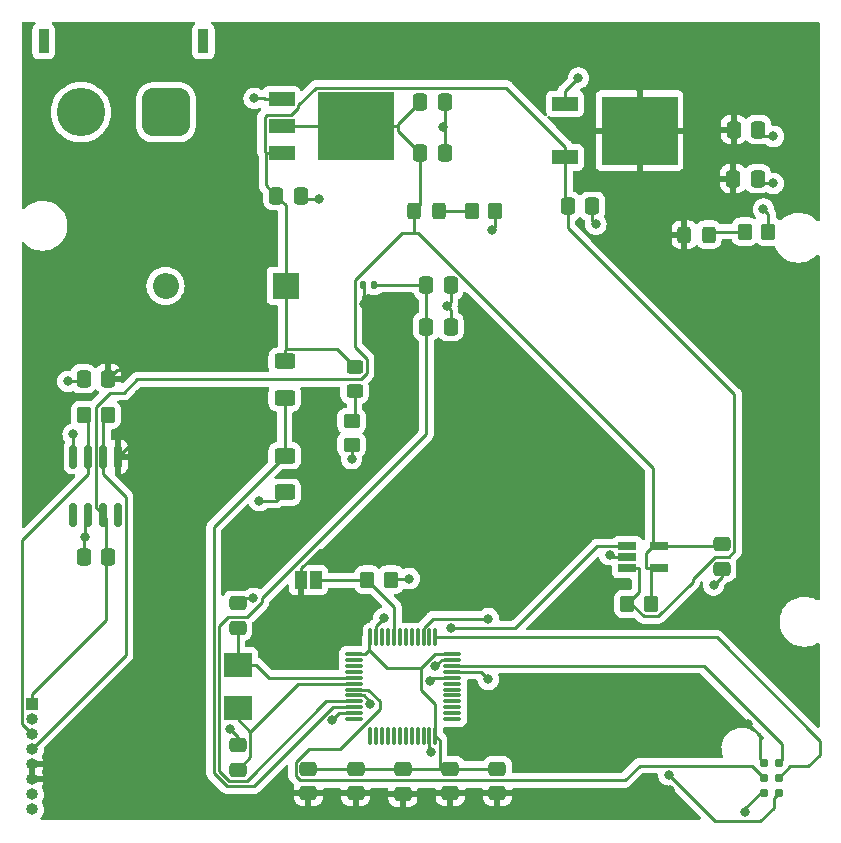
<source format=gbr>
%TF.GenerationSoftware,KiCad,Pcbnew,(6.0.7)*%
%TF.CreationDate,2023-02-12T17:10:20-05:00*%
%TF.ProjectId,PDB,5044422e-6b69-4636-9164-5f7063625858,rev?*%
%TF.SameCoordinates,Original*%
%TF.FileFunction,Copper,L1,Top*%
%TF.FilePolarity,Positive*%
%FSLAX46Y46*%
G04 Gerber Fmt 4.6, Leading zero omitted, Abs format (unit mm)*
G04 Created by KiCad (PCBNEW (6.0.7)) date 2023-02-12 17:10:20*
%MOMM*%
%LPD*%
G01*
G04 APERTURE LIST*
G04 Aperture macros list*
%AMRoundRect*
0 Rectangle with rounded corners*
0 $1 Rounding radius*
0 $2 $3 $4 $5 $6 $7 $8 $9 X,Y pos of 4 corners*
0 Add a 4 corners polygon primitive as box body*
4,1,4,$2,$3,$4,$5,$6,$7,$8,$9,$2,$3,0*
0 Add four circle primitives for the rounded corners*
1,1,$1+$1,$2,$3*
1,1,$1+$1,$4,$5*
1,1,$1+$1,$6,$7*
1,1,$1+$1,$8,$9*
0 Add four rect primitives between the rounded corners*
20,1,$1+$1,$2,$3,$4,$5,0*
20,1,$1+$1,$4,$5,$6,$7,0*
20,1,$1+$1,$6,$7,$8,$9,0*
20,1,$1+$1,$8,$9,$2,$3,0*%
G04 Aperture macros list end*
%TA.AperFunction,SMDPad,CuDef*%
%ADD10RoundRect,0.250000X-0.337500X-0.475000X0.337500X-0.475000X0.337500X0.475000X-0.337500X0.475000X0*%
%TD*%
%TA.AperFunction,SMDPad,CuDef*%
%ADD11R,2.200000X1.200000*%
%TD*%
%TA.AperFunction,SMDPad,CuDef*%
%ADD12R,6.400000X5.800000*%
%TD*%
%TA.AperFunction,SMDPad,CuDef*%
%ADD13R,1.560000X0.650000*%
%TD*%
%TA.AperFunction,SMDPad,CuDef*%
%ADD14RoundRect,0.250000X0.475000X-0.337500X0.475000X0.337500X-0.475000X0.337500X-0.475000X-0.337500X0*%
%TD*%
%TA.AperFunction,ComponentPad*%
%ADD15R,1.000000X1.000000*%
%TD*%
%TA.AperFunction,ComponentPad*%
%ADD16O,1.000000X1.000000*%
%TD*%
%TA.AperFunction,SMDPad,CuDef*%
%ADD17RoundRect,0.147500X-0.147500X-0.172500X0.147500X-0.172500X0.147500X0.172500X-0.147500X0.172500X0*%
%TD*%
%TA.AperFunction,SMDPad,CuDef*%
%ADD18RoundRect,0.250000X-0.625000X0.400000X-0.625000X-0.400000X0.625000X-0.400000X0.625000X0.400000X0*%
%TD*%
%TA.AperFunction,ComponentPad*%
%ADD19R,2.200000X2.200000*%
%TD*%
%TA.AperFunction,ComponentPad*%
%ADD20O,2.200000X2.200000*%
%TD*%
%TA.AperFunction,SMDPad,CuDef*%
%ADD21RoundRect,0.250000X0.450000X-0.325000X0.450000X0.325000X-0.450000X0.325000X-0.450000X-0.325000X0*%
%TD*%
%TA.AperFunction,SMDPad,CuDef*%
%ADD22RoundRect,0.250000X-0.350000X-0.450000X0.350000X-0.450000X0.350000X0.450000X-0.350000X0.450000X0*%
%TD*%
%TA.AperFunction,SMDPad,CuDef*%
%ADD23RoundRect,0.250000X-0.475000X0.337500X-0.475000X-0.337500X0.475000X-0.337500X0.475000X0.337500X0*%
%TD*%
%TA.AperFunction,SMDPad,CuDef*%
%ADD24RoundRect,0.150000X0.150000X-0.825000X0.150000X0.825000X-0.150000X0.825000X-0.150000X-0.825000X0*%
%TD*%
%TA.AperFunction,SMDPad,CuDef*%
%ADD25RoundRect,0.250000X0.337500X0.475000X-0.337500X0.475000X-0.337500X-0.475000X0.337500X-0.475000X0*%
%TD*%
%TA.AperFunction,SMDPad,CuDef*%
%ADD26RoundRect,0.250000X-0.450000X0.350000X-0.450000X-0.350000X0.450000X-0.350000X0.450000X0.350000X0*%
%TD*%
%TA.AperFunction,SMDPad,CuDef*%
%ADD27RoundRect,0.250000X0.325000X0.450000X-0.325000X0.450000X-0.325000X-0.450000X0.325000X-0.450000X0*%
%TD*%
%TA.AperFunction,SMDPad,CuDef*%
%ADD28RoundRect,0.250000X0.350000X0.450000X-0.350000X0.450000X-0.350000X-0.450000X0.350000X-0.450000X0*%
%TD*%
%TA.AperFunction,SMDPad,CuDef*%
%ADD29R,2.400000X2.000000*%
%TD*%
%TA.AperFunction,ConnectorPad*%
%ADD30C,0.787400*%
%TD*%
%TA.AperFunction,SMDPad,CuDef*%
%ADD31R,1.000000X1.500000*%
%TD*%
%TA.AperFunction,SMDPad,CuDef*%
%ADD32RoundRect,0.075000X-0.662500X-0.075000X0.662500X-0.075000X0.662500X0.075000X-0.662500X0.075000X0*%
%TD*%
%TA.AperFunction,SMDPad,CuDef*%
%ADD33RoundRect,0.075000X-0.075000X-0.662500X0.075000X-0.662500X0.075000X0.662500X-0.075000X0.662500X0*%
%TD*%
%TA.AperFunction,ComponentPad*%
%ADD34R,0.900000X2.000000*%
%TD*%
%TA.AperFunction,ComponentPad*%
%ADD35RoundRect,1.025000X-1.025000X-1.025000X1.025000X-1.025000X1.025000X1.025000X-1.025000X1.025000X0*%
%TD*%
%TA.AperFunction,ComponentPad*%
%ADD36C,4.100000*%
%TD*%
%TA.AperFunction,ViaPad*%
%ADD37C,0.800000*%
%TD*%
%TA.AperFunction,Conductor*%
%ADD38C,0.250000*%
%TD*%
G04 APERTURE END LIST*
D10*
%TO.P,C105,1*%
%TO.N,+3.3V*%
X136962500Y-90000000D03*
%TO.P,C105,2*%
%TO.N,GND*%
X139037500Y-90000000D03*
%TD*%
D11*
%TO.P,U101,1,GND*%
%TO.N,GND*%
X122733800Y-83645000D03*
D12*
%TO.P,U101,2,VO*%
%TO.N,+3.3V*%
X129033800Y-85925000D03*
D11*
%TO.P,U101,3,VI*%
%TO.N,/V_in*%
X122733800Y-88205000D03*
%TD*%
D13*
%TO.P,U104,1,VO*%
%TO.N,/Batt_curr_sense*%
X128000000Y-121100000D03*
%TO.P,U104,2,GND*%
%TO.N,GND*%
X128000000Y-122050000D03*
%TO.P,U104,3,IN+*%
%TO.N,/V_in*%
X128000000Y-123000000D03*
%TO.P,U104,4,IN-*%
%TO.N,+5V*%
X130700000Y-123000000D03*
%TO.P,U104,5,VS*%
X130700000Y-121100000D03*
%TD*%
D14*
%TO.P,C116,1*%
%TO.N,+3.3V*%
X113000000Y-142037500D03*
%TO.P,C116,2*%
%TO.N,Net-(C110-Pad2)*%
X113000000Y-139962500D03*
%TD*%
D15*
%TO.P,J102,1,Pin_1*%
%TO.N,+5V*%
X77585000Y-134488000D03*
D16*
%TO.P,J102,2,Pin_2*%
X77585000Y-135758000D03*
%TO.P,J102,3,Pin_3*%
%TO.N,/CANH*%
X77585000Y-137028000D03*
%TO.P,J102,4,Pin_4*%
%TO.N,/CANL*%
X77585000Y-138298000D03*
%TO.P,J102,5,Pin_5*%
%TO.N,+3.3V*%
X77585000Y-139568000D03*
%TO.P,J102,6,Pin_6*%
X77585000Y-140838000D03*
%TO.P,J102,7,Pin_7*%
%TO.N,GND*%
X77585000Y-142108000D03*
%TO.P,J102,8,Pin_8*%
X77585000Y-143378000D03*
%TD*%
D17*
%TO.P,L101,1*%
%TO.N,+3.3V*%
X105585000Y-99000000D03*
%TO.P,L101,2*%
%TO.N,+3.3VA*%
X106555000Y-99000000D03*
%TD*%
D18*
%TO.P,R107,1*%
%TO.N,/Batt_volt_sense*%
X99000000Y-113450000D03*
%TO.P,R107,2*%
%TO.N,GND*%
X99000000Y-116550000D03*
%TD*%
D19*
%TO.P,D101,1,K*%
%TO.N,/V_in*%
X99060000Y-99060000D03*
D20*
%TO.P,D101,2,A*%
%TO.N,Net-(D101-Pad2)*%
X88900000Y-99060000D03*
%TD*%
D21*
%TO.P,D102,1,K*%
%TO.N,Net-(D102-Pad1)*%
X104902000Y-107959000D03*
%TO.P,D102,2,A*%
%TO.N,/V_in*%
X104902000Y-105909000D03*
%TD*%
D14*
%TO.P,C112,1*%
%TO.N,+3.3V*%
X105000000Y-142037500D03*
%TO.P,C112,2*%
%TO.N,Net-(C110-Pad2)*%
X105000000Y-139962500D03*
%TD*%
D22*
%TO.P,R108,1*%
%TO.N,/BOOT0*%
X106000000Y-123950000D03*
%TO.P,R108,2*%
%TO.N,GND*%
X108000000Y-123950000D03*
%TD*%
D10*
%TO.P,C117,1*%
%TO.N,+3.3VA*%
X110962500Y-102530000D03*
%TO.P,C117,2*%
%TO.N,GND*%
X113037500Y-102530000D03*
%TD*%
D14*
%TO.P,C114,1*%
%TO.N,+3.3V*%
X109000000Y-142075000D03*
%TO.P,C114,2*%
%TO.N,Net-(C110-Pad2)*%
X109000000Y-140000000D03*
%TD*%
%TO.P,C111,1*%
%TO.N,/HSE_OUT*%
X95000000Y-128037500D03*
%TO.P,C111,2*%
%TO.N,GND*%
X95000000Y-125962500D03*
%TD*%
D23*
%TO.P,C109,1*%
%TO.N,+5V*%
X136000000Y-120962500D03*
%TO.P,C109,2*%
%TO.N,GND*%
X136000000Y-123037500D03*
%TD*%
D10*
%TO.P,C108,1*%
%TO.N,+5V*%
X110461200Y-87830000D03*
%TO.P,C108,2*%
%TO.N,GND*%
X112536200Y-87830000D03*
%TD*%
D24*
%TO.P,U102,1,TXD*%
%TO.N,/CAN_TX*%
X81095000Y-118475000D03*
%TO.P,U102,2,VSS*%
%TO.N,GND*%
X82365000Y-118475000D03*
%TO.P,U102,3,VDD*%
%TO.N,+5V*%
X83635000Y-118475000D03*
%TO.P,U102,4,RXD*%
%TO.N,/CAN_RX*%
X84905000Y-118475000D03*
%TO.P,U102,5,Vio*%
%TO.N,+3.3V*%
X84905000Y-113525000D03*
%TO.P,U102,6,CANL*%
%TO.N,/CANL*%
X83635000Y-113525000D03*
%TO.P,U102,7,CANH*%
%TO.N,/CANH*%
X82365000Y-113525000D03*
%TO.P,U102,8,STBY*%
%TO.N,GND*%
X81095000Y-113525000D03*
%TD*%
D25*
%TO.P,C102,1*%
%TO.N,+5V*%
X84037500Y-122000000D03*
%TO.P,C102,2*%
%TO.N,GND*%
X81962500Y-122000000D03*
%TD*%
D14*
%TO.P,C110,1*%
%TO.N,+3.3V*%
X101000000Y-142037500D03*
%TO.P,C110,2*%
%TO.N,Net-(C110-Pad2)*%
X101000000Y-139962500D03*
%TD*%
D10*
%TO.P,C104,1*%
%TO.N,/V_in*%
X98283800Y-91440000D03*
%TO.P,C104,2*%
%TO.N,GND*%
X100358800Y-91440000D03*
%TD*%
D18*
%TO.P,R106,1*%
%TO.N,/V_in*%
X99000000Y-105450000D03*
%TO.P,R106,2*%
%TO.N,/Batt_volt_sense*%
X99000000Y-108550000D03*
%TD*%
D10*
%TO.P,C107,1*%
%TO.N,+3.3V*%
X137000000Y-85835000D03*
%TO.P,C107,2*%
%TO.N,GND*%
X139075000Y-85835000D03*
%TD*%
D26*
%TO.P,R103,1*%
%TO.N,Net-(D102-Pad1)*%
X104648000Y-110506000D03*
%TO.P,R103,2*%
%TO.N,GND*%
X104648000Y-112506000D03*
%TD*%
D27*
%TO.P,D103,1,K*%
%TO.N,Net-(D103-Pad1)*%
X134883000Y-94742000D03*
%TO.P,D103,2,A*%
%TO.N,+3.3V*%
X132833000Y-94742000D03*
%TD*%
D28*
%TO.P,R102,1*%
%TO.N,+5V*%
X130000000Y-126000000D03*
%TO.P,R102,2*%
%TO.N,/V_in*%
X128000000Y-126000000D03*
%TD*%
D10*
%TO.P,C106,1*%
%TO.N,+5V*%
X110461200Y-83485000D03*
%TO.P,C106,2*%
%TO.N,GND*%
X112536200Y-83485000D03*
%TD*%
D14*
%TO.P,C113,1*%
%TO.N,/HSE_IN*%
X95000000Y-140037500D03*
%TO.P,C113,2*%
%TO.N,GND*%
X95000000Y-137962500D03*
%TD*%
D22*
%TO.P,R105,1*%
%TO.N,Net-(D104-Pad1)*%
X114824000Y-92710000D03*
%TO.P,R105,2*%
%TO.N,GND*%
X116824000Y-92710000D03*
%TD*%
D29*
%TO.P,Y101,1,1*%
%TO.N,/HSE_OUT*%
X95000000Y-131150000D03*
%TO.P,Y101,2,2*%
%TO.N,/HSE_IN*%
X95000000Y-134850000D03*
%TD*%
D30*
%TO.P,J104,1,Pin_1*%
%TO.N,+3.3V*%
X139573000Y-139446000D03*
%TO.P,J104,2,Pin_2*%
%TO.N,/SWDIO*%
X140843000Y-139446000D03*
%TO.P,J104,3,Pin_3*%
%TO.N,/nRESET*%
X139573000Y-140716000D03*
%TO.P,J104,4,Pin_4*%
%TO.N,/SWCLK*%
X140843000Y-140716000D03*
%TO.P,J104,5,Pin_5*%
%TO.N,GND*%
X139573000Y-141986000D03*
%TO.P,J104,6,Pin_6*%
%TO.N,/SWO*%
X140843000Y-141986000D03*
%TD*%
D25*
%TO.P,C101,1*%
%TO.N,+3.3V*%
X84037500Y-106940000D03*
%TO.P,C101,2*%
%TO.N,GND*%
X81962500Y-106940000D03*
%TD*%
D31*
%TO.P,JP101,1,A*%
%TO.N,+3.3V*%
X100350000Y-124000000D03*
%TO.P,JP101,2,B*%
%TO.N,/BOOT0*%
X101650000Y-124000000D03*
%TD*%
D27*
%TO.P,D104,1,K*%
%TO.N,Net-(D104-Pad1)*%
X112023000Y-92710000D03*
%TO.P,D104,2,A*%
%TO.N,+5V*%
X109973000Y-92710000D03*
%TD*%
D10*
%TO.P,C103,1*%
%TO.N,/V_in*%
X122962500Y-92320000D03*
%TO.P,C103,2*%
%TO.N,GND*%
X125037500Y-92320000D03*
%TD*%
D32*
%TO.P,U105,1,VBAT*%
%TO.N,Net-(C110-Pad2)*%
X104837500Y-130250000D03*
%TO.P,U105,2,PC13*%
%TO.N,unconnected-(U105-Pad2)*%
X104837500Y-130750000D03*
%TO.P,U105,3,PC14*%
%TO.N,unconnected-(U105-Pad3)*%
X104837500Y-131250000D03*
%TO.P,U105,4,PC15*%
%TO.N,unconnected-(U105-Pad4)*%
X104837500Y-131750000D03*
%TO.P,U105,5,PD0*%
%TO.N,/HSE_OUT*%
X104837500Y-132250000D03*
%TO.P,U105,6,PD1*%
%TO.N,/HSE_IN*%
X104837500Y-132750000D03*
%TO.P,U105,7,NRST*%
%TO.N,/nRESET*%
X104837500Y-133250000D03*
%TO.P,U105,8,VSSA*%
%TO.N,GND*%
X104837500Y-133750000D03*
%TO.P,U105,9,VDDA*%
%TO.N,+3.3VA*%
X104837500Y-134250000D03*
%TO.P,U105,10,PA0*%
%TO.N,/Batt_volt_sense*%
X104837500Y-134750000D03*
%TO.P,U105,11,PA1*%
%TO.N,/Batt_curr_sense*%
X104837500Y-135250000D03*
%TO.P,U105,12,PA2*%
%TO.N,unconnected-(U105-Pad12)*%
X104837500Y-135750000D03*
D33*
%TO.P,U105,13,PA3*%
%TO.N,unconnected-(U105-Pad13)*%
X106250000Y-137162500D03*
%TO.P,U105,14,PA4*%
%TO.N,unconnected-(U105-Pad14)*%
X106750000Y-137162500D03*
%TO.P,U105,15,PA5*%
%TO.N,unconnected-(U105-Pad15)*%
X107250000Y-137162500D03*
%TO.P,U105,16,PA6*%
%TO.N,unconnected-(U105-Pad16)*%
X107750000Y-137162500D03*
%TO.P,U105,17,PA7*%
%TO.N,unconnected-(U105-Pad17)*%
X108250000Y-137162500D03*
%TO.P,U105,18,PB0*%
%TO.N,unconnected-(U105-Pad18)*%
X108750000Y-137162500D03*
%TO.P,U105,19,PB1*%
%TO.N,unconnected-(U105-Pad19)*%
X109250000Y-137162500D03*
%TO.P,U105,20,PB2*%
%TO.N,unconnected-(U105-Pad20)*%
X109750000Y-137162500D03*
%TO.P,U105,21,PB10*%
%TO.N,unconnected-(U105-Pad21)*%
X110250000Y-137162500D03*
%TO.P,U105,22,PB11*%
%TO.N,unconnected-(U105-Pad22)*%
X110750000Y-137162500D03*
%TO.P,U105,23,VSS*%
%TO.N,GND*%
X111250000Y-137162500D03*
%TO.P,U105,24,VDD*%
%TO.N,Net-(C110-Pad2)*%
X111750000Y-137162500D03*
D32*
%TO.P,U105,25,PB12*%
%TO.N,unconnected-(U105-Pad25)*%
X113162500Y-135750000D03*
%TO.P,U105,26,PB13*%
%TO.N,unconnected-(U105-Pad26)*%
X113162500Y-135250000D03*
%TO.P,U105,27,PB14*%
%TO.N,unconnected-(U105-Pad27)*%
X113162500Y-134750000D03*
%TO.P,U105,28,PB15*%
%TO.N,unconnected-(U105-Pad28)*%
X113162500Y-134250000D03*
%TO.P,U105,29,PA8*%
%TO.N,unconnected-(U105-Pad29)*%
X113162500Y-133750000D03*
%TO.P,U105,30,PA9*%
%TO.N,unconnected-(U105-Pad30)*%
X113162500Y-133250000D03*
%TO.P,U105,31,PA10*%
%TO.N,unconnected-(U105-Pad31)*%
X113162500Y-132750000D03*
%TO.P,U105,32,PA11*%
%TO.N,/CANH*%
X113162500Y-132250000D03*
%TO.P,U105,33,PA12*%
%TO.N,/CANL*%
X113162500Y-131750000D03*
%TO.P,U105,34,PA13*%
%TO.N,/SWDIO*%
X113162500Y-131250000D03*
%TO.P,U105,35,VSS*%
%TO.N,GND*%
X113162500Y-130750000D03*
%TO.P,U105,36,VDD*%
%TO.N,Net-(C110-Pad2)*%
X113162500Y-130250000D03*
D33*
%TO.P,U105,37,PA14*%
%TO.N,/SWCLK*%
X111750000Y-128837500D03*
%TO.P,U105,38,PA15*%
%TO.N,unconnected-(U105-Pad38)*%
X111250000Y-128837500D03*
%TO.P,U105,39,PB3*%
%TO.N,/SWO*%
X110750000Y-128837500D03*
%TO.P,U105,40,PB4*%
%TO.N,unconnected-(U105-Pad40)*%
X110250000Y-128837500D03*
%TO.P,U105,41,PB5*%
%TO.N,unconnected-(U105-Pad41)*%
X109750000Y-128837500D03*
%TO.P,U105,42,PB6*%
%TO.N,unconnected-(U105-Pad42)*%
X109250000Y-128837500D03*
%TO.P,U105,43,PB7*%
%TO.N,unconnected-(U105-Pad43)*%
X108750000Y-128837500D03*
%TO.P,U105,44,BOOT0*%
%TO.N,/BOOT0*%
X108250000Y-128837500D03*
%TO.P,U105,45,PB8*%
%TO.N,unconnected-(U105-Pad45)*%
X107750000Y-128837500D03*
%TO.P,U105,46,PB9*%
%TO.N,unconnected-(U105-Pad46)*%
X107250000Y-128837500D03*
%TO.P,U105,47,VSS*%
%TO.N,GND*%
X106750000Y-128837500D03*
%TO.P,U105,48,VDD*%
%TO.N,Net-(C110-Pad2)*%
X106250000Y-128837500D03*
%TD*%
D22*
%TO.P,R104,1*%
%TO.N,Net-(D103-Pad1)*%
X137938000Y-94488000D03*
%TO.P,R104,2*%
%TO.N,GND*%
X139938000Y-94488000D03*
%TD*%
D14*
%TO.P,C118,1*%
%TO.N,+3.3V*%
X117000000Y-142037500D03*
%TO.P,C118,2*%
%TO.N,Net-(C110-Pad2)*%
X117000000Y-139962500D03*
%TD*%
D10*
%TO.P,C115,1*%
%TO.N,+3.3VA*%
X110962500Y-99000000D03*
%TO.P,C115,2*%
%TO.N,GND*%
X113037500Y-99000000D03*
%TD*%
D11*
%TO.P,U103,1,GND*%
%TO.N,GND*%
X98726200Y-83255000D03*
D12*
%TO.P,U103,2,VO*%
%TO.N,+5V*%
X105026200Y-85535000D03*
D11*
X98726200Y-85535000D03*
%TO.P,U103,3,VI*%
%TO.N,/V_in*%
X98726200Y-87815000D03*
%TD*%
D22*
%TO.P,R101,1*%
%TO.N,/CANH*%
X82000000Y-110000000D03*
%TO.P,R101,2*%
%TO.N,/CANL*%
X84000000Y-110000000D03*
%TD*%
D34*
%TO.P,J101,*%
%TO.N,*%
X78594000Y-78374000D03*
X92094000Y-78374000D03*
D35*
%TO.P,J101,1,Pin_1*%
%TO.N,Net-(D101-Pad2)*%
X88944000Y-84374000D03*
D36*
%TO.P,J101,2,Pin_2*%
%TO.N,GND*%
X81744000Y-84374000D03*
%TD*%
D37*
%TO.N,+3.3V*%
X96266000Y-108458000D03*
X85852000Y-106172000D03*
X102616000Y-121412000D03*
X86614000Y-108204000D03*
X138228282Y-136140723D03*
X105664000Y-100584000D03*
X131572000Y-141732000D03*
%TO.N,GND*%
X106244100Y-134485200D03*
X125333300Y-93853700D03*
X94322900Y-136590500D03*
X140362000Y-86409100D03*
X81080600Y-111625200D03*
X140343200Y-90402200D03*
X109545900Y-123863400D03*
X112699800Y-100765000D03*
X96343300Y-125524000D03*
X135310800Y-124396900D03*
X112401400Y-85657500D03*
X80647600Y-107167000D03*
X126497800Y-121838900D03*
X104648000Y-113708700D03*
X123865000Y-81482300D03*
X96836800Y-117260700D03*
X111353100Y-138575700D03*
X96416100Y-83197900D03*
X137968000Y-143654200D03*
X111730000Y-131299200D03*
X101897900Y-91701000D03*
X139525100Y-92585100D03*
X107397300Y-127200700D03*
X82097500Y-120329200D03*
X116541100Y-94307700D03*
%TO.N,/CANH*%
X111311800Y-132557800D03*
%TO.N,/CANL*%
X116222600Y-132395700D03*
%TO.N,/SWO*%
X116222600Y-127243200D03*
X131507400Y-140462200D03*
%TO.N,/Batt_curr_sense*%
X113106200Y-128040300D03*
X103037100Y-135842000D03*
%TD*%
D38*
%TO.N,+3.3V*%
X105664000Y-100584000D02*
X105664000Y-99079000D01*
X139573000Y-139446000D02*
X139230451Y-139103451D01*
X84805500Y-106172000D02*
X84037500Y-106940000D01*
X101938000Y-121412000D02*
X102616000Y-121412000D01*
X139230451Y-137142892D02*
X138228282Y-136140723D01*
X100350000Y-123000000D02*
X101938000Y-121412000D01*
X105664000Y-99079000D02*
X105585000Y-99000000D01*
X117000000Y-142037500D02*
X131266500Y-142037500D01*
X100350000Y-124000000D02*
X100350000Y-123000000D01*
X131266500Y-142037500D02*
X131572000Y-141732000D01*
X139230451Y-139103451D02*
X139230451Y-137142892D01*
X84905000Y-113525000D02*
X86614000Y-111816000D01*
X86614000Y-111816000D02*
X86614000Y-108204000D01*
X85852000Y-106172000D02*
X84805500Y-106172000D01*
%TO.N,GND*%
X106244100Y-134485200D02*
X106244100Y-134266300D01*
X139649100Y-86409100D02*
X139075000Y-85835000D01*
X81095000Y-111639600D02*
X81095000Y-113525000D01*
X112699800Y-100765000D02*
X113037500Y-100427300D01*
X104648000Y-113708700D02*
X104648000Y-112506000D01*
X139525100Y-92585100D02*
X139938000Y-92998000D01*
X126497800Y-121838900D02*
X126683600Y-121838900D01*
X81962500Y-120464200D02*
X81962500Y-122000000D01*
X100619800Y-91701000D02*
X100358800Y-91440000D01*
X112536200Y-85792300D02*
X112536200Y-87830000D01*
X122733800Y-82613500D02*
X122733800Y-83645000D01*
X96343300Y-125524000D02*
X95438500Y-125524000D01*
X101897900Y-91701000D02*
X100619800Y-91701000D01*
X81735500Y-107167000D02*
X81962500Y-106940000D01*
X112401400Y-85657500D02*
X112536200Y-85522700D01*
X128000000Y-122050000D02*
X126894700Y-122050000D01*
X82097500Y-118742500D02*
X82365000Y-118475000D01*
X96416100Y-83197900D02*
X97243800Y-83197900D01*
X106750000Y-127848000D02*
X106750000Y-128837500D01*
X135310800Y-124396900D02*
X136000000Y-123707700D01*
X125037500Y-93557900D02*
X125037500Y-92320000D01*
X112279200Y-130750000D02*
X113162500Y-130750000D01*
X105727800Y-133750000D02*
X104837500Y-133750000D01*
X125333300Y-93853700D02*
X125037500Y-93557900D01*
X113037500Y-100427300D02*
X113037500Y-99000000D01*
X126683600Y-121838900D02*
X126894700Y-122050000D01*
X113037500Y-101102700D02*
X113037500Y-102530000D01*
X112401400Y-85657500D02*
X112536200Y-85792300D01*
X94322900Y-136590500D02*
X95000000Y-137267600D01*
X111250000Y-138472600D02*
X111250000Y-137162500D01*
X139938000Y-92998000D02*
X139938000Y-94488000D01*
X137968000Y-143654200D02*
X137968000Y-143306700D01*
X98289300Y-117260700D02*
X99000000Y-116550000D01*
X82097500Y-120329200D02*
X81962500Y-120464200D01*
X112536200Y-85522700D02*
X112536200Y-83485000D01*
X111353100Y-138575700D02*
X111250000Y-138472600D01*
X107397300Y-127200700D02*
X106750000Y-127848000D01*
X123865000Y-81482300D02*
X122733800Y-82613500D01*
X106244100Y-134266300D02*
X105727800Y-133750000D01*
X98726200Y-83255000D02*
X97300900Y-83255000D01*
X140362000Y-86409100D02*
X139649100Y-86409100D01*
X80647600Y-107167000D02*
X81735500Y-107167000D01*
X139288700Y-141986000D02*
X139573000Y-141986000D01*
X96836800Y-117260700D02*
X98289300Y-117260700D01*
X136000000Y-123707700D02*
X136000000Y-123037500D01*
X116824000Y-94024800D02*
X116824000Y-92710000D01*
X97243800Y-83197900D02*
X97300900Y-83255000D01*
X139439700Y-90402200D02*
X139037500Y-90000000D01*
X140343200Y-90402200D02*
X139439700Y-90402200D01*
X111730000Y-131299200D02*
X112279200Y-130750000D01*
X81080600Y-111625200D02*
X81095000Y-111639600D01*
X137968000Y-143306700D02*
X139288700Y-141986000D01*
X112699800Y-100765000D02*
X113037500Y-101102700D01*
X95438500Y-125524000D02*
X95000000Y-125962500D01*
X116541100Y-94307700D02*
X116824000Y-94024800D01*
X82097500Y-120329200D02*
X82097500Y-118742500D01*
X95000000Y-137267600D02*
X95000000Y-137962500D01*
X109545900Y-123863400D02*
X108086600Y-123863400D01*
X108086600Y-123863400D02*
X108000000Y-123950000D01*
%TO.N,+5V*%
X86523600Y-107000000D02*
X85384900Y-108138700D01*
X130147400Y-121100000D02*
X130147400Y-114470700D01*
X82991000Y-117831000D02*
X83635000Y-118475000D01*
X82991000Y-109340100D02*
X82991000Y-117831000D01*
X77585000Y-134488000D02*
X77585000Y-133662700D01*
X130000000Y-126000000D02*
X130000000Y-123000000D01*
X130000000Y-123000000D02*
X129594700Y-123000000D01*
X131252700Y-121100000D02*
X131805300Y-121100000D01*
X85384900Y-108138700D02*
X84192400Y-108138700D01*
X110461200Y-87830000D02*
X108551500Y-85920300D01*
X84192400Y-108138700D02*
X82991000Y-109340100D01*
X105951800Y-106470900D02*
X105422700Y-107000000D01*
X110279900Y-94603200D02*
X109973000Y-94603200D01*
X108551500Y-85535000D02*
X108551500Y-85394700D01*
X131805300Y-121100000D02*
X135862500Y-121100000D01*
X109973000Y-94603200D02*
X109973000Y-92710000D01*
X110461200Y-92221800D02*
X109973000Y-92710000D01*
X83846000Y-127401700D02*
X77585000Y-133662700D01*
X129594700Y-121652700D02*
X129594700Y-123000000D01*
X130147400Y-121100000D02*
X129594700Y-121652700D01*
X104932900Y-98565500D02*
X104932900Y-104237400D01*
X98726200Y-85535000D02*
X105026200Y-85535000D01*
X130700000Y-123000000D02*
X130000000Y-123000000D01*
X130147400Y-114470700D02*
X110279900Y-94603200D01*
X83846000Y-122000000D02*
X83846000Y-127401700D01*
X110461200Y-87830000D02*
X110461200Y-92221800D01*
X130700000Y-121100000D02*
X130147400Y-121100000D01*
X105026200Y-85535000D02*
X108551500Y-85535000D01*
X105422700Y-107000000D02*
X86523600Y-107000000D01*
X131252700Y-121100000D02*
X130700000Y-121100000D01*
X104932900Y-104237400D02*
X105951800Y-105256300D01*
X83846000Y-122000000D02*
X84037500Y-122000000D01*
X109973000Y-94603200D02*
X108895200Y-94603200D01*
X83846000Y-122000000D02*
X83846000Y-118686000D01*
X105951800Y-105256300D02*
X105951800Y-106470900D01*
X135862500Y-121100000D02*
X136000000Y-120962500D01*
X83846000Y-118686000D02*
X83635000Y-118475000D01*
X108551500Y-85920300D02*
X108551500Y-85535000D01*
X108551500Y-85394700D02*
X110461200Y-83485000D01*
X108895200Y-94603200D02*
X104932900Y-98565500D01*
%TO.N,/V_in*%
X99060000Y-99060000D02*
X99060000Y-97634700D01*
X99541700Y-84609600D02*
X100151600Y-83999700D01*
X99060000Y-100485300D02*
X99060000Y-104444000D01*
X128000000Y-123000000D02*
X128992700Y-123000000D01*
X99000000Y-105450000D02*
X99000000Y-104504000D01*
X122733800Y-92091300D02*
X122733800Y-88205000D01*
X136591700Y-122000000D02*
X137066600Y-121525100D01*
X133530600Y-124122700D02*
X133530600Y-123879500D01*
X97465000Y-84609600D02*
X99541700Y-84609600D01*
X97300900Y-87702400D02*
X97300900Y-84773700D01*
X99000000Y-104504000D02*
X99060000Y-104444000D01*
X133530600Y-123879500D02*
X135410100Y-122000000D01*
X117761800Y-82307700D02*
X122733800Y-87279700D01*
X99060000Y-92216200D02*
X99060000Y-97634700D01*
X98283800Y-91440000D02*
X99060000Y-92216200D01*
X137066600Y-108246200D02*
X122962500Y-94142100D01*
X100151600Y-83788300D02*
X101632200Y-82307700D01*
X101632200Y-82307700D02*
X117761800Y-82307700D01*
X128000000Y-126000000D02*
X128175900Y-125824100D01*
X122962500Y-94142100D02*
X122962500Y-92320000D01*
X129383400Y-127031600D02*
X130621700Y-127031600D01*
X122962500Y-92320000D02*
X122733800Y-92091300D01*
X128992700Y-125007300D02*
X128992700Y-123000000D01*
X103437000Y-104444000D02*
X99060000Y-104444000D01*
X104902000Y-105909000D02*
X103437000Y-104444000D01*
X100151600Y-83999700D02*
X100151600Y-83788300D01*
X97413500Y-87815000D02*
X97300900Y-87702400D01*
X130621700Y-127031600D02*
X133530600Y-124122700D01*
X97413500Y-90569700D02*
X98283800Y-91440000D01*
X97300900Y-84773700D02*
X97465000Y-84609600D01*
X97413500Y-87815000D02*
X97413500Y-90569700D01*
X122733800Y-88205000D02*
X122733800Y-87279700D01*
X135410100Y-122000000D02*
X136591700Y-122000000D01*
X99060000Y-99060000D02*
X99060000Y-100485300D01*
X137066600Y-121525100D02*
X137066600Y-108246200D01*
X98726200Y-87815000D02*
X97413500Y-87815000D01*
X128175900Y-125824100D02*
X129383400Y-127031600D01*
X128175900Y-125824100D02*
X128992700Y-125007300D01*
%TO.N,Net-(C110-Pad2)*%
X109000000Y-140000000D02*
X112072700Y-140000000D01*
X105000000Y-139962500D02*
X108962500Y-139962500D01*
X112110200Y-139962500D02*
X113000000Y-139962500D01*
X107692900Y-131426900D02*
X110554300Y-131426900D01*
X106166500Y-129900500D02*
X105817000Y-130250000D01*
X111750000Y-137162500D02*
X111750000Y-134504400D01*
X111731200Y-130250000D02*
X113162500Y-130250000D01*
X110554300Y-131426900D02*
X111731200Y-130250000D01*
X110554300Y-133308700D02*
X110554300Y-131426900D01*
X112110200Y-137522700D02*
X111750000Y-137162500D01*
X117000000Y-139962500D02*
X113000000Y-139962500D01*
X106166500Y-128921000D02*
X106166500Y-129900500D01*
X106250000Y-128837500D02*
X106166500Y-128921000D01*
X112110200Y-139962500D02*
X112110200Y-137522700D01*
X106166500Y-129900500D02*
X107692900Y-131426900D01*
X105817000Y-130250000D02*
X104837500Y-130250000D01*
X108962500Y-139962500D02*
X109000000Y-140000000D01*
X101000000Y-139962500D02*
X105000000Y-139962500D01*
X111750000Y-134504400D02*
X110554300Y-133308700D01*
X112072700Y-140000000D02*
X112110200Y-139962500D01*
%TO.N,/HSE_OUT*%
X95000000Y-131150000D02*
X95000000Y-128037500D01*
X95000000Y-131150000D02*
X96525300Y-131150000D01*
X104837500Y-132250000D02*
X97625300Y-132250000D01*
X97625300Y-132250000D02*
X96525300Y-131150000D01*
%TO.N,/HSE_IN*%
X95000000Y-135716200D02*
X96091000Y-136807200D01*
X95000000Y-134850000D02*
X95000000Y-135716200D01*
X96091000Y-136807200D02*
X96091000Y-138946500D01*
X100148200Y-132750000D02*
X96091000Y-136807200D01*
X104837500Y-132750000D02*
X100148200Y-132750000D01*
X96091000Y-138946500D02*
X95000000Y-140037500D01*
%TO.N,+3.3VA*%
X94232900Y-127107400D02*
X93470400Y-127869900D01*
X110962500Y-99000000D02*
X110962500Y-102530000D01*
X110962500Y-102530000D02*
X110962500Y-111648800D01*
X110962500Y-111648800D02*
X97068600Y-125542700D01*
X93470400Y-127869900D02*
X93470400Y-140136900D01*
X95785700Y-127107400D02*
X94232900Y-127107400D01*
X94288000Y-140954500D02*
X95777100Y-140954500D01*
X97068600Y-125542700D02*
X97068600Y-125824500D01*
X110962500Y-99000000D02*
X106555000Y-99000000D01*
X95777100Y-140954500D02*
X102481600Y-134250000D01*
X93470400Y-140136900D02*
X94288000Y-140954500D01*
X102481600Y-134250000D02*
X104837500Y-134250000D01*
X97068600Y-125824500D02*
X95785700Y-127107400D01*
%TO.N,Net-(D102-Pad1)*%
X104648000Y-110506000D02*
X104902000Y-110252000D01*
X104902000Y-110252000D02*
X104902000Y-107959000D01*
%TO.N,Net-(D103-Pad1)*%
X135137000Y-94488000D02*
X134883000Y-94742000D01*
X137938000Y-94488000D02*
X135137000Y-94488000D01*
%TO.N,Net-(D104-Pad1)*%
X112023000Y-92710000D02*
X114824000Y-92710000D01*
%TO.N,/CANH*%
X82365000Y-113525000D02*
X82365000Y-114988400D01*
X82365000Y-114988400D02*
X76743300Y-120610100D01*
X111619600Y-132250000D02*
X113162500Y-132250000D01*
X76743300Y-120610100D02*
X76743300Y-136186300D01*
X82000000Y-110000000D02*
X82365000Y-110365000D01*
X82365000Y-110365000D02*
X82365000Y-113525000D01*
X111311800Y-132557800D02*
X111619600Y-132250000D01*
X76743300Y-136186300D02*
X77585000Y-137028000D01*
%TO.N,/CANL*%
X84000000Y-110000000D02*
X83635000Y-110365000D01*
X116222600Y-132395700D02*
X115576900Y-131750000D01*
X83635000Y-113525000D02*
X83635000Y-115043000D01*
X85532400Y-130350600D02*
X77585000Y-138298000D01*
X115576900Y-131750000D02*
X113162500Y-131750000D01*
X83635000Y-110365000D02*
X83635000Y-113525000D01*
X85532400Y-116940400D02*
X85532400Y-130350600D01*
X83635000Y-115043000D02*
X85532400Y-116940400D01*
%TO.N,/SWDIO*%
X134466800Y-131250000D02*
X113162500Y-131250000D01*
X141059700Y-139229300D02*
X141059700Y-137842900D01*
X140843000Y-139446000D02*
X141059700Y-139229300D01*
X141059700Y-137842900D02*
X134466800Y-131250000D01*
%TO.N,/nRESET*%
X99930500Y-140560400D02*
X100309500Y-140939400D01*
X127786000Y-140939400D02*
X129036500Y-139688900D01*
X100309500Y-140939400D02*
X127786000Y-140939400D01*
X99930500Y-139396800D02*
X99930500Y-140560400D01*
X129036500Y-139688900D02*
X138545900Y-139688900D01*
X106079100Y-133250000D02*
X107023400Y-134194300D01*
X107023400Y-134916600D02*
X103684000Y-138256000D01*
X104837500Y-133250000D02*
X106079100Y-133250000D01*
X138545900Y-139688900D02*
X139573000Y-140716000D01*
X103684000Y-138256000D02*
X101071300Y-138256000D01*
X101071300Y-138256000D02*
X99930500Y-139396800D01*
X107023400Y-134194300D02*
X107023400Y-134916600D01*
%TO.N,/SWCLK*%
X141795500Y-139763500D02*
X140843000Y-140716000D01*
X144293000Y-138776500D02*
X143306000Y-139763500D01*
X144293000Y-137575700D02*
X144293000Y-138776500D01*
X111750000Y-128837500D02*
X135554800Y-128837500D01*
X135554800Y-128837500D02*
X144293000Y-137575700D01*
X143306000Y-139763500D02*
X141795500Y-139763500D01*
%TO.N,/SWO*%
X131507400Y-140462200D02*
X135465100Y-144419900D01*
X110750000Y-128837500D02*
X110750000Y-128023900D01*
X140393700Y-143241000D02*
X140393700Y-142435300D01*
X111530700Y-127243200D02*
X116222600Y-127243200D01*
X110750000Y-128023900D02*
X111530700Y-127243200D01*
X140393700Y-142435300D02*
X140843000Y-141986000D01*
X135465100Y-144419900D02*
X139214800Y-144419900D01*
X139214800Y-144419900D02*
X140393700Y-143241000D01*
%TO.N,/BOOT0*%
X108250000Y-128837500D02*
X108250000Y-126250000D01*
X108250000Y-126250000D02*
X106000000Y-124000000D01*
X106000000Y-124000000D02*
X106000000Y-123950000D01*
X106000000Y-124000000D02*
X102475300Y-124000000D01*
X101650000Y-124000000D02*
X102475300Y-124000000D01*
%TO.N,/Batt_volt_sense*%
X99000000Y-108550000D02*
X99000000Y-113450000D01*
X92997100Y-119452900D02*
X92997100Y-140326300D01*
X99000000Y-113450000D02*
X92997100Y-119452900D01*
X92997100Y-140326300D02*
X94111600Y-141440800D01*
X96409900Y-141440800D02*
X103100700Y-134750000D01*
X94111600Y-141440800D02*
X96409900Y-141440800D01*
X103100700Y-134750000D02*
X104837500Y-134750000D01*
%TO.N,/Batt_curr_sense*%
X118530300Y-128040300D02*
X125470600Y-121100000D01*
X104837500Y-135250000D02*
X103629100Y-135250000D01*
X113106200Y-128040300D02*
X118530300Y-128040300D01*
X103629100Y-135250000D02*
X103037100Y-135842000D01*
X125470600Y-121100000D02*
X128000000Y-121100000D01*
%TD*%
%TA.AperFunction,Conductor*%
%TO.N,+3.3V*%
G36*
X97644761Y-107653502D02*
G01*
X97691254Y-107707158D01*
X97701358Y-107777432D01*
X97688230Y-107813654D01*
X97689820Y-107814395D01*
X97686725Y-107821032D01*
X97682885Y-107827262D01*
X97673739Y-107854838D01*
X97630219Y-107986047D01*
X97627203Y-107995139D01*
X97626503Y-108001975D01*
X97626502Y-108001978D01*
X97622897Y-108037166D01*
X97616500Y-108099600D01*
X97616500Y-109000400D01*
X97616837Y-109003646D01*
X97616837Y-109003650D01*
X97625063Y-109082928D01*
X97627474Y-109106166D01*
X97629655Y-109112702D01*
X97629655Y-109112704D01*
X97629839Y-109113256D01*
X97683450Y-109273946D01*
X97776522Y-109424348D01*
X97901697Y-109549305D01*
X97907927Y-109553145D01*
X97907928Y-109553146D01*
X98045090Y-109637694D01*
X98052262Y-109642115D01*
X98132005Y-109668564D01*
X98213611Y-109695632D01*
X98213613Y-109695632D01*
X98220139Y-109697797D01*
X98226977Y-109698498D01*
X98226979Y-109698498D01*
X98253342Y-109701199D01*
X98319070Y-109728040D01*
X98359852Y-109786155D01*
X98366500Y-109826543D01*
X98366500Y-112173550D01*
X98346498Y-112241671D01*
X98292842Y-112288164D01*
X98253504Y-112298877D01*
X98245865Y-112299669D01*
X98225692Y-112301762D01*
X98225688Y-112301763D01*
X98218834Y-112302474D01*
X98212298Y-112304655D01*
X98212296Y-112304655D01*
X98128170Y-112332722D01*
X98051054Y-112358450D01*
X97900652Y-112451522D01*
X97775695Y-112576697D01*
X97771855Y-112582927D01*
X97771854Y-112582928D01*
X97759689Y-112602664D01*
X97682885Y-112727262D01*
X97627203Y-112895139D01*
X97626503Y-112901975D01*
X97626502Y-112901978D01*
X97625716Y-112909650D01*
X97616500Y-112999600D01*
X97616500Y-113885406D01*
X97596498Y-113953527D01*
X97579595Y-113974501D01*
X95087198Y-116466897D01*
X92604847Y-118949248D01*
X92596561Y-118956788D01*
X92590082Y-118960900D01*
X92584657Y-118966677D01*
X92543457Y-119010551D01*
X92540702Y-119013393D01*
X92520965Y-119033130D01*
X92518485Y-119036327D01*
X92510782Y-119045347D01*
X92480514Y-119077579D01*
X92476695Y-119084525D01*
X92476693Y-119084528D01*
X92470752Y-119095334D01*
X92459901Y-119111853D01*
X92447486Y-119127859D01*
X92444341Y-119135128D01*
X92444338Y-119135132D01*
X92429926Y-119168437D01*
X92424709Y-119179087D01*
X92403405Y-119217840D01*
X92401434Y-119225515D01*
X92401434Y-119225516D01*
X92398367Y-119237462D01*
X92391963Y-119256166D01*
X92383919Y-119274755D01*
X92382680Y-119282578D01*
X92382677Y-119282588D01*
X92377001Y-119318424D01*
X92374595Y-119330044D01*
X92363600Y-119372870D01*
X92363600Y-119393124D01*
X92362049Y-119412834D01*
X92358880Y-119432843D01*
X92359626Y-119440735D01*
X92363041Y-119476861D01*
X92363600Y-119488719D01*
X92363600Y-140247533D01*
X92363073Y-140258716D01*
X92361398Y-140266209D01*
X92361647Y-140274135D01*
X92361647Y-140274136D01*
X92363538Y-140334286D01*
X92363600Y-140338245D01*
X92363600Y-140366156D01*
X92364097Y-140370090D01*
X92364097Y-140370091D01*
X92364105Y-140370156D01*
X92365038Y-140381993D01*
X92366427Y-140426189D01*
X92372078Y-140445639D01*
X92376087Y-140465000D01*
X92377374Y-140475183D01*
X92378626Y-140485097D01*
X92381545Y-140492468D01*
X92381545Y-140492470D01*
X92394904Y-140526212D01*
X92398749Y-140537442D01*
X92407012Y-140565885D01*
X92411082Y-140579893D01*
X92415115Y-140586712D01*
X92415117Y-140586717D01*
X92421393Y-140597328D01*
X92430088Y-140615076D01*
X92437548Y-140633917D01*
X92442210Y-140640333D01*
X92442210Y-140640334D01*
X92463536Y-140669687D01*
X92470052Y-140679607D01*
X92492558Y-140717662D01*
X92506879Y-140731983D01*
X92519719Y-140747016D01*
X92531628Y-140763407D01*
X92537734Y-140768458D01*
X92565705Y-140791598D01*
X92574484Y-140799588D01*
X93607948Y-141833053D01*
X93615488Y-141841339D01*
X93619600Y-141847818D01*
X93625377Y-141853243D01*
X93669251Y-141894443D01*
X93672093Y-141897198D01*
X93691830Y-141916935D01*
X93695027Y-141919415D01*
X93704047Y-141927118D01*
X93736279Y-141957386D01*
X93743225Y-141961205D01*
X93743228Y-141961207D01*
X93754034Y-141967148D01*
X93770553Y-141977999D01*
X93786559Y-141990414D01*
X93793828Y-141993559D01*
X93793832Y-141993562D01*
X93827137Y-142007974D01*
X93837787Y-142013191D01*
X93876540Y-142034495D01*
X93884215Y-142036466D01*
X93884216Y-142036466D01*
X93896162Y-142039533D01*
X93914867Y-142045937D01*
X93933455Y-142053981D01*
X93941278Y-142055220D01*
X93941288Y-142055223D01*
X93977124Y-142060899D01*
X93988744Y-142063305D01*
X94020559Y-142071473D01*
X94031570Y-142074300D01*
X94051824Y-142074300D01*
X94071534Y-142075851D01*
X94091543Y-142079020D01*
X94099435Y-142078274D01*
X94118180Y-142076502D01*
X94135562Y-142074859D01*
X94147419Y-142074300D01*
X96331133Y-142074300D01*
X96342316Y-142074827D01*
X96349809Y-142076502D01*
X96357735Y-142076253D01*
X96357736Y-142076253D01*
X96417886Y-142074362D01*
X96421845Y-142074300D01*
X96449756Y-142074300D01*
X96453691Y-142073803D01*
X96453756Y-142073795D01*
X96465593Y-142072862D01*
X96497851Y-142071848D01*
X96501870Y-142071722D01*
X96509789Y-142071473D01*
X96529243Y-142065821D01*
X96548600Y-142061813D01*
X96560830Y-142060268D01*
X96560831Y-142060268D01*
X96568697Y-142059274D01*
X96576068Y-142056355D01*
X96576070Y-142056355D01*
X96609812Y-142042996D01*
X96621042Y-142039151D01*
X96655883Y-142029029D01*
X96655884Y-142029029D01*
X96663493Y-142026818D01*
X96670312Y-142022785D01*
X96670317Y-142022783D01*
X96680928Y-142016507D01*
X96698676Y-142007812D01*
X96717517Y-142000352D01*
X96753287Y-141974364D01*
X96763207Y-141967848D01*
X96794435Y-141949380D01*
X96794438Y-141949378D01*
X96801262Y-141945342D01*
X96815583Y-141931021D01*
X96830617Y-141918180D01*
X96836190Y-141914131D01*
X96847007Y-141906272D01*
X96875198Y-141872195D01*
X96883188Y-141863416D01*
X99081905Y-139664699D01*
X99144217Y-139630673D01*
X99215032Y-139635738D01*
X99271868Y-139678285D01*
X99296679Y-139744805D01*
X99297000Y-139753794D01*
X99297000Y-140481633D01*
X99296473Y-140492816D01*
X99294798Y-140500309D01*
X99295047Y-140508235D01*
X99295047Y-140508236D01*
X99296938Y-140568386D01*
X99297000Y-140572345D01*
X99297000Y-140600256D01*
X99297497Y-140604190D01*
X99297497Y-140604191D01*
X99297505Y-140604256D01*
X99298438Y-140616093D01*
X99299827Y-140660289D01*
X99305478Y-140679739D01*
X99309487Y-140699100D01*
X99310970Y-140710835D01*
X99312026Y-140719197D01*
X99314945Y-140726568D01*
X99314945Y-140726570D01*
X99328304Y-140760312D01*
X99332149Y-140771542D01*
X99344482Y-140813993D01*
X99348515Y-140820812D01*
X99348517Y-140820817D01*
X99354793Y-140831428D01*
X99363488Y-140849176D01*
X99370948Y-140868017D01*
X99375610Y-140874433D01*
X99375610Y-140874434D01*
X99396936Y-140903787D01*
X99403452Y-140913707D01*
X99425958Y-140951762D01*
X99431564Y-140957369D01*
X99440280Y-140966085D01*
X99453120Y-140981118D01*
X99465028Y-140997507D01*
X99471135Y-141002559D01*
X99499093Y-141025688D01*
X99507873Y-141033678D01*
X99782934Y-141308739D01*
X99816960Y-141371051D01*
X99813432Y-141437502D01*
X99779862Y-141538710D01*
X99776995Y-141552086D01*
X99767328Y-141646438D01*
X99767000Y-141652855D01*
X99767000Y-141765385D01*
X99771475Y-141780624D01*
X99772865Y-141781829D01*
X99780548Y-141783500D01*
X102214884Y-141783500D01*
X102230123Y-141779025D01*
X102231328Y-141777635D01*
X102232999Y-141769952D01*
X102232999Y-141698900D01*
X102253001Y-141630779D01*
X102306657Y-141584286D01*
X102358999Y-141572900D01*
X103641000Y-141572900D01*
X103709121Y-141592902D01*
X103755614Y-141646558D01*
X103767000Y-141698900D01*
X103767000Y-141765385D01*
X103771475Y-141780624D01*
X103772865Y-141781829D01*
X103780548Y-141783500D01*
X106214884Y-141783500D01*
X106230123Y-141779025D01*
X106231328Y-141777635D01*
X106232999Y-141769952D01*
X106232999Y-141698900D01*
X106253001Y-141630779D01*
X106306657Y-141584286D01*
X106358999Y-141572900D01*
X107641000Y-141572900D01*
X107709121Y-141592902D01*
X107755614Y-141646558D01*
X107767000Y-141698900D01*
X107767000Y-141802885D01*
X107771475Y-141818124D01*
X107772865Y-141819329D01*
X107780548Y-141821000D01*
X110214884Y-141821000D01*
X110230123Y-141816525D01*
X110231328Y-141815135D01*
X110232999Y-141807452D01*
X110232999Y-141698900D01*
X110253001Y-141630779D01*
X110306657Y-141584286D01*
X110358999Y-141572900D01*
X111641000Y-141572900D01*
X111709121Y-141592902D01*
X111755614Y-141646558D01*
X111767000Y-141698900D01*
X111767000Y-141765385D01*
X111771475Y-141780624D01*
X111772865Y-141781829D01*
X111780548Y-141783500D01*
X114214884Y-141783500D01*
X114230123Y-141779025D01*
X114231328Y-141777635D01*
X114232999Y-141769952D01*
X114232999Y-141698900D01*
X114253001Y-141630779D01*
X114306657Y-141584286D01*
X114358999Y-141572900D01*
X115641000Y-141572900D01*
X115709121Y-141592902D01*
X115755614Y-141646558D01*
X115767000Y-141698900D01*
X115767000Y-141765385D01*
X115771475Y-141780624D01*
X115772865Y-141781829D01*
X115780548Y-141783500D01*
X118214884Y-141783500D01*
X118230123Y-141779025D01*
X118231328Y-141777635D01*
X118232999Y-141769952D01*
X118232999Y-141698900D01*
X118253001Y-141630779D01*
X118306657Y-141584286D01*
X118358999Y-141572900D01*
X127707233Y-141572900D01*
X127718416Y-141573427D01*
X127725909Y-141575102D01*
X127733835Y-141574853D01*
X127733836Y-141574853D01*
X127793986Y-141572962D01*
X127797945Y-141572900D01*
X127825856Y-141572900D01*
X127829791Y-141572403D01*
X127829856Y-141572395D01*
X127841693Y-141571462D01*
X127873951Y-141570448D01*
X127877970Y-141570322D01*
X127885889Y-141570073D01*
X127905343Y-141564421D01*
X127924700Y-141560413D01*
X127936930Y-141558868D01*
X127936931Y-141558868D01*
X127944797Y-141557874D01*
X127952168Y-141554955D01*
X127952170Y-141554955D01*
X127985912Y-141541596D01*
X127997142Y-141537751D01*
X128031983Y-141527629D01*
X128031984Y-141527629D01*
X128039593Y-141525418D01*
X128046412Y-141521385D01*
X128046417Y-141521383D01*
X128057028Y-141515107D01*
X128074776Y-141506412D01*
X128093617Y-141498952D01*
X128129387Y-141472964D01*
X128139307Y-141466448D01*
X128170535Y-141447980D01*
X128170538Y-141447978D01*
X128177362Y-141443942D01*
X128191683Y-141429621D01*
X128206717Y-141416780D01*
X128216694Y-141409531D01*
X128223107Y-141404872D01*
X128251298Y-141370795D01*
X128259288Y-141362016D01*
X129262000Y-140359305D01*
X129324312Y-140325279D01*
X129351095Y-140322400D01*
X130468652Y-140322400D01*
X130536773Y-140342402D01*
X130583266Y-140396058D01*
X130591923Y-140449030D01*
X130594586Y-140449030D01*
X130594586Y-140455635D01*
X130593896Y-140462200D01*
X130594586Y-140468765D01*
X130608827Y-140604256D01*
X130613858Y-140652128D01*
X130672873Y-140833756D01*
X130676176Y-140839478D01*
X130676177Y-140839479D01*
X130710086Y-140898210D01*
X130768360Y-140999144D01*
X130772778Y-141004051D01*
X130772779Y-141004052D01*
X130833958Y-141071998D01*
X130896147Y-141141066D01*
X131050648Y-141253318D01*
X131056676Y-141256002D01*
X131056678Y-141256003D01*
X131083332Y-141267870D01*
X131225112Y-141330994D01*
X131297676Y-141346418D01*
X131405456Y-141369328D01*
X131405461Y-141369328D01*
X131411913Y-141370700D01*
X131467806Y-141370700D01*
X131535927Y-141390702D01*
X131556901Y-141407605D01*
X134205700Y-144056405D01*
X134239726Y-144118717D01*
X134234661Y-144189533D01*
X134192114Y-144246368D01*
X134125594Y-144271179D01*
X134116605Y-144271500D01*
X78421258Y-144271500D01*
X78353137Y-144251498D01*
X78306644Y-144197842D01*
X78296540Y-144127568D01*
X78325875Y-144063171D01*
X78413078Y-143962145D01*
X78510769Y-143790179D01*
X78573197Y-143602513D01*
X78597985Y-143406295D01*
X78598380Y-143378000D01*
X78579080Y-143181167D01*
X78575860Y-143170500D01*
X78545949Y-143071431D01*
X78521916Y-142991831D01*
X78429066Y-142817204D01*
X78425167Y-142812424D01*
X78424715Y-142811743D01*
X78403676Y-142743935D01*
X78420105Y-142679775D01*
X78507723Y-142525542D01*
X78507725Y-142525537D01*
X78510769Y-142520179D01*
X78543397Y-142422095D01*
X99767001Y-142422095D01*
X99767338Y-142428614D01*
X99777257Y-142524206D01*
X99780149Y-142537600D01*
X99831588Y-142691784D01*
X99837761Y-142704962D01*
X99923063Y-142842807D01*
X99932099Y-142854208D01*
X100046829Y-142968739D01*
X100058240Y-142977751D01*
X100196243Y-143062816D01*
X100209424Y-143068963D01*
X100363710Y-143120138D01*
X100377086Y-143123005D01*
X100471438Y-143132672D01*
X100477854Y-143133000D01*
X100727885Y-143133000D01*
X100743124Y-143128525D01*
X100744329Y-143127135D01*
X100746000Y-143119452D01*
X100746000Y-143114884D01*
X101254000Y-143114884D01*
X101258475Y-143130123D01*
X101259865Y-143131328D01*
X101267548Y-143132999D01*
X101522095Y-143132999D01*
X101528614Y-143132662D01*
X101624206Y-143122743D01*
X101637600Y-143119851D01*
X101791784Y-143068412D01*
X101804962Y-143062239D01*
X101942807Y-142976937D01*
X101954208Y-142967901D01*
X102068739Y-142853171D01*
X102077751Y-142841760D01*
X102162816Y-142703757D01*
X102168963Y-142690576D01*
X102220138Y-142536290D01*
X102223005Y-142522914D01*
X102232672Y-142428562D01*
X102233000Y-142422146D01*
X102233000Y-142422095D01*
X103767001Y-142422095D01*
X103767338Y-142428614D01*
X103777257Y-142524206D01*
X103780149Y-142537600D01*
X103831588Y-142691784D01*
X103837761Y-142704962D01*
X103923063Y-142842807D01*
X103932099Y-142854208D01*
X104046829Y-142968739D01*
X104058240Y-142977751D01*
X104196243Y-143062816D01*
X104209424Y-143068963D01*
X104363710Y-143120138D01*
X104377086Y-143123005D01*
X104471438Y-143132672D01*
X104477854Y-143133000D01*
X104727885Y-143133000D01*
X104743124Y-143128525D01*
X104744329Y-143127135D01*
X104746000Y-143119452D01*
X104746000Y-143114884D01*
X105254000Y-143114884D01*
X105258475Y-143130123D01*
X105259865Y-143131328D01*
X105267548Y-143132999D01*
X105522095Y-143132999D01*
X105528614Y-143132662D01*
X105624206Y-143122743D01*
X105637600Y-143119851D01*
X105791784Y-143068412D01*
X105804962Y-143062239D01*
X105942807Y-142976937D01*
X105954208Y-142967901D01*
X106068739Y-142853171D01*
X106077751Y-142841760D01*
X106162816Y-142703757D01*
X106168963Y-142690576D01*
X106220138Y-142536290D01*
X106223005Y-142522914D01*
X106229492Y-142459595D01*
X107767001Y-142459595D01*
X107767338Y-142466114D01*
X107777257Y-142561706D01*
X107780149Y-142575100D01*
X107831588Y-142729284D01*
X107837761Y-142742462D01*
X107923063Y-142880307D01*
X107932099Y-142891708D01*
X108046829Y-143006239D01*
X108058240Y-143015251D01*
X108196243Y-143100316D01*
X108209424Y-143106463D01*
X108363710Y-143157638D01*
X108377086Y-143160505D01*
X108471438Y-143170172D01*
X108477854Y-143170500D01*
X108727885Y-143170500D01*
X108743124Y-143166025D01*
X108744329Y-143164635D01*
X108746000Y-143156952D01*
X108746000Y-143152384D01*
X109254000Y-143152384D01*
X109258475Y-143167623D01*
X109259865Y-143168828D01*
X109267548Y-143170499D01*
X109522095Y-143170499D01*
X109528614Y-143170162D01*
X109624206Y-143160243D01*
X109637600Y-143157351D01*
X109791784Y-143105912D01*
X109804962Y-143099739D01*
X109942807Y-143014437D01*
X109954208Y-143005401D01*
X110068739Y-142890671D01*
X110077751Y-142879260D01*
X110162816Y-142741257D01*
X110168963Y-142728076D01*
X110220138Y-142573790D01*
X110223005Y-142560414D01*
X110232672Y-142466062D01*
X110233000Y-142459646D01*
X110233000Y-142422095D01*
X111767001Y-142422095D01*
X111767338Y-142428614D01*
X111777257Y-142524206D01*
X111780149Y-142537600D01*
X111831588Y-142691784D01*
X111837761Y-142704962D01*
X111923063Y-142842807D01*
X111932099Y-142854208D01*
X112046829Y-142968739D01*
X112058240Y-142977751D01*
X112196243Y-143062816D01*
X112209424Y-143068963D01*
X112363710Y-143120138D01*
X112377086Y-143123005D01*
X112471438Y-143132672D01*
X112477854Y-143133000D01*
X112727885Y-143133000D01*
X112743124Y-143128525D01*
X112744329Y-143127135D01*
X112746000Y-143119452D01*
X112746000Y-143114884D01*
X113254000Y-143114884D01*
X113258475Y-143130123D01*
X113259865Y-143131328D01*
X113267548Y-143132999D01*
X113522095Y-143132999D01*
X113528614Y-143132662D01*
X113624206Y-143122743D01*
X113637600Y-143119851D01*
X113791784Y-143068412D01*
X113804962Y-143062239D01*
X113942807Y-142976937D01*
X113954208Y-142967901D01*
X114068739Y-142853171D01*
X114077751Y-142841760D01*
X114162816Y-142703757D01*
X114168963Y-142690576D01*
X114220138Y-142536290D01*
X114223005Y-142522914D01*
X114232672Y-142428562D01*
X114233000Y-142422146D01*
X114233000Y-142422095D01*
X115767001Y-142422095D01*
X115767338Y-142428614D01*
X115777257Y-142524206D01*
X115780149Y-142537600D01*
X115831588Y-142691784D01*
X115837761Y-142704962D01*
X115923063Y-142842807D01*
X115932099Y-142854208D01*
X116046829Y-142968739D01*
X116058240Y-142977751D01*
X116196243Y-143062816D01*
X116209424Y-143068963D01*
X116363710Y-143120138D01*
X116377086Y-143123005D01*
X116471438Y-143132672D01*
X116477854Y-143133000D01*
X116727885Y-143133000D01*
X116743124Y-143128525D01*
X116744329Y-143127135D01*
X116746000Y-143119452D01*
X116746000Y-143114884D01*
X117254000Y-143114884D01*
X117258475Y-143130123D01*
X117259865Y-143131328D01*
X117267548Y-143132999D01*
X117522095Y-143132999D01*
X117528614Y-143132662D01*
X117624206Y-143122743D01*
X117637600Y-143119851D01*
X117791784Y-143068412D01*
X117804962Y-143062239D01*
X117942807Y-142976937D01*
X117954208Y-142967901D01*
X118068739Y-142853171D01*
X118077751Y-142841760D01*
X118162816Y-142703757D01*
X118168963Y-142690576D01*
X118220138Y-142536290D01*
X118223005Y-142522914D01*
X118232672Y-142428562D01*
X118233000Y-142422146D01*
X118233000Y-142309615D01*
X118228525Y-142294376D01*
X118227135Y-142293171D01*
X118219452Y-142291500D01*
X117272115Y-142291500D01*
X117256876Y-142295975D01*
X117255671Y-142297365D01*
X117254000Y-142305048D01*
X117254000Y-143114884D01*
X116746000Y-143114884D01*
X116746000Y-142309615D01*
X116741525Y-142294376D01*
X116740135Y-142293171D01*
X116732452Y-142291500D01*
X115785116Y-142291500D01*
X115769877Y-142295975D01*
X115768672Y-142297365D01*
X115767001Y-142305048D01*
X115767001Y-142422095D01*
X114233000Y-142422095D01*
X114233000Y-142309615D01*
X114228525Y-142294376D01*
X114227135Y-142293171D01*
X114219452Y-142291500D01*
X113272115Y-142291500D01*
X113256876Y-142295975D01*
X113255671Y-142297365D01*
X113254000Y-142305048D01*
X113254000Y-143114884D01*
X112746000Y-143114884D01*
X112746000Y-142309615D01*
X112741525Y-142294376D01*
X112740135Y-142293171D01*
X112732452Y-142291500D01*
X111785116Y-142291500D01*
X111769877Y-142295975D01*
X111768672Y-142297365D01*
X111767001Y-142305048D01*
X111767001Y-142422095D01*
X110233000Y-142422095D01*
X110233000Y-142347115D01*
X110228525Y-142331876D01*
X110227135Y-142330671D01*
X110219452Y-142329000D01*
X109272115Y-142329000D01*
X109256876Y-142333475D01*
X109255671Y-142334865D01*
X109254000Y-142342548D01*
X109254000Y-143152384D01*
X108746000Y-143152384D01*
X108746000Y-142347115D01*
X108741525Y-142331876D01*
X108740135Y-142330671D01*
X108732452Y-142329000D01*
X107785116Y-142329000D01*
X107769877Y-142333475D01*
X107768672Y-142334865D01*
X107767001Y-142342548D01*
X107767001Y-142459595D01*
X106229492Y-142459595D01*
X106232672Y-142428562D01*
X106233000Y-142422145D01*
X106233000Y-142309615D01*
X106228525Y-142294376D01*
X106227135Y-142293171D01*
X106219452Y-142291500D01*
X105272115Y-142291500D01*
X105256876Y-142295975D01*
X105255671Y-142297365D01*
X105254000Y-142305048D01*
X105254000Y-143114884D01*
X104746000Y-143114884D01*
X104746000Y-142309615D01*
X104741525Y-142294376D01*
X104740135Y-142293171D01*
X104732452Y-142291500D01*
X103785116Y-142291500D01*
X103769877Y-142295975D01*
X103768672Y-142297365D01*
X103767001Y-142305048D01*
X103767001Y-142422095D01*
X102233000Y-142422095D01*
X102233000Y-142309615D01*
X102228525Y-142294376D01*
X102227135Y-142293171D01*
X102219452Y-142291500D01*
X101272115Y-142291500D01*
X101256876Y-142295975D01*
X101255671Y-142297365D01*
X101254000Y-142305048D01*
X101254000Y-143114884D01*
X100746000Y-143114884D01*
X100746000Y-142309615D01*
X100741525Y-142294376D01*
X100740135Y-142293171D01*
X100732452Y-142291500D01*
X99785116Y-142291500D01*
X99769877Y-142295975D01*
X99768672Y-142297365D01*
X99767001Y-142305048D01*
X99767001Y-142422095D01*
X78543397Y-142422095D01*
X78573197Y-142332513D01*
X78597985Y-142136295D01*
X78598380Y-142108000D01*
X78579080Y-141911167D01*
X78565935Y-141867627D01*
X78550086Y-141815135D01*
X78521916Y-141721831D01*
X78429066Y-141547204D01*
X78425170Y-141542427D01*
X78424404Y-141541274D01*
X78403366Y-141473466D01*
X78419795Y-141409308D01*
X78507262Y-141255337D01*
X78512256Y-141244121D01*
X78557142Y-141109190D01*
X78557643Y-141095097D01*
X78551454Y-141092000D01*
X77457000Y-141092000D01*
X77388879Y-141071998D01*
X77342386Y-141018342D01*
X77331000Y-140966000D01*
X77331000Y-140565885D01*
X77839000Y-140565885D01*
X77843475Y-140581124D01*
X77844865Y-140582329D01*
X77852548Y-140584000D01*
X78543183Y-140584000D01*
X78556714Y-140580027D01*
X78557806Y-140572433D01*
X78523231Y-140457919D01*
X78518560Y-140446586D01*
X78431538Y-140282920D01*
X78424124Y-140271760D01*
X78403088Y-140203951D01*
X78419517Y-140139797D01*
X78507262Y-139985337D01*
X78512256Y-139974121D01*
X78557142Y-139839190D01*
X78557643Y-139825097D01*
X78551454Y-139822000D01*
X77857115Y-139822000D01*
X77841876Y-139826475D01*
X77840671Y-139827865D01*
X77839000Y-139835548D01*
X77839000Y-140565885D01*
X77331000Y-140565885D01*
X77331000Y-139440000D01*
X77351002Y-139371879D01*
X77404658Y-139325386D01*
X77457000Y-139314000D01*
X78543183Y-139314000D01*
X78556714Y-139310027D01*
X78557806Y-139302433D01*
X78523231Y-139187919D01*
X78518560Y-139176586D01*
X78431537Y-139012918D01*
X78424435Y-139002228D01*
X78403398Y-138934420D01*
X78419827Y-138870264D01*
X78421966Y-138866500D01*
X78477411Y-138768900D01*
X78507723Y-138715542D01*
X78507725Y-138715537D01*
X78510769Y-138710179D01*
X78573197Y-138522513D01*
X78597985Y-138326295D01*
X78598380Y-138298000D01*
X78593702Y-138250288D01*
X78606962Y-138180540D01*
X78630006Y-138148898D01*
X85924653Y-130854252D01*
X85932939Y-130846712D01*
X85939418Y-130842600D01*
X85986044Y-130792948D01*
X85988798Y-130790107D01*
X86008535Y-130770370D01*
X86011015Y-130767173D01*
X86018720Y-130758151D01*
X86038062Y-130737554D01*
X86048986Y-130725921D01*
X86052805Y-130718975D01*
X86052807Y-130718972D01*
X86058748Y-130708166D01*
X86069599Y-130691647D01*
X86077158Y-130681901D01*
X86082014Y-130675641D01*
X86085159Y-130668372D01*
X86085162Y-130668368D01*
X86099574Y-130635063D01*
X86104791Y-130624413D01*
X86126095Y-130585660D01*
X86128164Y-130577604D01*
X86131133Y-130566038D01*
X86137537Y-130547334D01*
X86142433Y-130536020D01*
X86142433Y-130536019D01*
X86145581Y-130528745D01*
X86146820Y-130520922D01*
X86146823Y-130520912D01*
X86152499Y-130485076D01*
X86154905Y-130473456D01*
X86163928Y-130438311D01*
X86163928Y-130438310D01*
X86165900Y-130430630D01*
X86165900Y-130410376D01*
X86167451Y-130390665D01*
X86169380Y-130378486D01*
X86170620Y-130370657D01*
X86166459Y-130326638D01*
X86165900Y-130314781D01*
X86165900Y-117019167D01*
X86166427Y-117007984D01*
X86168102Y-117000491D01*
X86167826Y-116991693D01*
X86165962Y-116932401D01*
X86165900Y-116928443D01*
X86165900Y-116900544D01*
X86165396Y-116896553D01*
X86164463Y-116884711D01*
X86163860Y-116865500D01*
X86163074Y-116840511D01*
X86160862Y-116832897D01*
X86160861Y-116832892D01*
X86157423Y-116821059D01*
X86153412Y-116801695D01*
X86151867Y-116789464D01*
X86150874Y-116781603D01*
X86147957Y-116774236D01*
X86147956Y-116774231D01*
X86134598Y-116740492D01*
X86130754Y-116729265D01*
X86120630Y-116694422D01*
X86118418Y-116686807D01*
X86108107Y-116669372D01*
X86099412Y-116651624D01*
X86091952Y-116632783D01*
X86065964Y-116597013D01*
X86059448Y-116587093D01*
X86040980Y-116555865D01*
X86040978Y-116555862D01*
X86036942Y-116549038D01*
X86022621Y-116534717D01*
X86009780Y-116519683D01*
X86002531Y-116509706D01*
X85997872Y-116503293D01*
X85963795Y-116475102D01*
X85955016Y-116467112D01*
X84659506Y-115171602D01*
X84625480Y-115109290D01*
X84630545Y-115038475D01*
X84633839Y-115030491D01*
X84651000Y-114992629D01*
X84651000Y-114986878D01*
X85159000Y-114986878D01*
X85162973Y-115000409D01*
X85170871Y-115001544D01*
X85310790Y-114960893D01*
X85325221Y-114954648D01*
X85454678Y-114878089D01*
X85467104Y-114868449D01*
X85573449Y-114762104D01*
X85583089Y-114749678D01*
X85659648Y-114620221D01*
X85665893Y-114605790D01*
X85708269Y-114459935D01*
X85710570Y-114447333D01*
X85712807Y-114418916D01*
X85713000Y-114413986D01*
X85713000Y-113797115D01*
X85708525Y-113781876D01*
X85707135Y-113780671D01*
X85699452Y-113779000D01*
X85177115Y-113779000D01*
X85161876Y-113783475D01*
X85160671Y-113784865D01*
X85159000Y-113792548D01*
X85159000Y-114986878D01*
X84651000Y-114986878D01*
X84651000Y-113252885D01*
X85159000Y-113252885D01*
X85163475Y-113268124D01*
X85164865Y-113269329D01*
X85172548Y-113271000D01*
X85694884Y-113271000D01*
X85710123Y-113266525D01*
X85711328Y-113265135D01*
X85712999Y-113257452D01*
X85712999Y-112636017D01*
X85712805Y-112631080D01*
X85710570Y-112602664D01*
X85708270Y-112590069D01*
X85665893Y-112444210D01*
X85659648Y-112429779D01*
X85583089Y-112300322D01*
X85573449Y-112287896D01*
X85467104Y-112181551D01*
X85454678Y-112171911D01*
X85325221Y-112095352D01*
X85310790Y-112089107D01*
X85176395Y-112050061D01*
X85162294Y-112050101D01*
X85159000Y-112057370D01*
X85159000Y-113252885D01*
X84651000Y-113252885D01*
X84651000Y-112063122D01*
X84647027Y-112049591D01*
X84639129Y-112048456D01*
X84499210Y-112089107D01*
X84484779Y-112095352D01*
X84458639Y-112110811D01*
X84389823Y-112128270D01*
X84322491Y-112105753D01*
X84278022Y-112050409D01*
X84268500Y-112002357D01*
X84268500Y-111334500D01*
X84288502Y-111266379D01*
X84342158Y-111219886D01*
X84394500Y-111208500D01*
X84400400Y-111208500D01*
X84403646Y-111208163D01*
X84403650Y-111208163D01*
X84499308Y-111198238D01*
X84499312Y-111198237D01*
X84506166Y-111197526D01*
X84512702Y-111195345D01*
X84512704Y-111195345D01*
X84666998Y-111143868D01*
X84673946Y-111141550D01*
X84824348Y-111048478D01*
X84949305Y-110923303D01*
X84961707Y-110903183D01*
X85038275Y-110778968D01*
X85038276Y-110778966D01*
X85042115Y-110772738D01*
X85097797Y-110604861D01*
X85108500Y-110500400D01*
X85108500Y-109499600D01*
X85104853Y-109464450D01*
X85098238Y-109400692D01*
X85098237Y-109400688D01*
X85097526Y-109393834D01*
X85095039Y-109386378D01*
X85043868Y-109233002D01*
X85041550Y-109226054D01*
X84948478Y-109075652D01*
X84906848Y-109034094D01*
X84860045Y-108987373D01*
X84825966Y-108925091D01*
X84830969Y-108854270D01*
X84873466Y-108797398D01*
X84939965Y-108772529D01*
X84949063Y-108772200D01*
X85306133Y-108772200D01*
X85317316Y-108772727D01*
X85324809Y-108774402D01*
X85332735Y-108774153D01*
X85332736Y-108774153D01*
X85392886Y-108772262D01*
X85396845Y-108772200D01*
X85424756Y-108772200D01*
X85428691Y-108771703D01*
X85428756Y-108771695D01*
X85440593Y-108770762D01*
X85472851Y-108769748D01*
X85476870Y-108769622D01*
X85484789Y-108769373D01*
X85504243Y-108763721D01*
X85523600Y-108759713D01*
X85535830Y-108758168D01*
X85535831Y-108758168D01*
X85543697Y-108757174D01*
X85551068Y-108754255D01*
X85551070Y-108754255D01*
X85584812Y-108740896D01*
X85596042Y-108737051D01*
X85630883Y-108726929D01*
X85630884Y-108726929D01*
X85638493Y-108724718D01*
X85645312Y-108720685D01*
X85645317Y-108720683D01*
X85655928Y-108714407D01*
X85673676Y-108705712D01*
X85692517Y-108698252D01*
X85728287Y-108672264D01*
X85738207Y-108665748D01*
X85769435Y-108647280D01*
X85769438Y-108647278D01*
X85776262Y-108643242D01*
X85790583Y-108628921D01*
X85805617Y-108616080D01*
X85815594Y-108608831D01*
X85822007Y-108604172D01*
X85827057Y-108598068D01*
X85827062Y-108598063D01*
X85850193Y-108570102D01*
X85858183Y-108561321D01*
X86749101Y-107670404D01*
X86811413Y-107636379D01*
X86838196Y-107633500D01*
X97576640Y-107633500D01*
X97644761Y-107653502D01*
G37*
%TD.AperFunction*%
%TA.AperFunction,Conductor*%
G36*
X134220327Y-131903502D02*
G01*
X134241301Y-131920405D01*
X139555448Y-137234552D01*
X139589474Y-137296864D01*
X139584409Y-137367679D01*
X139548351Y-137419315D01*
X139477327Y-137480190D01*
X139473413Y-137485235D01*
X139473409Y-137485240D01*
X139442515Y-137525068D01*
X139384959Y-137566635D01*
X139314067Y-137570485D01*
X139252347Y-137535398D01*
X139231142Y-137505925D01*
X139219153Y-137482844D01*
X139153538Y-137356531D01*
X139115826Y-137283931D01*
X139115824Y-137283928D01*
X139113617Y-137279679D01*
X139086922Y-137243137D01*
X139004217Y-137129928D01*
X138961406Y-137071327D01*
X138943844Y-137053673D01*
X138782806Y-136891789D01*
X138782801Y-136891785D01*
X138779430Y-136888396D01*
X138571878Y-136735096D01*
X138567648Y-136732870D01*
X138567644Y-136732868D01*
X138347762Y-136617183D01*
X138347760Y-136617182D01*
X138343525Y-136614954D01*
X138099627Y-136530735D01*
X137845797Y-136484377D01*
X137763233Y-136480050D01*
X137602387Y-136480050D01*
X137600008Y-136480231D01*
X137600007Y-136480231D01*
X137415481Y-136494267D01*
X137415476Y-136494268D01*
X137410714Y-136494630D01*
X137406061Y-136495709D01*
X137406058Y-136495709D01*
X137254948Y-136530735D01*
X137159349Y-136552894D01*
X136919689Y-136648508D01*
X136697250Y-136779274D01*
X136693539Y-136782295D01*
X136693535Y-136782298D01*
X136518135Y-136925096D01*
X136497149Y-136942181D01*
X136323993Y-137133481D01*
X136321352Y-137137479D01*
X136321351Y-137137480D01*
X136309635Y-137155214D01*
X136181765Y-137348772D01*
X136179764Y-137353112D01*
X136179762Y-137353116D01*
X136077535Y-137574865D01*
X136073739Y-137583100D01*
X136072415Y-137587701D01*
X136072415Y-137587702D01*
X136011666Y-137798864D01*
X136002400Y-137831071D01*
X136001789Y-137835806D01*
X136001788Y-137835812D01*
X135982550Y-137984954D01*
X135969390Y-138086980D01*
X135970849Y-138148898D01*
X135975030Y-138326295D01*
X135975469Y-138344937D01*
X135984346Y-138395026D01*
X136017530Y-138582265D01*
X136020497Y-138599007D01*
X136022035Y-138603537D01*
X136022035Y-138603538D01*
X136056248Y-138704326D01*
X136103438Y-138843342D01*
X136110019Y-138856010D01*
X136117970Y-138871317D01*
X136131622Y-138940988D01*
X136105440Y-139006981D01*
X136047735Y-139048342D01*
X136006156Y-139055400D01*
X129115267Y-139055400D01*
X129104084Y-139054873D01*
X129096591Y-139053198D01*
X129088665Y-139053447D01*
X129088664Y-139053447D01*
X129028514Y-139055338D01*
X129024555Y-139055400D01*
X128996644Y-139055400D01*
X128992710Y-139055897D01*
X128992709Y-139055897D01*
X128992644Y-139055905D01*
X128980807Y-139056838D01*
X128948549Y-139057852D01*
X128944530Y-139057978D01*
X128936611Y-139058227D01*
X128917157Y-139063879D01*
X128897800Y-139067887D01*
X128885570Y-139069432D01*
X128885569Y-139069432D01*
X128877703Y-139070426D01*
X128870332Y-139073345D01*
X128870330Y-139073345D01*
X128836588Y-139086704D01*
X128825358Y-139090549D01*
X128790517Y-139100671D01*
X128790516Y-139100671D01*
X128782907Y-139102882D01*
X128776088Y-139106915D01*
X128776083Y-139106917D01*
X128765472Y-139113193D01*
X128747724Y-139121888D01*
X128728883Y-139129348D01*
X128722467Y-139134010D01*
X128722466Y-139134010D01*
X128693113Y-139155336D01*
X128683193Y-139161852D01*
X128651965Y-139180320D01*
X128651962Y-139180322D01*
X128645138Y-139184358D01*
X128630817Y-139198679D01*
X128615784Y-139211519D01*
X128599393Y-139223428D01*
X128594342Y-139229534D01*
X128571202Y-139257505D01*
X128563212Y-139266284D01*
X127560500Y-140268995D01*
X127498188Y-140303021D01*
X127471405Y-140305900D01*
X118359500Y-140305900D01*
X118291379Y-140285898D01*
X118244886Y-140232242D01*
X118233500Y-140179900D01*
X118233500Y-139574600D01*
X118222526Y-139468834D01*
X118216111Y-139449604D01*
X118168868Y-139308002D01*
X118166550Y-139301054D01*
X118073478Y-139150652D01*
X118060551Y-139137747D01*
X117975854Y-139053198D01*
X117948303Y-139025695D01*
X117920327Y-139008450D01*
X117803968Y-138936725D01*
X117803966Y-138936724D01*
X117797738Y-138932885D01*
X117686834Y-138896100D01*
X117636389Y-138879368D01*
X117636387Y-138879368D01*
X117629861Y-138877203D01*
X117623025Y-138876503D01*
X117623022Y-138876502D01*
X117574746Y-138871556D01*
X117525400Y-138866500D01*
X116474600Y-138866500D01*
X116471354Y-138866837D01*
X116471350Y-138866837D01*
X116375692Y-138876762D01*
X116375688Y-138876763D01*
X116368834Y-138877474D01*
X116362298Y-138879655D01*
X116362296Y-138879655D01*
X116250756Y-138916868D01*
X116201054Y-138933450D01*
X116050652Y-139026522D01*
X115925695Y-139151697D01*
X115855063Y-139266284D01*
X115853317Y-139269116D01*
X115800545Y-139316609D01*
X115746057Y-139329000D01*
X114254046Y-139329000D01*
X114185925Y-139308998D01*
X114146902Y-139269303D01*
X114077332Y-139156880D01*
X114073478Y-139150652D01*
X114060551Y-139137747D01*
X113975854Y-139053198D01*
X113948303Y-139025695D01*
X113920327Y-139008450D01*
X113803968Y-138936725D01*
X113803966Y-138936724D01*
X113797738Y-138932885D01*
X113686834Y-138896100D01*
X113636389Y-138879368D01*
X113636387Y-138879368D01*
X113629861Y-138877203D01*
X113623025Y-138876503D01*
X113623022Y-138876502D01*
X113574746Y-138871556D01*
X113525400Y-138866500D01*
X112869700Y-138866500D01*
X112801579Y-138846498D01*
X112755086Y-138792842D01*
X112743700Y-138740500D01*
X112743700Y-137601468D01*
X112744227Y-137590285D01*
X112745902Y-137582792D01*
X112744413Y-137535398D01*
X112743762Y-137514702D01*
X112743700Y-137510744D01*
X112743700Y-137482844D01*
X112743196Y-137478853D01*
X112742263Y-137467011D01*
X112741123Y-137430736D01*
X112740874Y-137422811D01*
X112738662Y-137415197D01*
X112738661Y-137415192D01*
X112735223Y-137403359D01*
X112731212Y-137383995D01*
X112729667Y-137371764D01*
X112728674Y-137363903D01*
X112725757Y-137356536D01*
X112725756Y-137356531D01*
X112712398Y-137322792D01*
X112708554Y-137311565D01*
X112706432Y-137304261D01*
X112696218Y-137269107D01*
X112685907Y-137251672D01*
X112677212Y-137233924D01*
X112669752Y-137215083D01*
X112643764Y-137179313D01*
X112637248Y-137169393D01*
X112618778Y-137138163D01*
X112614742Y-137131338D01*
X112609136Y-137125731D01*
X112600420Y-137117015D01*
X112587579Y-137101981D01*
X112580331Y-137092005D01*
X112580330Y-137092004D01*
X112575672Y-137085593D01*
X112541601Y-137057407D01*
X112532822Y-137049418D01*
X112445405Y-136962001D01*
X112411379Y-136899689D01*
X112408500Y-136872906D01*
X112408500Y-136534500D01*
X112428502Y-136466379D01*
X112482158Y-136419886D01*
X112534500Y-136408500D01*
X113863244Y-136408500D01*
X113867330Y-136407962D01*
X113867331Y-136407962D01*
X113924572Y-136400426D01*
X113977324Y-136393481D01*
X113984951Y-136390322D01*
X113984954Y-136390321D01*
X114048296Y-136364084D01*
X114119268Y-136334686D01*
X114241157Y-136241157D01*
X114334686Y-136119267D01*
X114393481Y-135977324D01*
X114408500Y-135863244D01*
X114408500Y-135636756D01*
X114393481Y-135522676D01*
X114395026Y-135522473D01*
X114395026Y-135477527D01*
X114393481Y-135477324D01*
X114407962Y-135367331D01*
X114407962Y-135367330D01*
X114408500Y-135363244D01*
X114408500Y-135136756D01*
X114406615Y-135122434D01*
X114393481Y-135022676D01*
X114395026Y-135022473D01*
X114395026Y-134977527D01*
X114393481Y-134977324D01*
X114407962Y-134867331D01*
X114407962Y-134867330D01*
X114408500Y-134863244D01*
X114408500Y-134636756D01*
X114393481Y-134522676D01*
X114395026Y-134522473D01*
X114395026Y-134477527D01*
X114393481Y-134477324D01*
X114407962Y-134367331D01*
X114407962Y-134367330D01*
X114408500Y-134363244D01*
X114408500Y-134136756D01*
X114403969Y-134102336D01*
X114393481Y-134022676D01*
X114395026Y-134022473D01*
X114395026Y-133977527D01*
X114393481Y-133977324D01*
X114407962Y-133867331D01*
X114407962Y-133867330D01*
X114408500Y-133863244D01*
X114408500Y-133636756D01*
X114407812Y-133631526D01*
X114393481Y-133522676D01*
X114395026Y-133522473D01*
X114395026Y-133477527D01*
X114393481Y-133477324D01*
X114407962Y-133367331D01*
X114407962Y-133367330D01*
X114408500Y-133363244D01*
X114408500Y-133136756D01*
X114400313Y-133074566D01*
X114393481Y-133022676D01*
X114395026Y-133022473D01*
X114395026Y-132977527D01*
X114393481Y-132977324D01*
X114407962Y-132867331D01*
X114407962Y-132867330D01*
X114408500Y-132863244D01*
X114408500Y-132636756D01*
X114407281Y-132627495D01*
X114393912Y-132525946D01*
X114404852Y-132455797D01*
X114451980Y-132402699D01*
X114518834Y-132383500D01*
X115194363Y-132383500D01*
X115262484Y-132403502D01*
X115308977Y-132457158D01*
X115319672Y-132496327D01*
X115329058Y-132585628D01*
X115388073Y-132767256D01*
X115391376Y-132772978D01*
X115391377Y-132772979D01*
X115406755Y-132799614D01*
X115483560Y-132932644D01*
X115487978Y-132937551D01*
X115487979Y-132937552D01*
X115564442Y-133022473D01*
X115611347Y-133074566D01*
X115765848Y-133186818D01*
X115771876Y-133189502D01*
X115771878Y-133189503D01*
X115922438Y-133256536D01*
X115940312Y-133264494D01*
X116033712Y-133284347D01*
X116120656Y-133302828D01*
X116120661Y-133302828D01*
X116127113Y-133304200D01*
X116318087Y-133304200D01*
X116324539Y-133302828D01*
X116324544Y-133302828D01*
X116411488Y-133284347D01*
X116504888Y-133264494D01*
X116522762Y-133256536D01*
X116673322Y-133189503D01*
X116673324Y-133189502D01*
X116679352Y-133186818D01*
X116833853Y-133074566D01*
X116880758Y-133022473D01*
X116957221Y-132937552D01*
X116957222Y-132937551D01*
X116961640Y-132932644D01*
X117038445Y-132799614D01*
X117053823Y-132772979D01*
X117053824Y-132772978D01*
X117057127Y-132767256D01*
X117116142Y-132585628D01*
X117122759Y-132522676D01*
X117135414Y-132402265D01*
X117136104Y-132395700D01*
X117121875Y-132260316D01*
X117116832Y-132212335D01*
X117116832Y-132212333D01*
X117116142Y-132205772D01*
X117065020Y-132048436D01*
X117062992Y-131977469D01*
X117099655Y-131916671D01*
X117163367Y-131885345D01*
X117184853Y-131883500D01*
X134152206Y-131883500D01*
X134220327Y-131903502D01*
G37*
%TD.AperFunction*%
%TA.AperFunction,Conductor*%
G36*
X77873918Y-76728502D02*
G01*
X77920411Y-76782158D01*
X77930515Y-76852432D01*
X77901021Y-76917012D01*
X77881362Y-76935326D01*
X77780739Y-77010739D01*
X77693385Y-77127295D01*
X77642255Y-77263684D01*
X77635500Y-77325866D01*
X77635500Y-79422134D01*
X77642255Y-79484316D01*
X77693385Y-79620705D01*
X77780739Y-79737261D01*
X77897295Y-79824615D01*
X78033684Y-79875745D01*
X78095866Y-79882500D01*
X79092134Y-79882500D01*
X79154316Y-79875745D01*
X79290705Y-79824615D01*
X79407261Y-79737261D01*
X79494615Y-79620705D01*
X79545745Y-79484316D01*
X79552500Y-79422134D01*
X79552500Y-77325866D01*
X79545745Y-77263684D01*
X79494615Y-77127295D01*
X79407261Y-77010739D01*
X79306638Y-76935326D01*
X79264123Y-76878467D01*
X79259097Y-76807648D01*
X79293157Y-76745355D01*
X79355488Y-76711365D01*
X79382203Y-76708500D01*
X91305797Y-76708500D01*
X91373918Y-76728502D01*
X91420411Y-76782158D01*
X91430515Y-76852432D01*
X91401021Y-76917012D01*
X91381362Y-76935326D01*
X91280739Y-77010739D01*
X91193385Y-77127295D01*
X91142255Y-77263684D01*
X91135500Y-77325866D01*
X91135500Y-79422134D01*
X91142255Y-79484316D01*
X91193385Y-79620705D01*
X91280739Y-79737261D01*
X91397295Y-79824615D01*
X91533684Y-79875745D01*
X91595866Y-79882500D01*
X92592134Y-79882500D01*
X92654316Y-79875745D01*
X92790705Y-79824615D01*
X92907261Y-79737261D01*
X92994615Y-79620705D01*
X93045745Y-79484316D01*
X93052500Y-79422134D01*
X93052500Y-77325866D01*
X93045745Y-77263684D01*
X92994615Y-77127295D01*
X92907261Y-77010739D01*
X92806638Y-76935326D01*
X92764123Y-76878467D01*
X92759097Y-76807648D01*
X92793157Y-76745355D01*
X92855488Y-76711365D01*
X92882203Y-76708500D01*
X144145500Y-76708500D01*
X144213621Y-76728502D01*
X144260114Y-76782158D01*
X144271500Y-76834500D01*
X144271500Y-93483949D01*
X144251498Y-93552070D01*
X144197842Y-93598563D01*
X144127568Y-93608667D01*
X144062988Y-93579173D01*
X144052754Y-93569237D01*
X144052361Y-93568810D01*
X144049687Y-93565472D01*
X143883434Y-93407704D01*
X143844258Y-93370527D01*
X143844255Y-93370525D01*
X143841149Y-93367577D01*
X143607683Y-93199814D01*
X143585843Y-93188250D01*
X143547759Y-93168086D01*
X143353608Y-93065288D01*
X143218618Y-93015889D01*
X143087658Y-92967964D01*
X143087656Y-92967963D01*
X143083627Y-92966489D01*
X142802736Y-92905245D01*
X142771685Y-92902801D01*
X142579718Y-92887693D01*
X142579709Y-92887693D01*
X142577261Y-92887500D01*
X142421729Y-92887500D01*
X142419593Y-92887646D01*
X142419582Y-92887646D01*
X142211452Y-92901835D01*
X142211446Y-92901836D01*
X142207175Y-92902127D01*
X142202980Y-92902996D01*
X142202978Y-92902996D01*
X142066417Y-92931276D01*
X141925658Y-92960426D01*
X141654657Y-93056393D01*
X141399188Y-93188250D01*
X141395687Y-93190711D01*
X141395683Y-93190713D01*
X141309404Y-93251351D01*
X141163977Y-93353559D01*
X141025604Y-93482144D01*
X141000165Y-93505783D01*
X140936648Y-93537502D01*
X140866065Y-93529846D01*
X140825377Y-93502656D01*
X140766488Y-93443870D01*
X140766483Y-93443866D01*
X140761303Y-93438695D01*
X140726364Y-93417158D01*
X140631384Y-93358611D01*
X140583890Y-93305838D01*
X140571500Y-93251351D01*
X140571500Y-93076768D01*
X140572027Y-93065585D01*
X140573702Y-93058092D01*
X140572646Y-93024476D01*
X140571562Y-92990002D01*
X140571500Y-92986044D01*
X140571500Y-92958144D01*
X140570996Y-92954153D01*
X140570063Y-92942311D01*
X140568923Y-92906036D01*
X140568674Y-92898111D01*
X140566462Y-92890497D01*
X140566461Y-92890492D01*
X140563023Y-92878659D01*
X140559012Y-92859295D01*
X140557467Y-92847064D01*
X140556474Y-92839203D01*
X140553557Y-92831836D01*
X140553556Y-92831831D01*
X140540198Y-92798092D01*
X140536354Y-92786865D01*
X140526230Y-92752022D01*
X140524018Y-92744407D01*
X140513707Y-92726972D01*
X140505012Y-92709224D01*
X140497552Y-92690383D01*
X140475729Y-92660345D01*
X140471564Y-92654613D01*
X140465049Y-92644695D01*
X140454491Y-92626843D01*
X140437634Y-92575873D01*
X140435211Y-92552814D01*
X140418642Y-92395172D01*
X140359627Y-92213544D01*
X140264140Y-92048156D01*
X140258921Y-92042359D01*
X140140775Y-91911145D01*
X140140774Y-91911144D01*
X140136353Y-91906234D01*
X139981852Y-91793982D01*
X139975824Y-91791298D01*
X139975822Y-91791297D01*
X139813419Y-91718991D01*
X139813418Y-91718991D01*
X139807388Y-91716306D01*
X139684283Y-91690139D01*
X139627044Y-91677972D01*
X139627039Y-91677972D01*
X139620587Y-91676600D01*
X139429613Y-91676600D01*
X139423161Y-91677972D01*
X139423156Y-91677972D01*
X139365917Y-91690139D01*
X139242812Y-91716306D01*
X139236782Y-91718991D01*
X139236781Y-91718991D01*
X139074378Y-91791297D01*
X139074376Y-91791298D01*
X139068348Y-91793982D01*
X138913847Y-91906234D01*
X138909426Y-91911144D01*
X138909425Y-91911145D01*
X138791280Y-92042359D01*
X138786060Y-92048156D01*
X138690573Y-92213544D01*
X138631558Y-92395172D01*
X138630868Y-92401733D01*
X138630868Y-92401735D01*
X138612566Y-92575873D01*
X138611596Y-92585100D01*
X138612286Y-92591665D01*
X138628340Y-92744407D01*
X138631558Y-92775028D01*
X138690573Y-92956656D01*
X138786060Y-93122044D01*
X138870780Y-93216135D01*
X138901497Y-93280143D01*
X138892732Y-93350596D01*
X138847269Y-93405127D01*
X138779541Y-93426422D01*
X138711027Y-93407704D01*
X138659947Y-93376218D01*
X138616970Y-93349726D01*
X138616967Y-93349725D01*
X138610738Y-93345885D01*
X138522916Y-93316756D01*
X138449389Y-93292368D01*
X138449387Y-93292368D01*
X138442861Y-93290203D01*
X138436025Y-93289503D01*
X138436022Y-93289502D01*
X138391728Y-93284964D01*
X138338400Y-93279500D01*
X137537600Y-93279500D01*
X137534354Y-93279837D01*
X137534350Y-93279837D01*
X137438692Y-93289762D01*
X137438688Y-93289763D01*
X137431834Y-93290474D01*
X137425298Y-93292655D01*
X137425296Y-93292655D01*
X137335229Y-93322704D01*
X137264054Y-93346450D01*
X137113652Y-93439522D01*
X136988695Y-93564697D01*
X136984855Y-93570927D01*
X136984854Y-93570928D01*
X136906092Y-93698704D01*
X136895885Y-93715262D01*
X136881551Y-93758478D01*
X136878337Y-93768168D01*
X136837906Y-93826527D01*
X136772342Y-93853764D01*
X136758744Y-93854500D01*
X135895513Y-93854500D01*
X135827392Y-93834498D01*
X135807478Y-93816650D01*
X135806478Y-93817652D01*
X135703909Y-93715262D01*
X135681303Y-93692695D01*
X135675072Y-93688854D01*
X135536968Y-93603725D01*
X135536966Y-93603724D01*
X135530738Y-93599885D01*
X135430151Y-93566522D01*
X135369389Y-93546368D01*
X135369387Y-93546368D01*
X135362861Y-93544203D01*
X135356025Y-93543503D01*
X135356022Y-93543502D01*
X135312969Y-93539091D01*
X135258400Y-93533500D01*
X134507600Y-93533500D01*
X134504354Y-93533837D01*
X134504350Y-93533837D01*
X134408692Y-93543762D01*
X134408688Y-93543763D01*
X134401834Y-93544474D01*
X134395298Y-93546655D01*
X134395296Y-93546655D01*
X134327610Y-93569237D01*
X134234054Y-93600450D01*
X134083652Y-93693522D01*
X133958695Y-93818697D01*
X133955898Y-93823235D01*
X133898647Y-93863824D01*
X133827724Y-93867054D01*
X133766313Y-93831428D01*
X133758938Y-93822932D01*
X133750902Y-93812793D01*
X133636171Y-93698261D01*
X133624760Y-93689249D01*
X133486757Y-93604184D01*
X133473576Y-93598037D01*
X133319290Y-93546862D01*
X133305914Y-93543995D01*
X133211562Y-93534328D01*
X133205145Y-93534000D01*
X133105115Y-93534000D01*
X133089876Y-93538475D01*
X133088671Y-93539865D01*
X133087000Y-93547548D01*
X133087000Y-95931884D01*
X133091475Y-95947123D01*
X133092865Y-95948328D01*
X133100548Y-95949999D01*
X133205095Y-95949999D01*
X133211614Y-95949662D01*
X133307206Y-95939743D01*
X133320600Y-95936851D01*
X133474784Y-95885412D01*
X133487962Y-95879239D01*
X133625807Y-95793937D01*
X133637208Y-95784901D01*
X133751738Y-95670172D01*
X133758794Y-95661238D01*
X133816712Y-95620177D01*
X133887635Y-95616947D01*
X133949046Y-95652574D01*
X133955846Y-95660407D01*
X133959522Y-95666348D01*
X134084697Y-95791305D01*
X134090927Y-95795145D01*
X134090928Y-95795146D01*
X134228288Y-95879816D01*
X134235262Y-95884115D01*
X134309387Y-95908701D01*
X134396611Y-95937632D01*
X134396613Y-95937632D01*
X134403139Y-95939797D01*
X134409975Y-95940497D01*
X134409978Y-95940498D01*
X134453031Y-95944909D01*
X134507600Y-95950500D01*
X135258400Y-95950500D01*
X135261646Y-95950163D01*
X135261650Y-95950163D01*
X135357308Y-95940238D01*
X135357312Y-95940237D01*
X135364166Y-95939526D01*
X135370702Y-95937345D01*
X135370704Y-95937345D01*
X135502806Y-95893272D01*
X135531946Y-95883550D01*
X135682348Y-95790478D01*
X135807305Y-95665303D01*
X135831362Y-95626275D01*
X135896275Y-95520968D01*
X135896276Y-95520966D01*
X135900115Y-95514738D01*
X135929302Y-95426740D01*
X135953632Y-95353389D01*
X135953632Y-95353387D01*
X135955797Y-95346861D01*
X135957620Y-95329075D01*
X135966172Y-95245602D01*
X135966172Y-95245601D01*
X135966500Y-95242400D01*
X135966500Y-95240790D01*
X135989860Y-95174054D01*
X136045820Y-95130363D01*
X136092240Y-95121500D01*
X136758803Y-95121500D01*
X136826924Y-95141502D01*
X136873417Y-95195158D01*
X136878326Y-95207623D01*
X136889287Y-95240475D01*
X136896450Y-95261946D01*
X136989522Y-95412348D01*
X137114697Y-95537305D01*
X137120927Y-95541145D01*
X137120928Y-95541146D01*
X137258090Y-95625694D01*
X137265262Y-95630115D01*
X137332974Y-95652574D01*
X137426611Y-95683632D01*
X137426613Y-95683632D01*
X137433139Y-95685797D01*
X137439975Y-95686497D01*
X137439978Y-95686498D01*
X137483031Y-95690909D01*
X137537600Y-95696500D01*
X138338400Y-95696500D01*
X138341646Y-95696163D01*
X138341650Y-95696163D01*
X138437308Y-95686238D01*
X138437312Y-95686237D01*
X138444166Y-95685526D01*
X138450702Y-95683345D01*
X138450704Y-95683345D01*
X138582806Y-95639272D01*
X138611946Y-95629550D01*
X138762348Y-95536478D01*
X138848784Y-95449891D01*
X138911066Y-95415812D01*
X138981886Y-95420815D01*
X139026975Y-95449736D01*
X139086126Y-95508784D01*
X139114697Y-95537305D01*
X139120927Y-95541145D01*
X139120928Y-95541146D01*
X139258090Y-95625694D01*
X139265262Y-95630115D01*
X139332974Y-95652574D01*
X139426611Y-95683632D01*
X139426613Y-95683632D01*
X139433139Y-95685797D01*
X139439975Y-95686497D01*
X139439978Y-95686498D01*
X139483031Y-95690909D01*
X139537600Y-95696500D01*
X140338400Y-95696500D01*
X140341646Y-95696163D01*
X140341650Y-95696163D01*
X140401152Y-95689989D01*
X140470974Y-95702854D01*
X140522756Y-95751425D01*
X140530053Y-95765881D01*
X140542536Y-95795146D01*
X140610923Y-95955476D01*
X140646035Y-96014144D01*
X140715891Y-96130864D01*
X140758561Y-96202161D01*
X140938313Y-96426528D01*
X141146851Y-96624423D01*
X141380317Y-96792186D01*
X141384112Y-96794195D01*
X141384113Y-96794196D01*
X141405869Y-96805715D01*
X141634392Y-96926712D01*
X141904373Y-97025511D01*
X142185264Y-97086755D01*
X142213841Y-97089004D01*
X142408282Y-97104307D01*
X142408291Y-97104307D01*
X142410739Y-97104500D01*
X142566271Y-97104500D01*
X142568407Y-97104354D01*
X142568418Y-97104354D01*
X142776548Y-97090165D01*
X142776554Y-97090164D01*
X142780825Y-97089873D01*
X142785020Y-97089004D01*
X142785022Y-97089004D01*
X142921583Y-97060724D01*
X143062342Y-97031574D01*
X143333343Y-96935607D01*
X143588812Y-96803750D01*
X143592313Y-96801289D01*
X143592317Y-96801287D01*
X143706417Y-96721096D01*
X143824023Y-96638441D01*
X144034622Y-96442740D01*
X144047996Y-96426400D01*
X144106620Y-96386355D01*
X144177589Y-96384361D01*
X144238370Y-96421052D01*
X144269665Y-96484779D01*
X144271500Y-96506206D01*
X144271500Y-125585030D01*
X144251498Y-125653151D01*
X144197842Y-125699644D01*
X144127568Y-125709748D01*
X144086541Y-125696384D01*
X143958381Y-125628527D01*
X143861608Y-125577288D01*
X143726617Y-125527888D01*
X143595658Y-125479964D01*
X143595656Y-125479963D01*
X143591627Y-125478489D01*
X143310736Y-125417245D01*
X143279685Y-125414801D01*
X143087718Y-125399693D01*
X143087709Y-125399693D01*
X143085261Y-125399500D01*
X142929729Y-125399500D01*
X142927593Y-125399646D01*
X142927582Y-125399646D01*
X142719452Y-125413835D01*
X142719446Y-125413836D01*
X142715175Y-125414127D01*
X142710980Y-125414996D01*
X142710978Y-125414996D01*
X142608549Y-125436208D01*
X142433658Y-125472426D01*
X142162657Y-125568393D01*
X141907188Y-125700250D01*
X141903687Y-125702711D01*
X141903683Y-125702713D01*
X141890734Y-125711814D01*
X141671977Y-125865559D01*
X141668836Y-125868478D01*
X141473390Y-126050098D01*
X141461378Y-126061260D01*
X141279287Y-126283732D01*
X141129073Y-126528858D01*
X141127347Y-126532791D01*
X141127346Y-126532792D01*
X141078158Y-126644845D01*
X141013517Y-126792102D01*
X141012342Y-126796229D01*
X141012341Y-126796230D01*
X140999724Y-126840522D01*
X140934756Y-127068594D01*
X140894249Y-127353216D01*
X140894227Y-127357505D01*
X140894226Y-127357512D01*
X140892784Y-127632799D01*
X140892743Y-127640703D01*
X140893302Y-127644947D01*
X140893302Y-127644951D01*
X140904070Y-127726741D01*
X140930268Y-127925734D01*
X140931401Y-127929874D01*
X140931401Y-127929876D01*
X140947550Y-127988905D01*
X141006129Y-128203036D01*
X141007813Y-128206984D01*
X141106778Y-128439002D01*
X141118923Y-128467476D01*
X141121130Y-128471163D01*
X141261415Y-128705562D01*
X141266561Y-128714161D01*
X141446313Y-128938528D01*
X141465588Y-128956819D01*
X141651652Y-129133387D01*
X141654851Y-129136423D01*
X141888317Y-129304186D01*
X141892112Y-129306195D01*
X141892113Y-129306196D01*
X141933346Y-129328028D01*
X142142392Y-129438712D01*
X142166699Y-129447607D01*
X142328591Y-129506851D01*
X142412373Y-129537511D01*
X142693264Y-129598755D01*
X142703671Y-129599574D01*
X142916282Y-129616307D01*
X142916291Y-129616307D01*
X142918739Y-129616500D01*
X143074271Y-129616500D01*
X143076407Y-129616354D01*
X143076418Y-129616354D01*
X143284548Y-129602165D01*
X143284554Y-129602164D01*
X143288825Y-129601873D01*
X143293020Y-129601004D01*
X143293022Y-129601004D01*
X143448752Y-129568754D01*
X143570342Y-129543574D01*
X143841343Y-129447607D01*
X144087710Y-129320448D01*
X144157418Y-129306979D01*
X144223341Y-129333334D01*
X144264551Y-129391147D01*
X144271500Y-129432414D01*
X144271500Y-136354106D01*
X144251498Y-136422227D01*
X144197842Y-136468720D01*
X144127568Y-136478824D01*
X144062988Y-136449330D01*
X144056405Y-136443201D01*
X140139151Y-132525946D01*
X136058452Y-128445247D01*
X136050912Y-128436961D01*
X136046800Y-128430482D01*
X135997148Y-128383856D01*
X135994307Y-128381102D01*
X135974570Y-128361365D01*
X135971373Y-128358885D01*
X135962351Y-128351180D01*
X135935900Y-128326341D01*
X135930121Y-128320914D01*
X135923175Y-128317095D01*
X135923172Y-128317093D01*
X135912366Y-128311152D01*
X135895847Y-128300301D01*
X135895383Y-128299941D01*
X135879841Y-128287886D01*
X135872572Y-128284741D01*
X135872568Y-128284738D01*
X135839263Y-128270326D01*
X135828613Y-128265109D01*
X135789860Y-128243805D01*
X135770237Y-128238767D01*
X135751534Y-128232363D01*
X135740220Y-128227467D01*
X135740219Y-128227467D01*
X135732945Y-128224319D01*
X135725122Y-128223080D01*
X135725112Y-128223077D01*
X135689276Y-128217401D01*
X135677656Y-128214995D01*
X135642511Y-128205972D01*
X135642510Y-128205972D01*
X135634830Y-128204000D01*
X135614576Y-128204000D01*
X135594865Y-128202449D01*
X135582686Y-128200520D01*
X135574857Y-128199280D01*
X135566965Y-128200026D01*
X135530839Y-128203441D01*
X135518981Y-128204000D01*
X119566694Y-128204000D01*
X119498573Y-128183998D01*
X119452080Y-128130342D01*
X119441976Y-128060068D01*
X119471470Y-127995488D01*
X119477599Y-127988905D01*
X125418016Y-122048488D01*
X125480328Y-122014462D01*
X125551143Y-122019527D01*
X125607979Y-122062074D01*
X125626943Y-122098646D01*
X125663273Y-122210456D01*
X125666576Y-122216178D01*
X125666577Y-122216179D01*
X125700486Y-122274910D01*
X125758760Y-122375844D01*
X125763178Y-122380751D01*
X125763179Y-122380752D01*
X125882125Y-122512855D01*
X125886547Y-122517766D01*
X126041048Y-122630018D01*
X126047076Y-122632702D01*
X126047078Y-122632703D01*
X126160003Y-122682980D01*
X126215512Y-122707694D01*
X126308912Y-122727547D01*
X126395856Y-122746028D01*
X126395861Y-122746028D01*
X126402313Y-122747400D01*
X126585500Y-122747400D01*
X126653621Y-122767402D01*
X126700114Y-122821058D01*
X126711500Y-122873400D01*
X126711500Y-123373134D01*
X126718255Y-123435316D01*
X126769385Y-123571705D01*
X126856739Y-123688261D01*
X126973295Y-123775615D01*
X127109684Y-123826745D01*
X127171866Y-123833500D01*
X128233200Y-123833500D01*
X128301321Y-123853502D01*
X128347814Y-123907158D01*
X128359200Y-123959500D01*
X128359200Y-124665500D01*
X128339198Y-124733621D01*
X128285542Y-124780114D01*
X128233200Y-124791500D01*
X127599600Y-124791500D01*
X127596354Y-124791837D01*
X127596350Y-124791837D01*
X127500692Y-124801762D01*
X127500688Y-124801763D01*
X127493834Y-124802474D01*
X127487298Y-124804655D01*
X127487296Y-124804655D01*
X127366758Y-124844870D01*
X127326054Y-124858450D01*
X127175652Y-124951522D01*
X127050695Y-125076697D01*
X127046855Y-125082927D01*
X127046854Y-125082928D01*
X126963332Y-125218426D01*
X126957885Y-125227262D01*
X126949174Y-125253525D01*
X126909784Y-125372284D01*
X126902203Y-125395139D01*
X126901503Y-125401975D01*
X126901502Y-125401978D01*
X126900168Y-125414996D01*
X126891500Y-125499600D01*
X126891500Y-126500400D01*
X126891837Y-126503646D01*
X126891837Y-126503650D01*
X126898972Y-126572411D01*
X126902474Y-126606166D01*
X126904655Y-126612702D01*
X126904655Y-126612704D01*
X126927298Y-126680572D01*
X126958450Y-126773946D01*
X127051522Y-126924348D01*
X127176697Y-127049305D01*
X127182927Y-127053145D01*
X127182928Y-127053146D01*
X127286598Y-127117049D01*
X127327262Y-127142115D01*
X127366794Y-127155227D01*
X127488611Y-127195632D01*
X127488613Y-127195632D01*
X127495139Y-127197797D01*
X127501975Y-127198497D01*
X127501978Y-127198498D01*
X127545031Y-127202909D01*
X127599600Y-127208500D01*
X128400400Y-127208500D01*
X128403646Y-127208163D01*
X128403650Y-127208163D01*
X128499308Y-127198238D01*
X128499312Y-127198237D01*
X128506166Y-127197526D01*
X128512703Y-127195345D01*
X128512708Y-127195344D01*
X128542694Y-127185340D01*
X128613643Y-127182756D01*
X128671664Y-127215769D01*
X128879748Y-127423853D01*
X128887288Y-127432139D01*
X128891400Y-127438618D01*
X128897177Y-127444043D01*
X128941051Y-127485243D01*
X128943893Y-127487998D01*
X128963630Y-127507735D01*
X128966827Y-127510215D01*
X128975847Y-127517918D01*
X129008079Y-127548186D01*
X129015025Y-127552005D01*
X129015028Y-127552007D01*
X129025834Y-127557948D01*
X129042353Y-127568799D01*
X129058359Y-127581214D01*
X129065628Y-127584359D01*
X129065632Y-127584362D01*
X129098937Y-127598774D01*
X129109587Y-127603991D01*
X129148340Y-127625295D01*
X129156015Y-127627266D01*
X129156016Y-127627266D01*
X129167962Y-127630333D01*
X129186667Y-127636737D01*
X129205255Y-127644781D01*
X129213078Y-127646020D01*
X129213088Y-127646023D01*
X129248924Y-127651699D01*
X129260544Y-127654105D01*
X129292359Y-127662273D01*
X129303370Y-127665100D01*
X129323624Y-127665100D01*
X129343334Y-127666651D01*
X129363343Y-127669820D01*
X129371235Y-127669074D01*
X129389980Y-127667302D01*
X129407362Y-127665659D01*
X129419219Y-127665100D01*
X130542933Y-127665100D01*
X130554116Y-127665627D01*
X130561609Y-127667302D01*
X130569535Y-127667053D01*
X130569536Y-127667053D01*
X130629686Y-127665162D01*
X130633645Y-127665100D01*
X130661556Y-127665100D01*
X130665491Y-127664603D01*
X130665556Y-127664595D01*
X130677393Y-127663662D01*
X130709651Y-127662648D01*
X130713670Y-127662522D01*
X130721589Y-127662273D01*
X130741043Y-127656621D01*
X130760400Y-127652613D01*
X130772630Y-127651068D01*
X130772631Y-127651068D01*
X130780497Y-127650074D01*
X130787868Y-127647155D01*
X130787870Y-127647155D01*
X130821612Y-127633796D01*
X130832842Y-127629951D01*
X130867683Y-127619829D01*
X130867684Y-127619829D01*
X130875293Y-127617618D01*
X130882112Y-127613585D01*
X130882117Y-127613583D01*
X130892728Y-127607307D01*
X130910476Y-127598612D01*
X130929317Y-127591152D01*
X130940567Y-127582979D01*
X130965087Y-127565164D01*
X130975007Y-127558648D01*
X131006235Y-127540180D01*
X131006238Y-127540178D01*
X131013062Y-127536142D01*
X131027383Y-127521821D01*
X131042417Y-127508980D01*
X131052394Y-127501731D01*
X131058807Y-127497072D01*
X131086998Y-127462995D01*
X131094988Y-127454216D01*
X133922853Y-124626352D01*
X133931139Y-124618812D01*
X133937618Y-124614700D01*
X133984244Y-124565048D01*
X133986998Y-124562207D01*
X134006735Y-124542470D01*
X134009215Y-124539273D01*
X134016920Y-124530251D01*
X134041759Y-124503800D01*
X134047186Y-124498021D01*
X134051005Y-124491075D01*
X134051007Y-124491072D01*
X134056948Y-124480266D01*
X134067799Y-124463747D01*
X134075358Y-124454001D01*
X134080214Y-124447741D01*
X134083359Y-124440472D01*
X134083362Y-124440468D01*
X134097774Y-124407163D01*
X134102991Y-124396513D01*
X134124295Y-124357760D01*
X134129333Y-124338137D01*
X134135737Y-124319434D01*
X134140633Y-124308120D01*
X134140633Y-124308119D01*
X134143781Y-124300845D01*
X134145020Y-124293022D01*
X134145023Y-124293012D01*
X134150699Y-124257176D01*
X134153105Y-124245556D01*
X134162128Y-124210411D01*
X134162128Y-124210410D01*
X134164100Y-124202730D01*
X134164100Y-124194094D01*
X134164257Y-124193560D01*
X134165093Y-124186940D01*
X134166161Y-124187075D01*
X134184102Y-124125973D01*
X134201005Y-124104999D01*
X134203273Y-124102731D01*
X134265585Y-124068705D01*
X134336400Y-124073770D01*
X134393236Y-124116317D01*
X134418047Y-124182837D01*
X134416385Y-124206880D01*
X134417258Y-124206972D01*
X134397296Y-124396900D01*
X134397986Y-124403465D01*
X134412983Y-124546149D01*
X134417258Y-124586828D01*
X134476273Y-124768456D01*
X134479576Y-124774178D01*
X134479577Y-124774179D01*
X134500064Y-124809663D01*
X134571760Y-124933844D01*
X134576178Y-124938751D01*
X134576179Y-124938752D01*
X134695125Y-125070855D01*
X134699547Y-125075766D01*
X134758069Y-125118285D01*
X134819489Y-125162909D01*
X134854048Y-125188018D01*
X134860076Y-125190702D01*
X134860078Y-125190703D01*
X135011231Y-125258000D01*
X135028512Y-125265694D01*
X135108302Y-125282654D01*
X135208856Y-125304028D01*
X135208861Y-125304028D01*
X135215313Y-125305400D01*
X135406287Y-125305400D01*
X135412739Y-125304028D01*
X135412744Y-125304028D01*
X135513298Y-125282654D01*
X135593088Y-125265694D01*
X135610369Y-125258000D01*
X135761522Y-125190703D01*
X135761524Y-125190702D01*
X135767552Y-125188018D01*
X135802112Y-125162909D01*
X135863531Y-125118285D01*
X135922053Y-125075766D01*
X135926475Y-125070855D01*
X136045421Y-124938752D01*
X136045422Y-124938751D01*
X136049840Y-124933844D01*
X136121536Y-124809663D01*
X136142023Y-124774179D01*
X136142024Y-124774178D01*
X136145327Y-124768456D01*
X136204342Y-124586828D01*
X136208618Y-124546149D01*
X136217629Y-124460405D01*
X136221707Y-124421608D01*
X136248720Y-124355951D01*
X136257922Y-124345682D01*
X136310593Y-124293012D01*
X136392258Y-124211347D01*
X136400537Y-124203813D01*
X136407018Y-124199700D01*
X136419001Y-124186940D01*
X136431859Y-124173247D01*
X136493072Y-124137282D01*
X136518910Y-124134092D01*
X136518888Y-124133668D01*
X136522136Y-124133500D01*
X136525400Y-124133500D01*
X136528646Y-124133163D01*
X136528650Y-124133163D01*
X136624308Y-124123238D01*
X136624312Y-124123237D01*
X136631166Y-124122526D01*
X136637702Y-124120345D01*
X136637704Y-124120345D01*
X136791998Y-124068868D01*
X136798946Y-124066550D01*
X136949348Y-123973478D01*
X137074305Y-123848303D01*
X137099519Y-123807399D01*
X137163275Y-123703968D01*
X137163276Y-123703966D01*
X137167115Y-123697738D01*
X137222797Y-123529861D01*
X137224717Y-123511128D01*
X137229662Y-123462856D01*
X137233500Y-123425400D01*
X137233500Y-122649600D01*
X137231747Y-122632703D01*
X137223238Y-122550692D01*
X137223237Y-122550688D01*
X137222526Y-122543834D01*
X137215287Y-122522134D01*
X137177443Y-122408704D01*
X137174859Y-122337755D01*
X137207872Y-122279732D01*
X137311576Y-122176029D01*
X137458858Y-122028747D01*
X137467137Y-122021213D01*
X137473618Y-122017100D01*
X137520244Y-121967448D01*
X137522998Y-121964607D01*
X137542735Y-121944870D01*
X137545215Y-121941673D01*
X137552920Y-121932651D01*
X137577759Y-121906200D01*
X137583186Y-121900421D01*
X137587005Y-121893475D01*
X137587007Y-121893472D01*
X137592948Y-121882666D01*
X137603799Y-121866147D01*
X137611358Y-121856401D01*
X137616214Y-121850141D01*
X137619359Y-121842872D01*
X137619362Y-121842868D01*
X137633774Y-121809563D01*
X137638991Y-121798913D01*
X137660295Y-121760160D01*
X137665333Y-121740537D01*
X137671737Y-121721834D01*
X137676633Y-121710520D01*
X137676633Y-121710519D01*
X137679781Y-121703245D01*
X137681020Y-121695422D01*
X137681023Y-121695412D01*
X137686699Y-121659576D01*
X137689105Y-121647956D01*
X137698128Y-121612811D01*
X137698128Y-121612810D01*
X137700100Y-121605130D01*
X137700100Y-121584876D01*
X137701651Y-121565165D01*
X137703580Y-121552986D01*
X137704820Y-121545157D01*
X137700659Y-121501138D01*
X137700100Y-121489281D01*
X137700100Y-108324968D01*
X137700627Y-108313785D01*
X137702302Y-108306292D01*
X137700162Y-108238201D01*
X137700100Y-108234244D01*
X137700100Y-108206344D01*
X137699596Y-108202353D01*
X137698663Y-108190511D01*
X137698129Y-108173500D01*
X137697274Y-108146311D01*
X137691621Y-108126852D01*
X137687612Y-108107493D01*
X137687006Y-108102694D01*
X137685074Y-108087403D01*
X137682158Y-108080037D01*
X137682156Y-108080031D01*
X137668800Y-108046298D01*
X137664955Y-108035068D01*
X137654830Y-108000217D01*
X137654830Y-108000216D01*
X137652619Y-107992607D01*
X137642305Y-107975166D01*
X137633608Y-107957413D01*
X137629072Y-107945958D01*
X137626152Y-107938583D01*
X137600163Y-107902812D01*
X137593647Y-107892892D01*
X137588529Y-107884238D01*
X137571142Y-107854838D01*
X137556821Y-107840517D01*
X137543980Y-107825483D01*
X137536731Y-107815506D01*
X137532072Y-107809093D01*
X137497995Y-107780902D01*
X137489216Y-107772912D01*
X124955400Y-95239095D01*
X131750001Y-95239095D01*
X131750338Y-95245614D01*
X131760257Y-95341206D01*
X131763149Y-95354600D01*
X131814588Y-95508784D01*
X131820761Y-95521962D01*
X131906063Y-95659807D01*
X131915099Y-95671208D01*
X132029829Y-95785739D01*
X132041240Y-95794751D01*
X132179243Y-95879816D01*
X132192424Y-95885963D01*
X132346710Y-95937138D01*
X132360086Y-95940005D01*
X132454438Y-95949672D01*
X132460854Y-95950000D01*
X132560885Y-95950000D01*
X132576124Y-95945525D01*
X132577329Y-95944135D01*
X132579000Y-95936452D01*
X132579000Y-95014115D01*
X132574525Y-94998876D01*
X132573135Y-94997671D01*
X132565452Y-94996000D01*
X131768116Y-94996000D01*
X131752877Y-95000475D01*
X131751672Y-95001865D01*
X131750001Y-95009548D01*
X131750001Y-95239095D01*
X124955400Y-95239095D01*
X123632905Y-93916600D01*
X123598879Y-93854288D01*
X123596000Y-93827505D01*
X123596000Y-93574046D01*
X123616002Y-93505925D01*
X123655697Y-93466902D01*
X123768120Y-93397332D01*
X123774348Y-93393478D01*
X123899305Y-93268303D01*
X123901906Y-93264084D01*
X123959030Y-93223583D01*
X124029953Y-93220351D01*
X124091365Y-93255976D01*
X124097922Y-93263530D01*
X124101522Y-93269348D01*
X124226697Y-93394305D01*
X124344117Y-93466684D01*
X124391609Y-93519455D01*
X124404000Y-93573943D01*
X124404000Y-93597756D01*
X124404497Y-93601690D01*
X124404497Y-93601691D01*
X124404505Y-93601756D01*
X124405438Y-93613593D01*
X124406827Y-93657789D01*
X124410472Y-93670335D01*
X124412478Y-93677239D01*
X124416487Y-93696600D01*
X124419026Y-93716697D01*
X124421945Y-93724071D01*
X124423916Y-93731746D01*
X124421563Y-93732350D01*
X124427778Y-93777751D01*
X124423986Y-93813829D01*
X124419796Y-93853700D01*
X124420486Y-93860265D01*
X124439058Y-94036965D01*
X124439758Y-94043628D01*
X124498773Y-94225256D01*
X124502076Y-94230978D01*
X124502077Y-94230979D01*
X124512826Y-94249597D01*
X124594260Y-94390644D01*
X124598678Y-94395551D01*
X124598679Y-94395552D01*
X124653227Y-94456134D01*
X124722047Y-94532566D01*
X124876548Y-94644818D01*
X124882576Y-94647502D01*
X124882578Y-94647503D01*
X125044981Y-94719809D01*
X125051012Y-94722494D01*
X125144413Y-94742347D01*
X125231356Y-94760828D01*
X125231361Y-94760828D01*
X125237813Y-94762200D01*
X125428787Y-94762200D01*
X125435239Y-94760828D01*
X125435244Y-94760828D01*
X125522188Y-94742347D01*
X125615588Y-94722494D01*
X125621619Y-94719809D01*
X125784022Y-94647503D01*
X125784024Y-94647502D01*
X125790052Y-94644818D01*
X125944553Y-94532566D01*
X126000991Y-94469885D01*
X131750000Y-94469885D01*
X131754475Y-94485124D01*
X131755865Y-94486329D01*
X131763548Y-94488000D01*
X132560885Y-94488000D01*
X132576124Y-94483525D01*
X132577329Y-94482135D01*
X132579000Y-94474452D01*
X132579000Y-93552116D01*
X132574525Y-93536877D01*
X132573135Y-93535672D01*
X132565452Y-93534001D01*
X132460905Y-93534001D01*
X132454386Y-93534338D01*
X132358794Y-93544257D01*
X132345400Y-93547149D01*
X132191216Y-93598588D01*
X132178038Y-93604761D01*
X132040193Y-93690063D01*
X132028792Y-93699099D01*
X131914261Y-93813829D01*
X131905249Y-93825240D01*
X131820184Y-93963243D01*
X131814037Y-93976424D01*
X131762862Y-94130710D01*
X131759995Y-94144086D01*
X131750328Y-94238438D01*
X131750000Y-94244855D01*
X131750000Y-94469885D01*
X126000991Y-94469885D01*
X126013373Y-94456134D01*
X126067921Y-94395552D01*
X126067922Y-94395551D01*
X126072340Y-94390644D01*
X126153774Y-94249597D01*
X126164523Y-94230979D01*
X126164524Y-94230978D01*
X126167827Y-94225256D01*
X126226842Y-94043628D01*
X126227543Y-94036965D01*
X126246114Y-93860265D01*
X126246804Y-93853700D01*
X126230555Y-93699099D01*
X126227532Y-93670335D01*
X126227532Y-93670333D01*
X126226842Y-93663772D01*
X126167827Y-93482144D01*
X126146211Y-93444704D01*
X126075644Y-93322478D01*
X126075642Y-93322475D01*
X126072340Y-93316756D01*
X126067918Y-93311845D01*
X126067916Y-93311842D01*
X126059547Y-93302547D01*
X126028829Y-93238540D01*
X126037592Y-93168086D01*
X126045922Y-93152121D01*
X126063273Y-93123972D01*
X126063275Y-93123967D01*
X126067115Y-93117738D01*
X126118734Y-92962110D01*
X126120632Y-92956389D01*
X126120632Y-92956387D01*
X126122797Y-92949861D01*
X126133500Y-92845400D01*
X126133500Y-91794600D01*
X126133163Y-91791350D01*
X126123238Y-91695692D01*
X126123237Y-91695688D01*
X126122526Y-91688834D01*
X126118445Y-91676600D01*
X126068868Y-91528002D01*
X126066550Y-91521054D01*
X125973478Y-91370652D01*
X125848303Y-91245695D01*
X125842072Y-91241854D01*
X125703968Y-91156725D01*
X125703966Y-91156724D01*
X125697738Y-91152885D01*
X125537254Y-91099655D01*
X125536389Y-91099368D01*
X125536387Y-91099368D01*
X125529861Y-91097203D01*
X125523025Y-91096503D01*
X125523022Y-91096502D01*
X125479969Y-91092091D01*
X125425400Y-91086500D01*
X124649600Y-91086500D01*
X124646354Y-91086837D01*
X124646350Y-91086837D01*
X124550692Y-91096762D01*
X124550688Y-91096763D01*
X124543834Y-91097474D01*
X124537298Y-91099655D01*
X124537296Y-91099655D01*
X124410745Y-91141876D01*
X124376054Y-91153450D01*
X124225652Y-91246522D01*
X124100695Y-91371697D01*
X124098094Y-91375916D01*
X124040970Y-91416417D01*
X123970047Y-91419649D01*
X123908635Y-91384024D01*
X123902078Y-91376470D01*
X123898478Y-91370652D01*
X123773303Y-91245695D01*
X123767072Y-91241854D01*
X123628968Y-91156725D01*
X123628966Y-91156724D01*
X123622738Y-91152885D01*
X123454861Y-91097203D01*
X123455755Y-91094507D01*
X123404492Y-91066729D01*
X123370266Y-91004526D01*
X123367300Y-90977347D01*
X123367300Y-90522095D01*
X135867001Y-90522095D01*
X135867338Y-90528614D01*
X135877257Y-90624206D01*
X135880149Y-90637600D01*
X135931588Y-90791784D01*
X135937761Y-90804962D01*
X136023063Y-90942807D01*
X136032099Y-90954208D01*
X136146829Y-91068739D01*
X136158240Y-91077751D01*
X136296243Y-91162816D01*
X136309424Y-91168963D01*
X136463710Y-91220138D01*
X136477086Y-91223005D01*
X136571438Y-91232672D01*
X136577854Y-91233000D01*
X136690385Y-91233000D01*
X136705624Y-91228525D01*
X136706829Y-91227135D01*
X136708500Y-91219452D01*
X136708500Y-91214884D01*
X137216500Y-91214884D01*
X137220975Y-91230123D01*
X137222365Y-91231328D01*
X137230048Y-91232999D01*
X137347095Y-91232999D01*
X137353614Y-91232662D01*
X137449206Y-91222743D01*
X137462600Y-91219851D01*
X137616784Y-91168412D01*
X137629962Y-91162239D01*
X137767807Y-91076937D01*
X137779208Y-91067901D01*
X137893738Y-90953172D01*
X137900794Y-90944238D01*
X137958712Y-90903177D01*
X138029635Y-90899947D01*
X138091046Y-90935574D01*
X138097846Y-90943407D01*
X138101522Y-90949348D01*
X138226697Y-91074305D01*
X138232927Y-91078145D01*
X138232928Y-91078146D01*
X138370288Y-91162816D01*
X138377262Y-91167115D01*
X138385279Y-91169774D01*
X138538611Y-91220632D01*
X138538613Y-91220632D01*
X138545139Y-91222797D01*
X138551975Y-91223497D01*
X138551978Y-91223498D01*
X138595031Y-91227909D01*
X138649600Y-91233500D01*
X139425400Y-91233500D01*
X139428646Y-91233163D01*
X139428650Y-91233163D01*
X139524308Y-91223238D01*
X139524312Y-91223237D01*
X139531166Y-91222526D01*
X139537702Y-91220345D01*
X139537704Y-91220345D01*
X139669806Y-91176272D01*
X139698946Y-91166550D01*
X139708379Y-91160713D01*
X139710870Y-91160027D01*
X139711797Y-91159593D01*
X139711871Y-91159752D01*
X139776830Y-91141876D01*
X139848740Y-91165922D01*
X139886448Y-91193318D01*
X139892476Y-91196002D01*
X139892478Y-91196003D01*
X140054881Y-91268309D01*
X140060912Y-91270994D01*
X140154312Y-91290847D01*
X140241256Y-91309328D01*
X140241261Y-91309328D01*
X140247713Y-91310700D01*
X140438687Y-91310700D01*
X140445139Y-91309328D01*
X140445144Y-91309328D01*
X140532087Y-91290847D01*
X140625488Y-91270994D01*
X140631519Y-91268309D01*
X140793922Y-91196003D01*
X140793924Y-91196002D01*
X140799952Y-91193318D01*
X140832358Y-91169774D01*
X140858774Y-91150581D01*
X140954453Y-91081066D01*
X140992530Y-91038777D01*
X141077821Y-90944052D01*
X141077822Y-90944051D01*
X141082240Y-90939144D01*
X141177727Y-90773756D01*
X141236742Y-90592128D01*
X141242598Y-90536417D01*
X141256014Y-90408765D01*
X141256704Y-90402200D01*
X141243032Y-90272115D01*
X141237432Y-90218835D01*
X141237432Y-90218833D01*
X141236742Y-90212272D01*
X141177727Y-90030644D01*
X141082240Y-89865256D01*
X140954453Y-89723334D01*
X140799952Y-89611082D01*
X140793924Y-89608398D01*
X140793922Y-89608397D01*
X140631519Y-89536091D01*
X140631518Y-89536091D01*
X140625488Y-89533406D01*
X140532088Y-89513553D01*
X140445144Y-89495072D01*
X140445139Y-89495072D01*
X140438687Y-89493700D01*
X140249085Y-89493700D01*
X140180964Y-89473698D01*
X140134471Y-89420042D01*
X140123758Y-89380708D01*
X140123237Y-89375690D01*
X140122526Y-89368834D01*
X140110571Y-89332999D01*
X140068868Y-89208002D01*
X140066550Y-89201054D01*
X139973478Y-89050652D01*
X139848303Y-88925695D01*
X139842072Y-88921854D01*
X139703968Y-88836725D01*
X139703966Y-88836724D01*
X139697738Y-88832885D01*
X139593349Y-88798261D01*
X139536389Y-88779368D01*
X139536387Y-88779368D01*
X139529861Y-88777203D01*
X139523025Y-88776503D01*
X139523022Y-88776502D01*
X139479783Y-88772072D01*
X139425400Y-88766500D01*
X138649600Y-88766500D01*
X138646354Y-88766837D01*
X138646350Y-88766837D01*
X138550692Y-88776762D01*
X138550688Y-88776763D01*
X138543834Y-88777474D01*
X138537298Y-88779655D01*
X138537296Y-88779655D01*
X138481528Y-88798261D01*
X138376054Y-88833450D01*
X138225652Y-88926522D01*
X138100695Y-89051697D01*
X138097898Y-89056235D01*
X138040647Y-89096824D01*
X137969724Y-89100054D01*
X137908313Y-89064428D01*
X137900938Y-89055932D01*
X137892902Y-89045793D01*
X137778171Y-88931261D01*
X137766760Y-88922249D01*
X137628757Y-88837184D01*
X137615576Y-88831037D01*
X137461290Y-88779862D01*
X137447914Y-88776995D01*
X137353562Y-88767328D01*
X137347145Y-88767000D01*
X137234615Y-88767000D01*
X137219376Y-88771475D01*
X137218171Y-88772865D01*
X137216500Y-88780548D01*
X137216500Y-91214884D01*
X136708500Y-91214884D01*
X136708500Y-90272115D01*
X136704025Y-90256876D01*
X136702635Y-90255671D01*
X136694952Y-90254000D01*
X135885116Y-90254000D01*
X135869877Y-90258475D01*
X135868672Y-90259865D01*
X135867001Y-90267548D01*
X135867001Y-90522095D01*
X123367300Y-90522095D01*
X123367300Y-89727885D01*
X135867000Y-89727885D01*
X135871475Y-89743124D01*
X135872865Y-89744329D01*
X135880548Y-89746000D01*
X136690385Y-89746000D01*
X136705624Y-89741525D01*
X136706829Y-89740135D01*
X136708500Y-89732452D01*
X136708500Y-88785116D01*
X136704025Y-88769877D01*
X136702635Y-88768672D01*
X136694952Y-88767001D01*
X136577905Y-88767001D01*
X136571386Y-88767338D01*
X136475794Y-88777257D01*
X136462400Y-88780149D01*
X136308216Y-88831588D01*
X136295038Y-88837761D01*
X136157193Y-88923063D01*
X136145792Y-88932099D01*
X136031261Y-89046829D01*
X136022249Y-89058240D01*
X135937184Y-89196243D01*
X135931037Y-89209424D01*
X135879862Y-89363710D01*
X135876995Y-89377086D01*
X135867328Y-89471438D01*
X135867000Y-89477855D01*
X135867000Y-89727885D01*
X123367300Y-89727885D01*
X123367300Y-89439500D01*
X123387302Y-89371379D01*
X123440958Y-89324886D01*
X123493300Y-89313500D01*
X123881934Y-89313500D01*
X123944116Y-89306745D01*
X124080505Y-89255615D01*
X124197061Y-89168261D01*
X124284415Y-89051705D01*
X124335545Y-88915316D01*
X124340504Y-88869669D01*
X125325801Y-88869669D01*
X125326171Y-88876490D01*
X125331695Y-88927352D01*
X125335321Y-88942604D01*
X125380476Y-89063054D01*
X125389014Y-89078649D01*
X125465515Y-89180724D01*
X125478076Y-89193285D01*
X125580151Y-89269786D01*
X125595746Y-89278324D01*
X125716194Y-89323478D01*
X125731449Y-89327105D01*
X125782314Y-89332631D01*
X125789128Y-89333000D01*
X128761685Y-89333000D01*
X128776924Y-89328525D01*
X128778129Y-89327135D01*
X128779800Y-89319452D01*
X128779800Y-89314884D01*
X129287800Y-89314884D01*
X129292275Y-89330123D01*
X129293665Y-89331328D01*
X129301348Y-89332999D01*
X132278469Y-89332999D01*
X132285290Y-89332629D01*
X132336152Y-89327105D01*
X132351404Y-89323479D01*
X132471854Y-89278324D01*
X132487449Y-89269786D01*
X132589524Y-89193285D01*
X132602085Y-89180724D01*
X132678586Y-89078649D01*
X132687124Y-89063054D01*
X132732278Y-88942606D01*
X132735905Y-88927351D01*
X132741431Y-88876486D01*
X132741800Y-88869672D01*
X132741800Y-86357095D01*
X135904501Y-86357095D01*
X135904838Y-86363614D01*
X135914757Y-86459206D01*
X135917649Y-86472600D01*
X135969088Y-86626784D01*
X135975261Y-86639962D01*
X136060563Y-86777807D01*
X136069599Y-86789208D01*
X136184329Y-86903739D01*
X136195740Y-86912751D01*
X136333743Y-86997816D01*
X136346924Y-87003963D01*
X136501210Y-87055138D01*
X136514586Y-87058005D01*
X136608938Y-87067672D01*
X136615354Y-87068000D01*
X136727885Y-87068000D01*
X136743124Y-87063525D01*
X136744329Y-87062135D01*
X136746000Y-87054452D01*
X136746000Y-87049884D01*
X137254000Y-87049884D01*
X137258475Y-87065123D01*
X137259865Y-87066328D01*
X137267548Y-87067999D01*
X137384595Y-87067999D01*
X137391114Y-87067662D01*
X137486706Y-87057743D01*
X137500100Y-87054851D01*
X137654284Y-87003412D01*
X137667462Y-86997239D01*
X137805307Y-86911937D01*
X137816708Y-86902901D01*
X137931238Y-86788172D01*
X137938294Y-86779238D01*
X137996212Y-86738177D01*
X138067135Y-86734947D01*
X138128546Y-86770574D01*
X138135346Y-86778407D01*
X138139022Y-86784348D01*
X138264197Y-86909305D01*
X138270427Y-86913145D01*
X138270428Y-86913146D01*
X138407788Y-86997816D01*
X138414762Y-87002115D01*
X138434531Y-87008672D01*
X138576111Y-87055632D01*
X138576113Y-87055632D01*
X138582639Y-87057797D01*
X138589475Y-87058497D01*
X138589478Y-87058498D01*
X138632531Y-87062909D01*
X138687100Y-87068500D01*
X139462900Y-87068500D01*
X139466146Y-87068163D01*
X139466150Y-87068163D01*
X139561808Y-87058238D01*
X139561812Y-87058237D01*
X139568666Y-87057526D01*
X139575206Y-87055344D01*
X139575211Y-87055343D01*
X139583203Y-87052677D01*
X139624610Y-87046618D01*
X139629043Y-87047320D01*
X139636935Y-87046574D01*
X139644384Y-87045870D01*
X139714085Y-87059373D01*
X139740448Y-87079720D01*
X139741420Y-87078640D01*
X139746332Y-87083063D01*
X139750747Y-87087966D01*
X139762493Y-87096500D01*
X139854668Y-87163469D01*
X139905248Y-87200218D01*
X139911276Y-87202902D01*
X139911278Y-87202903D01*
X140073681Y-87275209D01*
X140079712Y-87277894D01*
X140173113Y-87297747D01*
X140260056Y-87316228D01*
X140260061Y-87316228D01*
X140266513Y-87317600D01*
X140457487Y-87317600D01*
X140463939Y-87316228D01*
X140463944Y-87316228D01*
X140550888Y-87297747D01*
X140644288Y-87277894D01*
X140650319Y-87275209D01*
X140812722Y-87202903D01*
X140812724Y-87202902D01*
X140818752Y-87200218D01*
X140973253Y-87087966D01*
X140991084Y-87068163D01*
X141096621Y-86950952D01*
X141096622Y-86950951D01*
X141101040Y-86946044D01*
X141191409Y-86789521D01*
X141193223Y-86786379D01*
X141193224Y-86786378D01*
X141196527Y-86780656D01*
X141255542Y-86599028D01*
X141257957Y-86576057D01*
X141274814Y-86415665D01*
X141275504Y-86409100D01*
X141270723Y-86363614D01*
X141256232Y-86225735D01*
X141256232Y-86225733D01*
X141255542Y-86219172D01*
X141196527Y-86037544D01*
X141191627Y-86029056D01*
X141159314Y-85973090D01*
X141101040Y-85872156D01*
X141072866Y-85840865D01*
X140977675Y-85735145D01*
X140977674Y-85735144D01*
X140973253Y-85730234D01*
X140825792Y-85623097D01*
X140824094Y-85621863D01*
X140824093Y-85621862D01*
X140818752Y-85617982D01*
X140812724Y-85615298D01*
X140812722Y-85615297D01*
X140650319Y-85542991D01*
X140650318Y-85542991D01*
X140644288Y-85540306D01*
X140550888Y-85520453D01*
X140463944Y-85501972D01*
X140463939Y-85501972D01*
X140457487Y-85500600D01*
X140297000Y-85500600D01*
X140228879Y-85480598D01*
X140182386Y-85426942D01*
X140171000Y-85374600D01*
X140171000Y-85309600D01*
X140167952Y-85280221D01*
X140160738Y-85210692D01*
X140160737Y-85210688D01*
X140160026Y-85203834D01*
X140149151Y-85171236D01*
X140106368Y-85043002D01*
X140104050Y-85036054D01*
X140010978Y-84885652D01*
X139885803Y-84760695D01*
X139822021Y-84721379D01*
X139741468Y-84671725D01*
X139741466Y-84671724D01*
X139735238Y-84667885D01*
X139613188Y-84627403D01*
X139573889Y-84614368D01*
X139573887Y-84614368D01*
X139567361Y-84612203D01*
X139560525Y-84611503D01*
X139560522Y-84611502D01*
X139517469Y-84607091D01*
X139462900Y-84601500D01*
X138687100Y-84601500D01*
X138683854Y-84601837D01*
X138683850Y-84601837D01*
X138588192Y-84611762D01*
X138588188Y-84611763D01*
X138581334Y-84612474D01*
X138574798Y-84614655D01*
X138574796Y-84614655D01*
X138483575Y-84645089D01*
X138413554Y-84668450D01*
X138263152Y-84761522D01*
X138138195Y-84886697D01*
X138135398Y-84891235D01*
X138078147Y-84931824D01*
X138007224Y-84935054D01*
X137945813Y-84899428D01*
X137938438Y-84890932D01*
X137930402Y-84880793D01*
X137815671Y-84766261D01*
X137804260Y-84757249D01*
X137666257Y-84672184D01*
X137653076Y-84666037D01*
X137498790Y-84614862D01*
X137485414Y-84611995D01*
X137391062Y-84602328D01*
X137384645Y-84602000D01*
X137272115Y-84602000D01*
X137256876Y-84606475D01*
X137255671Y-84607865D01*
X137254000Y-84615548D01*
X137254000Y-87049884D01*
X136746000Y-87049884D01*
X136746000Y-86107115D01*
X136741525Y-86091876D01*
X136740135Y-86090671D01*
X136732452Y-86089000D01*
X135922616Y-86089000D01*
X135907377Y-86093475D01*
X135906172Y-86094865D01*
X135904501Y-86102548D01*
X135904501Y-86357095D01*
X132741800Y-86357095D01*
X132741800Y-86197115D01*
X132737325Y-86181876D01*
X132735935Y-86180671D01*
X132728252Y-86179000D01*
X129305915Y-86179000D01*
X129290676Y-86183475D01*
X129289471Y-86184865D01*
X129287800Y-86192548D01*
X129287800Y-89314884D01*
X128779800Y-89314884D01*
X128779800Y-86197115D01*
X128775325Y-86181876D01*
X128773935Y-86180671D01*
X128766252Y-86179000D01*
X125343916Y-86179000D01*
X125328677Y-86183475D01*
X125327472Y-86184865D01*
X125325801Y-86192548D01*
X125325801Y-88869669D01*
X124340504Y-88869669D01*
X124342300Y-88853134D01*
X124342300Y-87556866D01*
X124335545Y-87494684D01*
X124284415Y-87358295D01*
X124197061Y-87241739D01*
X124080505Y-87154385D01*
X123944116Y-87103255D01*
X123881934Y-87096500D01*
X123431964Y-87096500D01*
X123363843Y-87076498D01*
X123320640Y-87025622D01*
X123319819Y-87026108D01*
X123316990Y-87021324D01*
X123316988Y-87021321D01*
X123309507Y-87008672D01*
X123300812Y-86990924D01*
X123293352Y-86972083D01*
X123267364Y-86936313D01*
X123260848Y-86926393D01*
X123242380Y-86895165D01*
X123242378Y-86895162D01*
X123238342Y-86888338D01*
X123224021Y-86874017D01*
X123211180Y-86858983D01*
X123199272Y-86842593D01*
X123165195Y-86814402D01*
X123156416Y-86806412D01*
X122002889Y-85652885D01*
X125325800Y-85652885D01*
X125330275Y-85668124D01*
X125331665Y-85669329D01*
X125339348Y-85671000D01*
X128761685Y-85671000D01*
X128776924Y-85666525D01*
X128778129Y-85665135D01*
X128779800Y-85657452D01*
X128779800Y-85652885D01*
X129287800Y-85652885D01*
X129292275Y-85668124D01*
X129293665Y-85669329D01*
X129301348Y-85671000D01*
X132723684Y-85671000D01*
X132738923Y-85666525D01*
X132740128Y-85665135D01*
X132741799Y-85657452D01*
X132741799Y-85562885D01*
X135904500Y-85562885D01*
X135908975Y-85578124D01*
X135910365Y-85579329D01*
X135918048Y-85581000D01*
X136727885Y-85581000D01*
X136743124Y-85576525D01*
X136744329Y-85575135D01*
X136746000Y-85567452D01*
X136746000Y-84620116D01*
X136741525Y-84604877D01*
X136740135Y-84603672D01*
X136732452Y-84602001D01*
X136615405Y-84602001D01*
X136608886Y-84602338D01*
X136513294Y-84612257D01*
X136499900Y-84615149D01*
X136345716Y-84666588D01*
X136332538Y-84672761D01*
X136194693Y-84758063D01*
X136183292Y-84767099D01*
X136068761Y-84881829D01*
X136059749Y-84893240D01*
X135974684Y-85031243D01*
X135968537Y-85044424D01*
X135917362Y-85198710D01*
X135914495Y-85212086D01*
X135904828Y-85306438D01*
X135904500Y-85312855D01*
X135904500Y-85562885D01*
X132741799Y-85562885D01*
X132741799Y-82980331D01*
X132741429Y-82973510D01*
X132735905Y-82922648D01*
X132732279Y-82907396D01*
X132687124Y-82786946D01*
X132678586Y-82771351D01*
X132602085Y-82669276D01*
X132589524Y-82656715D01*
X132487449Y-82580214D01*
X132471854Y-82571676D01*
X132351406Y-82526522D01*
X132336151Y-82522895D01*
X132285286Y-82517369D01*
X132278472Y-82517000D01*
X129305915Y-82517000D01*
X129290676Y-82521475D01*
X129289471Y-82522865D01*
X129287800Y-82530548D01*
X129287800Y-85652885D01*
X128779800Y-85652885D01*
X128779800Y-82535116D01*
X128775325Y-82519877D01*
X128773935Y-82518672D01*
X128766252Y-82517001D01*
X125789131Y-82517001D01*
X125782310Y-82517371D01*
X125731448Y-82522895D01*
X125716196Y-82526521D01*
X125595746Y-82571676D01*
X125580151Y-82580214D01*
X125478076Y-82656715D01*
X125465515Y-82669276D01*
X125389014Y-82771351D01*
X125380476Y-82786946D01*
X125335322Y-82907394D01*
X125331695Y-82922649D01*
X125326169Y-82973514D01*
X125325800Y-82980328D01*
X125325800Y-85652885D01*
X122002889Y-85652885D01*
X121251397Y-84901393D01*
X121217371Y-84839081D01*
X121222436Y-84768266D01*
X121264983Y-84711430D01*
X121331503Y-84686619D01*
X121386011Y-84698506D01*
X121387095Y-84695615D01*
X121523484Y-84746745D01*
X121585666Y-84753500D01*
X123881934Y-84753500D01*
X123944116Y-84746745D01*
X124080505Y-84695615D01*
X124197061Y-84608261D01*
X124284415Y-84491705D01*
X124335545Y-84355316D01*
X124342300Y-84293134D01*
X124342300Y-82996866D01*
X124335545Y-82934684D01*
X124284415Y-82798295D01*
X124197061Y-82681739D01*
X124080505Y-82594385D01*
X124074308Y-82592062D01*
X124025000Y-82542644D01*
X124009986Y-82473253D01*
X124034871Y-82406761D01*
X124091754Y-82364277D01*
X124109458Y-82359135D01*
X124147288Y-82351094D01*
X124184584Y-82334489D01*
X124315722Y-82276103D01*
X124315724Y-82276102D01*
X124321752Y-82273418D01*
X124333866Y-82264617D01*
X124420573Y-82201620D01*
X124476253Y-82161166D01*
X124506767Y-82127277D01*
X124599621Y-82024152D01*
X124599622Y-82024151D01*
X124604040Y-82019244D01*
X124683929Y-81880873D01*
X124696223Y-81859579D01*
X124696224Y-81859578D01*
X124699527Y-81853856D01*
X124758542Y-81672228D01*
X124778504Y-81482300D01*
X124758542Y-81292372D01*
X124699527Y-81110744D01*
X124604040Y-80945356D01*
X124476253Y-80803434D01*
X124321752Y-80691182D01*
X124315724Y-80688498D01*
X124315722Y-80688497D01*
X124153319Y-80616191D01*
X124153318Y-80616191D01*
X124147288Y-80613506D01*
X124053888Y-80593653D01*
X123966944Y-80575172D01*
X123966939Y-80575172D01*
X123960487Y-80573800D01*
X123769513Y-80573800D01*
X123763061Y-80575172D01*
X123763056Y-80575172D01*
X123676112Y-80593653D01*
X123582712Y-80613506D01*
X123576682Y-80616191D01*
X123576681Y-80616191D01*
X123414278Y-80688497D01*
X123414276Y-80688498D01*
X123408248Y-80691182D01*
X123253747Y-80803434D01*
X123125960Y-80945356D01*
X123030473Y-81110744D01*
X122971458Y-81292372D01*
X122970768Y-81298933D01*
X122970768Y-81298935D01*
X122954093Y-81457592D01*
X122927080Y-81523249D01*
X122917878Y-81533517D01*
X122341547Y-82109848D01*
X122333261Y-82117388D01*
X122326782Y-82121500D01*
X122321357Y-82127277D01*
X122280157Y-82171151D01*
X122277402Y-82173993D01*
X122257665Y-82193730D01*
X122255185Y-82196927D01*
X122247482Y-82205947D01*
X122217214Y-82238179D01*
X122213395Y-82245125D01*
X122213393Y-82245128D01*
X122207452Y-82255934D01*
X122196601Y-82272453D01*
X122184186Y-82288459D01*
X122181041Y-82295728D01*
X122181038Y-82295732D01*
X122166626Y-82329037D01*
X122161409Y-82339687D01*
X122140105Y-82378440D01*
X122138134Y-82386115D01*
X122138134Y-82386116D01*
X122135067Y-82398062D01*
X122128663Y-82416766D01*
X122120619Y-82435355D01*
X122119379Y-82443184D01*
X122118660Y-82445658D01*
X122080444Y-82505492D01*
X122015947Y-82535167D01*
X121997664Y-82536500D01*
X121585666Y-82536500D01*
X121523484Y-82543255D01*
X121387095Y-82594385D01*
X121270539Y-82681739D01*
X121183185Y-82798295D01*
X121132055Y-82934684D01*
X121125300Y-82996866D01*
X121125300Y-84293134D01*
X121132055Y-84355316D01*
X121164570Y-84442049D01*
X121183185Y-84491705D01*
X121180301Y-84492786D01*
X121192190Y-84547164D01*
X121167450Y-84613711D01*
X121110659Y-84656317D01*
X121039848Y-84661457D01*
X120977407Y-84627403D01*
X120707271Y-84357266D01*
X118265452Y-81915447D01*
X118257912Y-81907161D01*
X118253800Y-81900682D01*
X118227834Y-81876298D01*
X118204149Y-81854057D01*
X118201307Y-81851302D01*
X118181570Y-81831565D01*
X118178373Y-81829085D01*
X118169351Y-81821380D01*
X118163261Y-81815661D01*
X118137121Y-81791114D01*
X118130175Y-81787295D01*
X118130172Y-81787293D01*
X118119366Y-81781352D01*
X118102847Y-81770501D01*
X118102383Y-81770141D01*
X118086841Y-81758086D01*
X118079572Y-81754941D01*
X118079568Y-81754938D01*
X118046263Y-81740526D01*
X118035613Y-81735309D01*
X117996860Y-81714005D01*
X117977237Y-81708967D01*
X117958534Y-81702563D01*
X117947220Y-81697667D01*
X117947219Y-81697667D01*
X117939945Y-81694519D01*
X117932122Y-81693280D01*
X117932112Y-81693277D01*
X117896276Y-81687601D01*
X117884656Y-81685195D01*
X117849511Y-81676172D01*
X117849510Y-81676172D01*
X117841830Y-81674200D01*
X117821576Y-81674200D01*
X117801865Y-81672649D01*
X117789686Y-81670720D01*
X117781857Y-81669480D01*
X117752586Y-81672247D01*
X117737839Y-81673641D01*
X117725981Y-81674200D01*
X101710968Y-81674200D01*
X101699785Y-81673673D01*
X101692292Y-81671998D01*
X101684366Y-81672247D01*
X101684365Y-81672247D01*
X101624202Y-81674138D01*
X101620244Y-81674200D01*
X101592344Y-81674200D01*
X101588354Y-81674704D01*
X101576520Y-81675636D01*
X101532311Y-81677026D01*
X101524695Y-81679239D01*
X101524693Y-81679239D01*
X101512852Y-81682679D01*
X101493493Y-81686688D01*
X101492183Y-81686854D01*
X101473403Y-81689226D01*
X101466037Y-81692142D01*
X101466031Y-81692144D01*
X101432298Y-81705500D01*
X101421068Y-81709345D01*
X101405028Y-81714005D01*
X101378607Y-81721681D01*
X101371784Y-81725716D01*
X101361166Y-81731995D01*
X101343413Y-81740692D01*
X101335768Y-81743719D01*
X101324583Y-81748148D01*
X101310905Y-81758086D01*
X101288812Y-81774137D01*
X101278895Y-81780651D01*
X101240838Y-81803158D01*
X101226517Y-81817479D01*
X101211484Y-81830319D01*
X101195093Y-81842228D01*
X101190043Y-81848332D01*
X101190038Y-81848337D01*
X101166907Y-81876298D01*
X101158917Y-81885079D01*
X100513051Y-82530944D01*
X100450739Y-82564969D01*
X100379923Y-82559904D01*
X100323088Y-82517357D01*
X100305974Y-82486077D01*
X100279968Y-82416705D01*
X100279967Y-82416704D01*
X100276815Y-82408295D01*
X100189461Y-82291739D01*
X100072905Y-82204385D01*
X99936516Y-82153255D01*
X99874334Y-82146500D01*
X97578066Y-82146500D01*
X97515884Y-82153255D01*
X97379495Y-82204385D01*
X97262939Y-82291739D01*
X97175585Y-82408295D01*
X97172433Y-82416704D01*
X97172432Y-82416705D01*
X97169338Y-82424958D01*
X97126697Y-82481723D01*
X97060135Y-82506423D01*
X96990786Y-82491216D01*
X96977299Y-82482668D01*
X96872852Y-82406782D01*
X96866824Y-82404098D01*
X96866822Y-82404097D01*
X96704419Y-82331791D01*
X96704418Y-82331791D01*
X96698388Y-82329106D01*
X96604988Y-82309253D01*
X96518044Y-82290772D01*
X96518039Y-82290772D01*
X96511587Y-82289400D01*
X96320613Y-82289400D01*
X96314161Y-82290772D01*
X96314156Y-82290772D01*
X96227212Y-82309253D01*
X96133812Y-82329106D01*
X96127782Y-82331791D01*
X96127781Y-82331791D01*
X95965378Y-82404097D01*
X95965376Y-82404098D01*
X95959348Y-82406782D01*
X95804847Y-82519034D01*
X95800426Y-82523944D01*
X95800425Y-82523945D01*
X95711979Y-82622175D01*
X95677060Y-82660956D01*
X95581573Y-82826344D01*
X95522558Y-83007972D01*
X95502596Y-83197900D01*
X95522558Y-83387828D01*
X95581573Y-83569456D01*
X95677060Y-83734844D01*
X95681478Y-83739751D01*
X95681479Y-83739752D01*
X95779572Y-83848695D01*
X95804847Y-83876766D01*
X95959348Y-83989018D01*
X95965376Y-83991702D01*
X95965378Y-83991703D01*
X96102383Y-84052701D01*
X96133812Y-84066694D01*
X96197668Y-84080267D01*
X96314156Y-84105028D01*
X96314161Y-84105028D01*
X96320613Y-84106400D01*
X96511587Y-84106400D01*
X96518039Y-84105028D01*
X96518044Y-84105028D01*
X96634532Y-84080267D01*
X96698388Y-84066694D01*
X96734285Y-84050712D01*
X96822884Y-84011265D01*
X96893251Y-84001831D01*
X96957548Y-84031937D01*
X96995362Y-84092026D01*
X96994686Y-84163020D01*
X96963228Y-84215467D01*
X96908647Y-84270048D01*
X96900361Y-84277588D01*
X96893882Y-84281700D01*
X96888457Y-84287477D01*
X96847257Y-84331351D01*
X96844502Y-84334193D01*
X96824765Y-84353930D01*
X96822285Y-84357127D01*
X96814582Y-84366147D01*
X96784314Y-84398379D01*
X96780495Y-84405325D01*
X96780493Y-84405328D01*
X96774552Y-84416134D01*
X96763701Y-84432653D01*
X96751286Y-84448659D01*
X96748141Y-84455928D01*
X96748138Y-84455932D01*
X96733726Y-84489237D01*
X96728509Y-84499887D01*
X96707205Y-84538640D01*
X96705234Y-84546315D01*
X96705234Y-84546316D01*
X96702167Y-84558262D01*
X96695763Y-84576966D01*
X96687719Y-84595555D01*
X96686480Y-84603378D01*
X96686477Y-84603388D01*
X96680801Y-84639224D01*
X96678395Y-84650844D01*
X96673034Y-84671725D01*
X96667400Y-84693670D01*
X96667400Y-84713924D01*
X96665849Y-84733634D01*
X96662680Y-84753643D01*
X96663426Y-84761535D01*
X96666841Y-84797661D01*
X96667400Y-84809519D01*
X96667400Y-87623633D01*
X96666873Y-87634816D01*
X96665198Y-87642309D01*
X96665447Y-87650235D01*
X96665447Y-87650236D01*
X96667338Y-87710386D01*
X96667400Y-87714345D01*
X96667400Y-87742256D01*
X96667897Y-87746190D01*
X96667897Y-87746191D01*
X96667905Y-87746256D01*
X96668838Y-87758093D01*
X96670227Y-87802289D01*
X96675878Y-87821739D01*
X96679887Y-87841100D01*
X96682426Y-87861197D01*
X96685345Y-87868568D01*
X96685345Y-87868570D01*
X96698704Y-87902312D01*
X96702549Y-87913542D01*
X96714882Y-87955993D01*
X96718915Y-87962812D01*
X96718917Y-87962817D01*
X96725193Y-87973428D01*
X96733888Y-87991176D01*
X96741348Y-88010017D01*
X96746009Y-88016433D01*
X96746011Y-88016436D01*
X96755936Y-88030096D01*
X96779795Y-88096964D01*
X96780000Y-88104157D01*
X96780000Y-90490933D01*
X96779473Y-90502116D01*
X96777798Y-90509609D01*
X96778047Y-90517535D01*
X96778047Y-90517536D01*
X96779938Y-90577686D01*
X96780000Y-90581645D01*
X96780000Y-90609556D01*
X96780497Y-90613490D01*
X96780497Y-90613491D01*
X96780505Y-90613556D01*
X96781438Y-90625393D01*
X96782827Y-90669589D01*
X96788478Y-90689039D01*
X96792487Y-90708400D01*
X96795026Y-90728497D01*
X96797945Y-90735868D01*
X96797945Y-90735870D01*
X96811304Y-90769612D01*
X96815149Y-90780842D01*
X96820409Y-90798946D01*
X96827482Y-90823293D01*
X96831515Y-90830112D01*
X96831517Y-90830117D01*
X96837793Y-90840728D01*
X96846488Y-90858476D01*
X96853948Y-90877317D01*
X96858610Y-90883733D01*
X96858610Y-90883734D01*
X96879936Y-90913087D01*
X96886452Y-90923007D01*
X96904905Y-90954208D01*
X96908958Y-90961062D01*
X96923279Y-90975383D01*
X96936119Y-90990416D01*
X96948028Y-91006807D01*
X96954133Y-91011858D01*
X96954138Y-91011863D01*
X96982098Y-91034994D01*
X96990876Y-91042981D01*
X97150895Y-91202999D01*
X97184920Y-91265311D01*
X97187800Y-91292095D01*
X97187800Y-91965400D01*
X97188137Y-91968646D01*
X97188137Y-91968650D01*
X97196980Y-92053874D01*
X97198774Y-92071166D01*
X97200955Y-92077702D01*
X97200955Y-92077704D01*
X97207930Y-92098611D01*
X97254750Y-92238946D01*
X97347822Y-92389348D01*
X97472997Y-92514305D01*
X97479227Y-92518145D01*
X97479228Y-92518146D01*
X97616390Y-92602694D01*
X97623562Y-92607115D01*
X97703305Y-92633564D01*
X97784911Y-92660632D01*
X97784913Y-92660632D01*
X97791439Y-92662797D01*
X97798275Y-92663497D01*
X97798278Y-92663498D01*
X97841331Y-92667909D01*
X97895900Y-92673500D01*
X98300500Y-92673500D01*
X98368621Y-92693502D01*
X98415114Y-92747158D01*
X98426500Y-92799500D01*
X98426500Y-97325500D01*
X98406498Y-97393621D01*
X98352842Y-97440114D01*
X98300500Y-97451500D01*
X97911866Y-97451500D01*
X97849684Y-97458255D01*
X97713295Y-97509385D01*
X97596739Y-97596739D01*
X97509385Y-97713295D01*
X97458255Y-97849684D01*
X97451500Y-97911866D01*
X97451500Y-100208134D01*
X97458255Y-100270316D01*
X97509385Y-100406705D01*
X97596739Y-100523261D01*
X97713295Y-100610615D01*
X97849684Y-100661745D01*
X97911866Y-100668500D01*
X98300500Y-100668500D01*
X98368621Y-100688502D01*
X98415114Y-100742158D01*
X98426500Y-100794500D01*
X98426500Y-104167324D01*
X98406498Y-104235445D01*
X98352842Y-104281938D01*
X98313504Y-104292651D01*
X98225692Y-104301762D01*
X98225688Y-104301763D01*
X98218834Y-104302474D01*
X98212298Y-104304655D01*
X98212296Y-104304655D01*
X98114481Y-104337289D01*
X98051054Y-104358450D01*
X97900652Y-104451522D01*
X97775695Y-104576697D01*
X97682885Y-104727262D01*
X97680581Y-104734209D01*
X97641972Y-104850613D01*
X97627203Y-104895139D01*
X97626503Y-104901975D01*
X97626502Y-104901978D01*
X97622374Y-104942268D01*
X97616500Y-104999600D01*
X97616500Y-105900400D01*
X97616837Y-105903646D01*
X97616837Y-105903650D01*
X97626395Y-105995762D01*
X97627474Y-106006166D01*
X97629655Y-106012702D01*
X97629655Y-106012704D01*
X97670469Y-106135038D01*
X97683450Y-106173946D01*
X97687306Y-106180177D01*
X97690407Y-106186797D01*
X97687471Y-106188172D01*
X97702441Y-106242767D01*
X97681216Y-106310516D01*
X97626733Y-106356037D01*
X97576461Y-106366500D01*
X86602367Y-106366500D01*
X86591184Y-106365973D01*
X86583691Y-106364298D01*
X86575765Y-106364547D01*
X86575764Y-106364547D01*
X86515614Y-106366438D01*
X86511655Y-106366500D01*
X86483744Y-106366500D01*
X86479810Y-106366997D01*
X86479809Y-106366997D01*
X86479744Y-106367005D01*
X86467907Y-106367938D01*
X86435649Y-106368952D01*
X86431630Y-106369078D01*
X86423711Y-106369327D01*
X86404257Y-106374979D01*
X86384900Y-106378987D01*
X86372670Y-106380532D01*
X86372669Y-106380532D01*
X86364803Y-106381526D01*
X86357432Y-106384445D01*
X86357430Y-106384445D01*
X86323688Y-106397804D01*
X86312458Y-106401649D01*
X86277617Y-106411771D01*
X86277616Y-106411771D01*
X86270007Y-106413982D01*
X86263188Y-106418015D01*
X86263183Y-106418017D01*
X86252572Y-106424293D01*
X86234824Y-106432988D01*
X86215983Y-106440448D01*
X86209567Y-106445110D01*
X86209566Y-106445110D01*
X86180213Y-106466436D01*
X86170293Y-106472952D01*
X86139065Y-106491420D01*
X86139062Y-106491422D01*
X86132238Y-106495458D01*
X86117917Y-106509779D01*
X86102884Y-106522619D01*
X86086493Y-106534528D01*
X86081443Y-106540632D01*
X86081438Y-106540637D01*
X86058307Y-106568598D01*
X86050317Y-106577378D01*
X85347302Y-107280393D01*
X85284990Y-107314419D01*
X85214175Y-107309354D01*
X85157339Y-107266807D01*
X85137311Y-107226797D01*
X85128525Y-107196876D01*
X85127135Y-107195671D01*
X85119452Y-107194000D01*
X83909500Y-107194000D01*
X83841379Y-107173998D01*
X83794886Y-107120342D01*
X83783500Y-107068000D01*
X83783500Y-106667885D01*
X84291500Y-106667885D01*
X84295975Y-106683124D01*
X84297365Y-106684329D01*
X84305048Y-106686000D01*
X85114884Y-106686000D01*
X85130123Y-106681525D01*
X85131328Y-106680135D01*
X85132999Y-106672452D01*
X85132999Y-106417905D01*
X85132662Y-106411386D01*
X85122743Y-106315794D01*
X85119851Y-106302400D01*
X85068412Y-106148216D01*
X85062239Y-106135038D01*
X84976937Y-105997193D01*
X84967901Y-105985792D01*
X84853171Y-105871261D01*
X84841760Y-105862249D01*
X84703757Y-105777184D01*
X84690576Y-105771037D01*
X84536290Y-105719862D01*
X84522914Y-105716995D01*
X84428562Y-105707328D01*
X84422145Y-105707000D01*
X84309615Y-105707000D01*
X84294376Y-105711475D01*
X84293171Y-105712865D01*
X84291500Y-105720548D01*
X84291500Y-106667885D01*
X83783500Y-106667885D01*
X83783500Y-105725116D01*
X83779025Y-105709877D01*
X83777635Y-105708672D01*
X83769952Y-105707001D01*
X83652905Y-105707001D01*
X83646386Y-105707338D01*
X83550794Y-105717257D01*
X83537400Y-105720149D01*
X83383216Y-105771588D01*
X83370038Y-105777761D01*
X83232193Y-105863063D01*
X83220792Y-105872099D01*
X83106262Y-105986828D01*
X83099206Y-105995762D01*
X83041288Y-106036823D01*
X82970365Y-106040053D01*
X82908954Y-106004426D01*
X82902154Y-105996593D01*
X82898478Y-105990652D01*
X82773303Y-105865695D01*
X82767072Y-105861854D01*
X82628968Y-105776725D01*
X82628966Y-105776724D01*
X82622738Y-105772885D01*
X82542995Y-105746436D01*
X82461389Y-105719368D01*
X82461387Y-105719368D01*
X82454861Y-105717203D01*
X82448025Y-105716503D01*
X82448022Y-105716502D01*
X82404969Y-105712091D01*
X82350400Y-105706500D01*
X81574600Y-105706500D01*
X81571354Y-105706837D01*
X81571350Y-105706837D01*
X81475692Y-105716762D01*
X81475688Y-105716763D01*
X81468834Y-105717474D01*
X81462298Y-105719655D01*
X81462296Y-105719655D01*
X81445928Y-105725116D01*
X81301054Y-105773450D01*
X81150652Y-105866522D01*
X81025695Y-105991697D01*
X81021855Y-105997927D01*
X81021854Y-105997928D01*
X81013557Y-106011389D01*
X80932885Y-106142262D01*
X80922777Y-106172738D01*
X80919868Y-106181507D01*
X80879437Y-106239867D01*
X80813873Y-106267104D01*
X80774079Y-106265087D01*
X80749547Y-106259873D01*
X80749546Y-106259873D01*
X80743087Y-106258500D01*
X80552113Y-106258500D01*
X80545661Y-106259872D01*
X80545656Y-106259872D01*
X80458713Y-106278353D01*
X80365312Y-106298206D01*
X80359282Y-106300891D01*
X80359281Y-106300891D01*
X80196878Y-106373197D01*
X80196876Y-106373198D01*
X80190848Y-106375882D01*
X80185507Y-106379762D01*
X80185506Y-106379763D01*
X80179062Y-106384445D01*
X80036347Y-106488134D01*
X80031926Y-106493044D01*
X80031925Y-106493045D01*
X79959778Y-106573173D01*
X79908560Y-106630056D01*
X79813073Y-106795444D01*
X79754058Y-106977072D01*
X79734096Y-107167000D01*
X79754058Y-107356928D01*
X79813073Y-107538556D01*
X79908560Y-107703944D01*
X79912978Y-107708851D01*
X79912979Y-107708852D01*
X80031531Y-107840517D01*
X80036347Y-107845866D01*
X80190848Y-107958118D01*
X80196876Y-107960802D01*
X80196878Y-107960803D01*
X80359281Y-108033109D01*
X80365312Y-108035794D01*
X80458713Y-108055647D01*
X80545656Y-108074128D01*
X80545661Y-108074128D01*
X80552113Y-108075500D01*
X80743087Y-108075500D01*
X80749539Y-108074128D01*
X80749544Y-108074128D01*
X80836488Y-108055647D01*
X80929888Y-108035794D01*
X80978154Y-108014305D01*
X80998927Y-108005056D01*
X81020433Y-107995481D01*
X81090800Y-107986047D01*
X81148569Y-108011182D01*
X81151697Y-108014305D01*
X81188784Y-108037166D01*
X81295369Y-108102866D01*
X81302262Y-108107115D01*
X81361768Y-108126852D01*
X81463611Y-108160632D01*
X81463613Y-108160632D01*
X81470139Y-108162797D01*
X81476975Y-108163497D01*
X81476978Y-108163498D01*
X81520031Y-108167909D01*
X81574600Y-108173500D01*
X82350400Y-108173500D01*
X82353646Y-108173163D01*
X82353650Y-108173163D01*
X82449308Y-108163238D01*
X82449312Y-108163237D01*
X82456166Y-108162526D01*
X82462702Y-108160345D01*
X82462704Y-108160345D01*
X82594806Y-108116272D01*
X82623946Y-108106550D01*
X82774348Y-108013478D01*
X82899305Y-107888303D01*
X82902102Y-107883765D01*
X82959353Y-107843176D01*
X83030276Y-107839946D01*
X83091687Y-107875572D01*
X83099062Y-107884068D01*
X83107098Y-107894207D01*
X83221828Y-108008738D01*
X83224987Y-108011233D01*
X83226584Y-108013486D01*
X83227009Y-108013910D01*
X83226936Y-108013983D01*
X83266048Y-108069152D01*
X83269278Y-108140075D01*
X83235987Y-108199208D01*
X82656051Y-108779144D01*
X82593739Y-108813170D01*
X82527289Y-108809642D01*
X82504861Y-108802203D01*
X82498028Y-108801503D01*
X82498024Y-108801502D01*
X82442148Y-108795778D01*
X82400400Y-108791500D01*
X81599600Y-108791500D01*
X81596354Y-108791837D01*
X81596350Y-108791837D01*
X81500692Y-108801762D01*
X81500688Y-108801763D01*
X81493834Y-108802474D01*
X81487298Y-108804655D01*
X81487296Y-108804655D01*
X81355194Y-108848728D01*
X81326054Y-108858450D01*
X81175652Y-108951522D01*
X81050695Y-109076697D01*
X81046855Y-109082927D01*
X81046854Y-109082928D01*
X81028160Y-109113256D01*
X80957885Y-109227262D01*
X80902203Y-109395139D01*
X80901503Y-109401975D01*
X80901502Y-109401978D01*
X80898680Y-109429521D01*
X80891500Y-109499600D01*
X80891500Y-110500400D01*
X80902474Y-110606166D01*
X80902812Y-110607178D01*
X80897801Y-110675737D01*
X80855167Y-110732507D01*
X80810909Y-110752552D01*
X80811052Y-110752992D01*
X80807110Y-110754273D01*
X80806019Y-110754767D01*
X80804775Y-110755031D01*
X80804764Y-110755035D01*
X80798312Y-110756406D01*
X80792282Y-110759091D01*
X80792281Y-110759091D01*
X80629878Y-110831397D01*
X80629876Y-110831398D01*
X80623848Y-110834082D01*
X80469347Y-110946334D01*
X80464926Y-110951244D01*
X80464925Y-110951245D01*
X80416247Y-111005308D01*
X80341560Y-111088256D01*
X80338259Y-111093974D01*
X80272332Y-111208163D01*
X80246073Y-111253644D01*
X80187058Y-111435272D01*
X80167096Y-111625200D01*
X80187058Y-111815128D01*
X80246073Y-111996756D01*
X80249376Y-112002478D01*
X80249377Y-112002479D01*
X80252552Y-112007978D01*
X80341560Y-112162144D01*
X80374081Y-112198263D01*
X80404797Y-112262268D01*
X80396033Y-112332722D01*
X80388897Y-112346710D01*
X80335855Y-112436399D01*
X80333644Y-112444010D01*
X80333643Y-112444012D01*
X80331461Y-112451522D01*
X80289438Y-112596169D01*
X80288934Y-112602574D01*
X80288933Y-112602579D01*
X80286693Y-112631042D01*
X80286500Y-112633498D01*
X80286500Y-114416502D01*
X80286693Y-114418950D01*
X80286693Y-114418958D01*
X80288927Y-114447333D01*
X80289438Y-114453831D01*
X80315596Y-114543868D01*
X80333586Y-114605790D01*
X80335855Y-114613601D01*
X80339892Y-114620427D01*
X80416509Y-114749980D01*
X80416511Y-114749983D01*
X80420547Y-114756807D01*
X80538193Y-114874453D01*
X80545017Y-114878489D01*
X80545020Y-114878491D01*
X80652589Y-114942107D01*
X80681399Y-114959145D01*
X80689010Y-114961356D01*
X80689012Y-114961357D01*
X80741231Y-114976528D01*
X80841169Y-115005562D01*
X80847574Y-115006066D01*
X80847579Y-115006067D01*
X80876042Y-115008307D01*
X80876050Y-115008307D01*
X80878498Y-115008500D01*
X81144805Y-115008500D01*
X81212926Y-115028502D01*
X81259419Y-115082158D01*
X81269523Y-115152432D01*
X81240029Y-115217012D01*
X81233900Y-115223595D01*
X76923595Y-119533900D01*
X76861283Y-119567926D01*
X76790468Y-119562861D01*
X76733632Y-119520314D01*
X76708821Y-119453794D01*
X76708500Y-119444805D01*
X76708500Y-99060000D01*
X87286526Y-99060000D01*
X87306391Y-99312403D01*
X87365495Y-99558591D01*
X87367388Y-99563162D01*
X87367389Y-99563164D01*
X87457654Y-99781082D01*
X87462384Y-99792502D01*
X87594672Y-100008376D01*
X87759102Y-100200898D01*
X87951624Y-100365328D01*
X88167498Y-100497616D01*
X88172068Y-100499509D01*
X88172072Y-100499511D01*
X88396836Y-100592611D01*
X88401409Y-100594505D01*
X88446978Y-100605445D01*
X88642784Y-100652454D01*
X88642790Y-100652455D01*
X88647597Y-100653609D01*
X88900000Y-100673474D01*
X89152403Y-100653609D01*
X89157210Y-100652455D01*
X89157216Y-100652454D01*
X89353022Y-100605445D01*
X89398591Y-100594505D01*
X89403164Y-100592611D01*
X89627928Y-100499511D01*
X89627932Y-100499509D01*
X89632502Y-100497616D01*
X89848376Y-100365328D01*
X90040898Y-100200898D01*
X90205328Y-100008376D01*
X90337616Y-99792502D01*
X90342347Y-99781082D01*
X90432611Y-99563164D01*
X90432612Y-99563162D01*
X90434505Y-99558591D01*
X90493609Y-99312403D01*
X90513474Y-99060000D01*
X90493609Y-98807597D01*
X90473555Y-98724063D01*
X90442659Y-98595375D01*
X90434505Y-98561409D01*
X90411440Y-98505724D01*
X90339511Y-98332072D01*
X90339509Y-98332068D01*
X90337616Y-98327498D01*
X90205328Y-98111624D01*
X90040898Y-97919102D01*
X89848376Y-97754672D01*
X89632502Y-97622384D01*
X89627932Y-97620491D01*
X89627928Y-97620489D01*
X89403164Y-97527389D01*
X89403162Y-97527388D01*
X89398591Y-97525495D01*
X89313968Y-97505179D01*
X89157216Y-97467546D01*
X89157210Y-97467545D01*
X89152403Y-97466391D01*
X88900000Y-97446526D01*
X88647597Y-97466391D01*
X88642790Y-97467545D01*
X88642784Y-97467546D01*
X88486032Y-97505179D01*
X88401409Y-97525495D01*
X88396838Y-97527388D01*
X88396836Y-97527389D01*
X88172072Y-97620489D01*
X88172068Y-97620491D01*
X88167498Y-97622384D01*
X87951624Y-97754672D01*
X87759102Y-97919102D01*
X87594672Y-98111624D01*
X87462384Y-98327498D01*
X87460491Y-98332068D01*
X87460489Y-98332072D01*
X87388560Y-98505724D01*
X87365495Y-98561409D01*
X87357341Y-98595375D01*
X87326446Y-98724063D01*
X87306391Y-98807597D01*
X87286526Y-99060000D01*
X76708500Y-99060000D01*
X76708500Y-95492051D01*
X76728502Y-95423930D01*
X76782158Y-95377437D01*
X76852432Y-95367333D01*
X76917012Y-95396827D01*
X76927246Y-95406763D01*
X76927639Y-95407190D01*
X76930313Y-95410528D01*
X77138851Y-95608423D01*
X77372317Y-95776186D01*
X77376112Y-95778195D01*
X77376113Y-95778196D01*
X77397869Y-95789715D01*
X77626392Y-95910712D01*
X77896373Y-96009511D01*
X78177264Y-96070755D01*
X78205841Y-96073004D01*
X78400282Y-96088307D01*
X78400291Y-96088307D01*
X78402739Y-96088500D01*
X78558271Y-96088500D01*
X78560407Y-96088354D01*
X78560418Y-96088354D01*
X78768548Y-96074165D01*
X78768554Y-96074164D01*
X78772825Y-96073873D01*
X78777020Y-96073004D01*
X78777022Y-96073004D01*
X78913584Y-96044723D01*
X79054342Y-96015574D01*
X79325343Y-95919607D01*
X79413362Y-95874177D01*
X79577005Y-95789715D01*
X79577006Y-95789715D01*
X79580812Y-95787750D01*
X79584313Y-95785289D01*
X79584317Y-95785287D01*
X79746189Y-95671521D01*
X79816023Y-95622441D01*
X80001709Y-95449891D01*
X80023479Y-95429661D01*
X80023481Y-95429658D01*
X80026622Y-95426740D01*
X80208713Y-95204268D01*
X80358927Y-94959142D01*
X80445379Y-94762200D01*
X80472757Y-94699830D01*
X80474483Y-94695898D01*
X80498617Y-94611177D01*
X80532831Y-94491065D01*
X80553244Y-94419406D01*
X80593751Y-94134784D01*
X80593792Y-94127065D01*
X80595235Y-93851583D01*
X80595235Y-93851576D01*
X80595257Y-93847297D01*
X80592652Y-93827505D01*
X80572868Y-93677239D01*
X80557732Y-93562266D01*
X80554671Y-93551075D01*
X80531584Y-93466683D01*
X80481871Y-93284964D01*
X80462069Y-93238540D01*
X80370763Y-93024476D01*
X80370761Y-93024472D01*
X80369077Y-93020524D01*
X80272583Y-92859295D01*
X80223643Y-92777521D01*
X80223640Y-92777517D01*
X80221439Y-92773839D01*
X80041687Y-92549472D01*
X79878403Y-92394521D01*
X79836258Y-92354527D01*
X79836255Y-92354525D01*
X79833149Y-92351577D01*
X79599683Y-92183814D01*
X79577843Y-92172250D01*
X79554654Y-92159972D01*
X79345608Y-92049288D01*
X79184055Y-91990168D01*
X79079658Y-91951964D01*
X79079656Y-91951963D01*
X79075627Y-91950489D01*
X78794736Y-91889245D01*
X78763685Y-91886801D01*
X78571718Y-91871693D01*
X78571709Y-91871693D01*
X78569261Y-91871500D01*
X78413729Y-91871500D01*
X78411593Y-91871646D01*
X78411582Y-91871646D01*
X78203452Y-91885835D01*
X78203446Y-91885836D01*
X78199175Y-91886127D01*
X78194980Y-91886996D01*
X78194978Y-91886996D01*
X78102081Y-91906234D01*
X77917658Y-91944426D01*
X77646657Y-92040393D01*
X77391188Y-92172250D01*
X77387687Y-92174711D01*
X77387683Y-92174713D01*
X77323490Y-92219829D01*
X77155977Y-92337559D01*
X77094679Y-92394521D01*
X76961643Y-92518146D01*
X76945378Y-92533260D01*
X76934521Y-92546525D01*
X76932004Y-92549600D01*
X76873380Y-92589645D01*
X76802411Y-92591639D01*
X76741630Y-92554948D01*
X76710335Y-92491221D01*
X76708500Y-92469794D01*
X76708500Y-84374000D01*
X79180441Y-84374000D01*
X79200655Y-84695299D01*
X79260980Y-85011531D01*
X79360463Y-85317709D01*
X79362150Y-85321295D01*
X79362152Y-85321299D01*
X79495848Y-85605418D01*
X79495852Y-85605425D01*
X79497536Y-85609004D01*
X79499660Y-85612350D01*
X79499660Y-85612351D01*
X79528563Y-85657895D01*
X79670037Y-85880822D01*
X79875246Y-86128877D01*
X79978389Y-86225735D01*
X80100335Y-86340249D01*
X80109926Y-86349256D01*
X80113128Y-86351583D01*
X80113130Y-86351584D01*
X80152799Y-86380405D01*
X80370376Y-86538484D01*
X80652490Y-86693578D01*
X80951817Y-86812089D01*
X80955647Y-86813072D01*
X80955655Y-86813075D01*
X81152313Y-86863568D01*
X81263637Y-86892151D01*
X81267565Y-86892647D01*
X81267569Y-86892648D01*
X81358492Y-86904134D01*
X81583033Y-86932500D01*
X81904967Y-86932500D01*
X82129508Y-86904134D01*
X82220431Y-86892648D01*
X82220435Y-86892647D01*
X82224363Y-86892151D01*
X82335687Y-86863568D01*
X82532345Y-86813075D01*
X82532353Y-86813072D01*
X82536183Y-86812089D01*
X82835510Y-86693578D01*
X83117624Y-86538484D01*
X83335201Y-86380405D01*
X83374870Y-86351584D01*
X83374872Y-86351583D01*
X83378074Y-86349256D01*
X83387666Y-86340249D01*
X83509611Y-86225735D01*
X83612754Y-86128877D01*
X83817963Y-85880822D01*
X83959437Y-85657895D01*
X83988340Y-85612351D01*
X83988340Y-85612350D01*
X83990464Y-85609004D01*
X83992148Y-85605425D01*
X83992152Y-85605418D01*
X84125848Y-85321299D01*
X84125850Y-85321295D01*
X84127537Y-85317709D01*
X84227020Y-85011531D01*
X84287345Y-84695299D01*
X84307559Y-84374000D01*
X84287345Y-84052701D01*
X84227020Y-83736469D01*
X84127537Y-83430291D01*
X84110510Y-83394106D01*
X84056533Y-83279399D01*
X86385500Y-83279399D01*
X86385501Y-85468600D01*
X86385662Y-85470841D01*
X86385662Y-85470852D01*
X86393236Y-85576525D01*
X86396240Y-85618433D01*
X86397299Y-85623093D01*
X86397299Y-85623095D01*
X86425358Y-85746594D01*
X86450912Y-85859071D01*
X86452806Y-85863759D01*
X86452807Y-85863762D01*
X86521903Y-86034779D01*
X86543354Y-86087872D01*
X86545974Y-86092199D01*
X86545977Y-86092204D01*
X86641705Y-86250270D01*
X86671187Y-86298951D01*
X86831124Y-86486876D01*
X87019049Y-86646813D01*
X87023381Y-86649436D01*
X87023383Y-86649438D01*
X87225796Y-86772023D01*
X87225801Y-86772026D01*
X87230128Y-86774646D01*
X87234817Y-86776540D01*
X87234822Y-86776543D01*
X87454238Y-86865193D01*
X87454241Y-86865194D01*
X87458929Y-86867088D01*
X87699567Y-86921760D01*
X87704332Y-86922102D01*
X87704335Y-86922102D01*
X87847149Y-86932339D01*
X87847157Y-86932339D01*
X87849399Y-86932500D01*
X88944000Y-86932500D01*
X90038600Y-86932499D01*
X90040841Y-86932338D01*
X90040852Y-86932338D01*
X90183666Y-86922102D01*
X90183670Y-86922101D01*
X90188433Y-86921760D01*
X90193093Y-86920701D01*
X90193095Y-86920701D01*
X90424137Y-86868209D01*
X90429071Y-86867088D01*
X90433759Y-86865194D01*
X90433762Y-86865193D01*
X90653178Y-86776543D01*
X90653183Y-86776540D01*
X90657872Y-86774646D01*
X90662199Y-86772026D01*
X90662204Y-86772023D01*
X90864617Y-86649438D01*
X90864619Y-86649436D01*
X90868951Y-86646813D01*
X91056876Y-86486876D01*
X91216813Y-86298951D01*
X91246295Y-86250270D01*
X91342023Y-86092204D01*
X91342026Y-86092199D01*
X91344646Y-86087872D01*
X91366098Y-86034779D01*
X91435193Y-85863762D01*
X91435194Y-85863759D01*
X91437088Y-85859071D01*
X91491760Y-85618433D01*
X91494563Y-85579329D01*
X91502339Y-85470851D01*
X91502339Y-85470843D01*
X91502500Y-85468601D01*
X91502499Y-83279400D01*
X91497129Y-83204465D01*
X91492102Y-83134334D01*
X91492101Y-83134330D01*
X91491760Y-83129567D01*
X91490701Y-83124903D01*
X91438209Y-82893863D01*
X91437088Y-82888929D01*
X91427068Y-82864129D01*
X91346543Y-82664822D01*
X91346540Y-82664817D01*
X91344646Y-82660128D01*
X91342026Y-82655801D01*
X91342023Y-82655796D01*
X91219438Y-82453383D01*
X91219436Y-82453381D01*
X91216813Y-82449049D01*
X91056876Y-82261124D01*
X90868951Y-82101187D01*
X90794883Y-82056330D01*
X90662204Y-81975977D01*
X90662199Y-81975974D01*
X90657872Y-81973354D01*
X90653183Y-81971460D01*
X90653178Y-81971457D01*
X90433762Y-81882807D01*
X90433759Y-81882806D01*
X90429071Y-81880912D01*
X90188433Y-81826240D01*
X90183668Y-81825898D01*
X90183665Y-81825898D01*
X90040851Y-81815661D01*
X90040843Y-81815661D01*
X90038601Y-81815500D01*
X90036338Y-81815500D01*
X88944001Y-81815501D01*
X87849400Y-81815501D01*
X87847159Y-81815662D01*
X87847148Y-81815662D01*
X87704334Y-81825898D01*
X87704330Y-81825899D01*
X87699567Y-81826240D01*
X87694907Y-81827299D01*
X87694905Y-81827299D01*
X87552826Y-81859579D01*
X87458929Y-81880912D01*
X87454241Y-81882806D01*
X87454238Y-81882807D01*
X87234822Y-81971457D01*
X87234817Y-81971460D01*
X87230128Y-81973354D01*
X87225801Y-81975974D01*
X87225796Y-81975977D01*
X87093117Y-82056330D01*
X87019049Y-82101187D01*
X86831124Y-82261124D01*
X86671187Y-82449049D01*
X86668564Y-82453381D01*
X86668562Y-82453383D01*
X86545977Y-82655796D01*
X86545974Y-82655801D01*
X86543354Y-82660128D01*
X86541460Y-82664817D01*
X86541457Y-82664822D01*
X86460932Y-82864129D01*
X86450912Y-82888929D01*
X86396240Y-83129567D01*
X86385500Y-83279399D01*
X84056533Y-83279399D01*
X83992152Y-83142582D01*
X83992148Y-83142575D01*
X83990464Y-83138996D01*
X83817963Y-82867178D01*
X83612754Y-82619123D01*
X83405989Y-82424958D01*
X83380961Y-82401455D01*
X83380960Y-82401454D01*
X83378074Y-82398744D01*
X83340575Y-82371499D01*
X83223388Y-82286358D01*
X83117624Y-82209516D01*
X82835510Y-82054422D01*
X82536183Y-81935911D01*
X82532353Y-81934928D01*
X82532345Y-81934925D01*
X82321825Y-81880873D01*
X82224363Y-81855849D01*
X82220435Y-81855353D01*
X82220431Y-81855352D01*
X82093838Y-81839360D01*
X81904967Y-81815500D01*
X81583033Y-81815500D01*
X81394162Y-81839360D01*
X81267569Y-81855352D01*
X81267565Y-81855353D01*
X81263637Y-81855849D01*
X81166175Y-81880873D01*
X80955655Y-81934925D01*
X80955647Y-81934928D01*
X80951817Y-81935911D01*
X80652490Y-82054422D01*
X80370376Y-82209516D01*
X80264612Y-82286358D01*
X80147426Y-82371499D01*
X80109926Y-82398744D01*
X80107040Y-82401454D01*
X80107039Y-82401455D01*
X80082011Y-82424958D01*
X79875246Y-82619123D01*
X79670037Y-82867178D01*
X79497536Y-83138996D01*
X79495852Y-83142575D01*
X79495848Y-83142582D01*
X79377490Y-83394106D01*
X79360463Y-83430291D01*
X79260980Y-83736469D01*
X79200655Y-84052701D01*
X79180441Y-84374000D01*
X76708500Y-84374000D01*
X76708500Y-76834500D01*
X76728502Y-76766379D01*
X76782158Y-76719886D01*
X76834500Y-76708500D01*
X77805797Y-76708500D01*
X77873918Y-76728502D01*
G37*
%TD.AperFunction*%
%TA.AperFunction,Conductor*%
G36*
X100546121Y-123766002D02*
G01*
X100592614Y-123819658D01*
X100604000Y-123872000D01*
X100604000Y-125239884D01*
X100608475Y-125255123D01*
X100609865Y-125256328D01*
X100617548Y-125257999D01*
X100894669Y-125257999D01*
X100901490Y-125257629D01*
X100952349Y-125252105D01*
X100969764Y-125247965D01*
X101028058Y-125247966D01*
X101032284Y-125248971D01*
X101039684Y-125251745D01*
X101101866Y-125258500D01*
X102198134Y-125258500D01*
X102260316Y-125251745D01*
X102396705Y-125200615D01*
X102513261Y-125113261D01*
X102600615Y-124996705D01*
X102651745Y-124860316D01*
X102658500Y-124798134D01*
X102658500Y-124759500D01*
X102678502Y-124691379D01*
X102732158Y-124644886D01*
X102784500Y-124633500D01*
X104837484Y-124633500D01*
X104905605Y-124653502D01*
X104952098Y-124707158D01*
X104955137Y-124714874D01*
X104956132Y-124716997D01*
X104958450Y-124723946D01*
X105051522Y-124874348D01*
X105176697Y-124999305D01*
X105182927Y-125003145D01*
X105182928Y-125003146D01*
X105320090Y-125087694D01*
X105327262Y-125092115D01*
X105391016Y-125113261D01*
X105488611Y-125145632D01*
X105488613Y-125145632D01*
X105495139Y-125147797D01*
X105501975Y-125148497D01*
X105501978Y-125148498D01*
X105545031Y-125152909D01*
X105599600Y-125158500D01*
X106210406Y-125158500D01*
X106278527Y-125178502D01*
X106299501Y-125195405D01*
X107215640Y-126111544D01*
X107249666Y-126173856D01*
X107244601Y-126244671D01*
X107202054Y-126301507D01*
X107152743Y-126323885D01*
X107121476Y-126330531D01*
X107121467Y-126330534D01*
X107115012Y-126331906D01*
X107108982Y-126334591D01*
X107108981Y-126334591D01*
X106946578Y-126406897D01*
X106946576Y-126406898D01*
X106940548Y-126409582D01*
X106786047Y-126521834D01*
X106781626Y-126526744D01*
X106781625Y-126526745D01*
X106675288Y-126644845D01*
X106658260Y-126663756D01*
X106562773Y-126829144D01*
X106503758Y-127010772D01*
X106503068Y-127017333D01*
X106503068Y-127017335D01*
X106497681Y-127068594D01*
X106489954Y-127142115D01*
X106486393Y-127175992D01*
X106459380Y-127241649D01*
X106450178Y-127251917D01*
X106357747Y-127344348D01*
X106349461Y-127351888D01*
X106342982Y-127356000D01*
X106337557Y-127361777D01*
X106296357Y-127405651D01*
X106293602Y-127408493D01*
X106273865Y-127428230D01*
X106271385Y-127431427D01*
X106263682Y-127440447D01*
X106233414Y-127472679D01*
X106229595Y-127479625D01*
X106229593Y-127479628D01*
X106223652Y-127490434D01*
X106212801Y-127506953D01*
X106200386Y-127522959D01*
X106197236Y-127530239D01*
X106194268Y-127535257D01*
X106142376Y-127583711D01*
X106102261Y-127596041D01*
X106022676Y-127606519D01*
X106015049Y-127609678D01*
X106015046Y-127609679D01*
X105972588Y-127627266D01*
X105880732Y-127665314D01*
X105758843Y-127758843D01*
X105753817Y-127765393D01*
X105753816Y-127765394D01*
X105740460Y-127782800D01*
X105665314Y-127880733D01*
X105606519Y-128022676D01*
X105591500Y-128136756D01*
X105591500Y-128619582D01*
X105578268Y-128671115D01*
X105579543Y-128671620D01*
X105576623Y-128678995D01*
X105572805Y-128685940D01*
X105570834Y-128693616D01*
X105570833Y-128693619D01*
X105567767Y-128705562D01*
X105561363Y-128724266D01*
X105553319Y-128742855D01*
X105552080Y-128750678D01*
X105552077Y-128750688D01*
X105546401Y-128786524D01*
X105543995Y-128798144D01*
X105533000Y-128840970D01*
X105533000Y-128861224D01*
X105531449Y-128880934D01*
X105528280Y-128900943D01*
X105529026Y-128908835D01*
X105532441Y-128944961D01*
X105533000Y-128956819D01*
X105533000Y-129465500D01*
X105512998Y-129533621D01*
X105459342Y-129580114D01*
X105407000Y-129591500D01*
X104136756Y-129591500D01*
X104132670Y-129592038D01*
X104132669Y-129592038D01*
X104093847Y-129597149D01*
X104022676Y-129606519D01*
X104015049Y-129609678D01*
X104015046Y-129609679D01*
X103951704Y-129635917D01*
X103880732Y-129665314D01*
X103758843Y-129758843D01*
X103753817Y-129765393D01*
X103753816Y-129765394D01*
X103741567Y-129781358D01*
X103665314Y-129880733D01*
X103606519Y-130022676D01*
X103591500Y-130136756D01*
X103591500Y-130363244D01*
X103592038Y-130367330D01*
X103592038Y-130367331D01*
X103606519Y-130477324D01*
X103604974Y-130477527D01*
X103604974Y-130522473D01*
X103606519Y-130522676D01*
X103599238Y-130577984D01*
X103591500Y-130636756D01*
X103591500Y-130863244D01*
X103592038Y-130867330D01*
X103592038Y-130867331D01*
X103606519Y-130977324D01*
X103604974Y-130977527D01*
X103604974Y-131022473D01*
X103606519Y-131022676D01*
X103591500Y-131136756D01*
X103591500Y-131363244D01*
X103592038Y-131367330D01*
X103592038Y-131367331D01*
X103606088Y-131474054D01*
X103595148Y-131544203D01*
X103548020Y-131597301D01*
X103481166Y-131616500D01*
X97939895Y-131616500D01*
X97871774Y-131596498D01*
X97850799Y-131579595D01*
X97028947Y-130757742D01*
X97021413Y-130749463D01*
X97017300Y-130742982D01*
X96967648Y-130696356D01*
X96964807Y-130693602D01*
X96945070Y-130673865D01*
X96941873Y-130671385D01*
X96932851Y-130663680D01*
X96929061Y-130660121D01*
X96900621Y-130633414D01*
X96893675Y-130629595D01*
X96893672Y-130629593D01*
X96882866Y-130623652D01*
X96866347Y-130612801D01*
X96865031Y-130611780D01*
X96850341Y-130600386D01*
X96843072Y-130597241D01*
X96843068Y-130597238D01*
X96809763Y-130582826D01*
X96799104Y-130577604D01*
X96773801Y-130563694D01*
X96723741Y-130513350D01*
X96708500Y-130453279D01*
X96708500Y-130101866D01*
X96701745Y-130039684D01*
X96650615Y-129903295D01*
X96563261Y-129786739D01*
X96446705Y-129699385D01*
X96310316Y-129648255D01*
X96248134Y-129641500D01*
X95759500Y-129641500D01*
X95691379Y-129621498D01*
X95644886Y-129567842D01*
X95633500Y-129515500D01*
X95633500Y-129212538D01*
X95653502Y-129144417D01*
X95707158Y-129097924D01*
X95719624Y-129093014D01*
X95791998Y-129068868D01*
X95798946Y-129066550D01*
X95949348Y-128973478D01*
X96074305Y-128848303D01*
X96134476Y-128750688D01*
X96163275Y-128703968D01*
X96163276Y-128703966D01*
X96167115Y-128697738D01*
X96222797Y-128529861D01*
X96233500Y-128425400D01*
X96233500Y-127649600D01*
X96230846Y-127624025D01*
X96243710Y-127554205D01*
X96267078Y-127521926D01*
X97460847Y-126328157D01*
X97469137Y-126320613D01*
X97475618Y-126316500D01*
X97481636Y-126310092D01*
X97522258Y-126266833D01*
X97525013Y-126263991D01*
X97544735Y-126244269D01*
X97547212Y-126241076D01*
X97554917Y-126232055D01*
X97575492Y-126210144D01*
X97585186Y-126199821D01*
X97589007Y-126192871D01*
X97594946Y-126182068D01*
X97605802Y-126165541D01*
X97613357Y-126155802D01*
X97613358Y-126155800D01*
X97618214Y-126149540D01*
X97635774Y-126108960D01*
X97640991Y-126098312D01*
X97658475Y-126066509D01*
X97658476Y-126066507D01*
X97662295Y-126059560D01*
X97664725Y-126050098D01*
X97667333Y-126039938D01*
X97673737Y-126021234D01*
X97678633Y-126009920D01*
X97678633Y-126009919D01*
X97681781Y-126002645D01*
X97683020Y-125994822D01*
X97683023Y-125994812D01*
X97688699Y-125958976D01*
X97691105Y-125947356D01*
X97700128Y-125912211D01*
X97700128Y-125912210D01*
X97702100Y-125904530D01*
X97702100Y-125884276D01*
X97703651Y-125864565D01*
X97705580Y-125852386D01*
X97706820Y-125844557D01*
X97707365Y-125844643D01*
X97727791Y-125782380D01*
X97742503Y-125764701D01*
X99126906Y-124380299D01*
X99189218Y-124346273D01*
X99260034Y-124351338D01*
X99316869Y-124393885D01*
X99341680Y-124460405D01*
X99342001Y-124469394D01*
X99342001Y-124794669D01*
X99342371Y-124801490D01*
X99347895Y-124852352D01*
X99351521Y-124867604D01*
X99396676Y-124988054D01*
X99405214Y-125003649D01*
X99481715Y-125105724D01*
X99494276Y-125118285D01*
X99596351Y-125194786D01*
X99611946Y-125203324D01*
X99732394Y-125248478D01*
X99747649Y-125252105D01*
X99798514Y-125257631D01*
X99805328Y-125258000D01*
X100077885Y-125258000D01*
X100093124Y-125253525D01*
X100094329Y-125252135D01*
X100096000Y-125244452D01*
X100096000Y-123872000D01*
X100116002Y-123803879D01*
X100169658Y-123757386D01*
X100222000Y-123746000D01*
X100478000Y-123746000D01*
X100546121Y-123766002D01*
G37*
%TD.AperFunction*%
%TA.AperFunction,Conductor*%
G36*
X114291318Y-99526847D02*
G01*
X114336736Y-99555940D01*
X121941230Y-107160435D01*
X129476995Y-114696200D01*
X129511021Y-114758512D01*
X129513900Y-114785295D01*
X129513900Y-120426923D01*
X129493898Y-120495044D01*
X129488727Y-120502487D01*
X129474770Y-120521109D01*
X129474768Y-120521112D01*
X129469385Y-120528295D01*
X129466234Y-120536701D01*
X129461923Y-120544575D01*
X129459543Y-120543272D01*
X129425336Y-120588804D01*
X129358773Y-120613501D01*
X129289425Y-120598291D01*
X129239309Y-120548003D01*
X129236067Y-120540903D01*
X129233766Y-120536701D01*
X129230615Y-120528295D01*
X129143261Y-120411739D01*
X129026705Y-120324385D01*
X128890316Y-120273255D01*
X128828134Y-120266500D01*
X127171866Y-120266500D01*
X127109684Y-120273255D01*
X126973295Y-120324385D01*
X126856739Y-120411739D01*
X126851358Y-120418919D01*
X126845008Y-120425269D01*
X126843373Y-120423634D01*
X126796641Y-120458579D01*
X126752671Y-120466500D01*
X125549363Y-120466500D01*
X125538179Y-120465973D01*
X125530691Y-120464299D01*
X125522768Y-120464548D01*
X125462633Y-120466438D01*
X125458675Y-120466500D01*
X125430744Y-120466500D01*
X125426829Y-120466995D01*
X125426825Y-120466995D01*
X125426767Y-120467003D01*
X125426738Y-120467006D01*
X125414896Y-120467939D01*
X125370710Y-120469327D01*
X125353344Y-120474372D01*
X125351258Y-120474978D01*
X125331906Y-120478986D01*
X125319668Y-120480532D01*
X125319666Y-120480533D01*
X125311803Y-120481526D01*
X125270686Y-120497806D01*
X125259485Y-120501641D01*
X125217006Y-120513982D01*
X125210187Y-120518015D01*
X125210182Y-120518017D01*
X125199571Y-120524293D01*
X125181821Y-120532990D01*
X125162983Y-120540448D01*
X125156567Y-120545109D01*
X125156566Y-120545110D01*
X125127225Y-120566428D01*
X125117301Y-120572947D01*
X125086060Y-120591422D01*
X125086055Y-120591426D01*
X125079237Y-120595458D01*
X125064913Y-120609782D01*
X125049881Y-120622621D01*
X125033493Y-120634528D01*
X125008546Y-120664684D01*
X125005312Y-120668593D01*
X124997322Y-120677373D01*
X118304800Y-127369895D01*
X118242488Y-127403921D01*
X118215705Y-127406800D01*
X117258846Y-127406800D01*
X117190725Y-127386798D01*
X117144232Y-127333142D01*
X117133536Y-127267629D01*
X117136104Y-127243200D01*
X117131304Y-127197526D01*
X117116832Y-127059835D01*
X117116832Y-127059833D01*
X117116142Y-127053272D01*
X117057127Y-126871644D01*
X117036702Y-126836266D01*
X117000721Y-126773946D01*
X116961640Y-126706256D01*
X116945481Y-126688309D01*
X116838275Y-126569245D01*
X116838274Y-126569244D01*
X116833853Y-126564334D01*
X116679352Y-126452082D01*
X116673324Y-126449398D01*
X116673322Y-126449397D01*
X116510919Y-126377091D01*
X116510918Y-126377091D01*
X116504888Y-126374406D01*
X116411487Y-126354553D01*
X116324544Y-126336072D01*
X116324539Y-126336072D01*
X116318087Y-126334700D01*
X116127113Y-126334700D01*
X116120661Y-126336072D01*
X116120656Y-126336072D01*
X116033713Y-126354553D01*
X115940312Y-126374406D01*
X115934282Y-126377091D01*
X115934281Y-126377091D01*
X115771878Y-126449397D01*
X115771876Y-126449398D01*
X115765848Y-126452082D01*
X115611347Y-126564334D01*
X115606932Y-126569237D01*
X115602020Y-126573660D01*
X115600895Y-126572411D01*
X115547586Y-126605251D01*
X115514400Y-126609700D01*
X111609468Y-126609700D01*
X111598285Y-126609173D01*
X111590792Y-126607498D01*
X111582866Y-126607747D01*
X111582865Y-126607747D01*
X111522702Y-126609638D01*
X111518744Y-126609700D01*
X111490844Y-126609700D01*
X111486854Y-126610204D01*
X111475020Y-126611136D01*
X111430811Y-126612526D01*
X111423195Y-126614739D01*
X111423193Y-126614739D01*
X111411352Y-126618179D01*
X111391993Y-126622188D01*
X111390683Y-126622354D01*
X111371903Y-126624726D01*
X111364537Y-126627642D01*
X111364531Y-126627644D01*
X111330798Y-126641000D01*
X111319568Y-126644845D01*
X111284717Y-126654970D01*
X111277107Y-126657181D01*
X111270284Y-126661216D01*
X111259666Y-126667495D01*
X111241913Y-126676192D01*
X111234268Y-126679219D01*
X111223083Y-126683648D01*
X111216668Y-126688309D01*
X111187312Y-126709637D01*
X111177395Y-126716151D01*
X111139338Y-126738658D01*
X111125017Y-126752979D01*
X111109984Y-126765819D01*
X111093593Y-126777728D01*
X111088542Y-126783833D01*
X111088537Y-126783838D01*
X111065401Y-126811804D01*
X111057413Y-126820582D01*
X110357747Y-127520248D01*
X110349461Y-127527788D01*
X110342982Y-127531900D01*
X110327845Y-127548020D01*
X110324340Y-127551752D01*
X110263127Y-127587718D01*
X110232489Y-127591500D01*
X110136756Y-127591500D01*
X110132670Y-127592038D01*
X110132669Y-127592038D01*
X110022676Y-127606519D01*
X110022473Y-127604974D01*
X109977527Y-127604974D01*
X109977324Y-127606519D01*
X109867331Y-127592038D01*
X109867330Y-127592038D01*
X109863244Y-127591500D01*
X109636756Y-127591500D01*
X109632670Y-127592038D01*
X109632669Y-127592038D01*
X109522676Y-127606519D01*
X109522473Y-127604974D01*
X109477527Y-127604974D01*
X109477324Y-127606519D01*
X109367331Y-127592038D01*
X109367330Y-127592038D01*
X109363244Y-127591500D01*
X109136756Y-127591500D01*
X109132670Y-127592038D01*
X109132669Y-127592038D01*
X109025946Y-127606088D01*
X108955797Y-127595148D01*
X108902699Y-127548020D01*
X108883500Y-127481166D01*
X108883500Y-126328768D01*
X108884027Y-126317585D01*
X108885702Y-126310092D01*
X108883562Y-126242001D01*
X108883500Y-126238044D01*
X108883500Y-126210144D01*
X108882996Y-126206153D01*
X108882063Y-126194311D01*
X108881679Y-126182068D01*
X108880674Y-126150111D01*
X108875021Y-126130652D01*
X108871012Y-126111293D01*
X108870029Y-126103514D01*
X108868474Y-126091203D01*
X108865558Y-126083837D01*
X108865556Y-126083831D01*
X108852200Y-126050098D01*
X108848355Y-126038868D01*
X108838230Y-126004017D01*
X108838230Y-126004016D01*
X108836019Y-125996407D01*
X108825705Y-125978966D01*
X108817008Y-125961213D01*
X108812472Y-125949758D01*
X108809552Y-125942383D01*
X108783563Y-125906612D01*
X108777047Y-125896692D01*
X108758578Y-125865463D01*
X108754542Y-125858638D01*
X108740221Y-125844317D01*
X108727380Y-125829283D01*
X108720131Y-125819306D01*
X108715472Y-125812893D01*
X108681395Y-125784702D01*
X108672616Y-125776712D01*
X108269499Y-125373595D01*
X108235473Y-125311283D01*
X108240538Y-125240468D01*
X108283085Y-125183632D01*
X108349605Y-125158821D01*
X108358594Y-125158500D01*
X108400400Y-125158500D01*
X108403646Y-125158163D01*
X108403650Y-125158163D01*
X108499308Y-125148238D01*
X108499312Y-125148237D01*
X108506166Y-125147526D01*
X108512702Y-125145345D01*
X108512704Y-125145345D01*
X108644806Y-125101272D01*
X108673946Y-125091550D01*
X108824348Y-124998478D01*
X108949305Y-124873303D01*
X108953499Y-124866500D01*
X109027410Y-124746594D01*
X109080183Y-124699101D01*
X109150254Y-124687677D01*
X109185919Y-124697603D01*
X109245087Y-124723946D01*
X109263612Y-124732194D01*
X109357013Y-124752047D01*
X109443956Y-124770528D01*
X109443961Y-124770528D01*
X109450413Y-124771900D01*
X109641387Y-124771900D01*
X109647839Y-124770528D01*
X109647844Y-124770528D01*
X109734787Y-124752047D01*
X109828188Y-124732194D01*
X109834219Y-124729509D01*
X109996622Y-124657203D01*
X109996624Y-124657202D01*
X110002652Y-124654518D01*
X110050015Y-124620107D01*
X110127760Y-124563621D01*
X110157153Y-124542266D01*
X110161575Y-124537355D01*
X110280521Y-124405252D01*
X110280522Y-124405251D01*
X110284940Y-124400344D01*
X110367598Y-124257176D01*
X110377123Y-124240679D01*
X110377124Y-124240678D01*
X110380427Y-124234956D01*
X110439442Y-124053328D01*
X110447430Y-123977332D01*
X110458714Y-123869965D01*
X110459404Y-123863400D01*
X110452685Y-123799470D01*
X110440132Y-123680035D01*
X110440132Y-123680033D01*
X110439442Y-123673472D01*
X110380427Y-123491844D01*
X110347791Y-123435316D01*
X110313851Y-123376531D01*
X110284940Y-123326456D01*
X110227294Y-123262433D01*
X110161575Y-123189445D01*
X110161574Y-123189444D01*
X110157153Y-123184534D01*
X110002652Y-123072282D01*
X109996624Y-123069598D01*
X109996622Y-123069597D01*
X109834219Y-122997291D01*
X109834218Y-122997291D01*
X109828188Y-122994606D01*
X109734788Y-122974753D01*
X109647844Y-122956272D01*
X109647839Y-122956272D01*
X109641387Y-122954900D01*
X109450413Y-122954900D01*
X109443961Y-122956272D01*
X109443956Y-122956272D01*
X109357012Y-122974753D01*
X109263612Y-122994606D01*
X109257585Y-122997289D01*
X109257577Y-122997292D01*
X109100974Y-123067016D01*
X109030607Y-123076450D01*
X108966310Y-123046343D01*
X108951831Y-123031071D01*
X108948478Y-123025652D01*
X108823303Y-122900695D01*
X108817072Y-122896854D01*
X108678968Y-122811725D01*
X108678966Y-122811724D01*
X108672738Y-122807885D01*
X108512254Y-122754655D01*
X108511389Y-122754368D01*
X108511387Y-122754368D01*
X108504861Y-122752203D01*
X108498025Y-122751503D01*
X108498022Y-122751502D01*
X108444593Y-122746028D01*
X108400400Y-122741500D01*
X107599600Y-122741500D01*
X107596354Y-122741837D01*
X107596350Y-122741837D01*
X107500692Y-122751762D01*
X107500688Y-122751763D01*
X107493834Y-122752474D01*
X107487298Y-122754655D01*
X107487296Y-122754655D01*
X107362673Y-122796233D01*
X107326054Y-122808450D01*
X107175652Y-122901522D01*
X107123782Y-122953483D01*
X107089216Y-122988109D01*
X107026934Y-123022188D01*
X106956114Y-123017185D01*
X106911025Y-122988264D01*
X106828483Y-122905866D01*
X106823303Y-122900695D01*
X106817072Y-122896854D01*
X106678968Y-122811725D01*
X106678966Y-122811724D01*
X106672738Y-122807885D01*
X106512254Y-122754655D01*
X106511389Y-122754368D01*
X106511387Y-122754368D01*
X106504861Y-122752203D01*
X106498025Y-122751503D01*
X106498022Y-122751502D01*
X106444593Y-122746028D01*
X106400400Y-122741500D01*
X105599600Y-122741500D01*
X105596354Y-122741837D01*
X105596350Y-122741837D01*
X105500692Y-122751762D01*
X105500688Y-122751763D01*
X105493834Y-122752474D01*
X105487298Y-122754655D01*
X105487296Y-122754655D01*
X105362673Y-122796233D01*
X105326054Y-122808450D01*
X105175652Y-122901522D01*
X105050695Y-123026697D01*
X105046855Y-123032927D01*
X105046854Y-123032928D01*
X104962720Y-123169419D01*
X104957885Y-123177262D01*
X104941094Y-123227887D01*
X104923753Y-123280167D01*
X104883322Y-123338527D01*
X104817758Y-123365764D01*
X104804160Y-123366500D01*
X102784500Y-123366500D01*
X102716379Y-123346498D01*
X102669886Y-123292842D01*
X102658500Y-123240500D01*
X102658500Y-123201866D01*
X102651745Y-123139684D01*
X102600615Y-123003295D01*
X102513261Y-122886739D01*
X102396705Y-122799385D01*
X102260316Y-122748255D01*
X102198134Y-122741500D01*
X101101866Y-122741500D01*
X101080437Y-122743828D01*
X101010555Y-122731300D01*
X100958539Y-122682980D01*
X100940904Y-122614208D01*
X100963250Y-122546820D01*
X100977734Y-122529470D01*
X104540528Y-118966677D01*
X111354753Y-112152452D01*
X111363039Y-112144912D01*
X111369518Y-112140800D01*
X111416144Y-112091148D01*
X111418898Y-112088307D01*
X111438635Y-112068570D01*
X111441115Y-112065373D01*
X111448820Y-112056351D01*
X111473659Y-112029900D01*
X111479086Y-112024121D01*
X111482905Y-112017175D01*
X111482907Y-112017172D01*
X111488848Y-112006366D01*
X111499699Y-111989847D01*
X111507258Y-111980101D01*
X111512114Y-111973841D01*
X111515259Y-111966572D01*
X111515262Y-111966568D01*
X111529674Y-111933263D01*
X111534891Y-111922613D01*
X111556195Y-111883860D01*
X111561233Y-111864237D01*
X111567637Y-111845534D01*
X111572533Y-111834220D01*
X111572533Y-111834219D01*
X111575681Y-111826945D01*
X111576920Y-111819122D01*
X111576923Y-111819112D01*
X111582599Y-111783276D01*
X111585005Y-111771656D01*
X111594028Y-111736511D01*
X111594028Y-111736510D01*
X111596000Y-111728830D01*
X111596000Y-111708576D01*
X111597551Y-111688865D01*
X111599480Y-111676686D01*
X111600720Y-111668857D01*
X111596559Y-111624838D01*
X111596000Y-111612981D01*
X111596000Y-103784046D01*
X111616002Y-103715925D01*
X111655697Y-103676902D01*
X111768120Y-103607332D01*
X111774348Y-103603478D01*
X111899305Y-103478303D01*
X111901906Y-103474084D01*
X111959030Y-103433583D01*
X112029953Y-103430351D01*
X112091365Y-103465976D01*
X112097922Y-103473530D01*
X112101522Y-103479348D01*
X112226697Y-103604305D01*
X112232927Y-103608145D01*
X112232928Y-103608146D01*
X112370090Y-103692694D01*
X112377262Y-103697115D01*
X112433973Y-103715925D01*
X112538611Y-103750632D01*
X112538613Y-103750632D01*
X112545139Y-103752797D01*
X112551975Y-103753497D01*
X112551978Y-103753498D01*
X112595031Y-103757909D01*
X112649600Y-103763500D01*
X113425400Y-103763500D01*
X113428646Y-103763163D01*
X113428650Y-103763163D01*
X113524308Y-103753238D01*
X113524312Y-103753237D01*
X113531166Y-103752526D01*
X113537702Y-103750345D01*
X113537704Y-103750345D01*
X113670999Y-103705874D01*
X113698946Y-103696550D01*
X113849348Y-103603478D01*
X113974305Y-103478303D01*
X114067115Y-103327738D01*
X114122797Y-103159861D01*
X114133500Y-103055400D01*
X114133500Y-102004600D01*
X114122526Y-101898834D01*
X114066550Y-101731054D01*
X113973478Y-101580652D01*
X113848303Y-101455695D01*
X113730883Y-101383316D01*
X113683391Y-101330545D01*
X113671000Y-101276057D01*
X113671000Y-101181467D01*
X113671527Y-101170284D01*
X113673202Y-101162791D01*
X113672378Y-101136556D01*
X113671062Y-101094701D01*
X113671000Y-101090743D01*
X113671000Y-101062844D01*
X113670496Y-101058853D01*
X113669563Y-101047011D01*
X113668423Y-101010736D01*
X113668174Y-101002811D01*
X113665962Y-100995197D01*
X113665961Y-100995192D01*
X113662523Y-100983359D01*
X113658512Y-100963995D01*
X113656967Y-100951764D01*
X113655974Y-100943903D01*
X113653057Y-100936536D01*
X113653056Y-100936531D01*
X113639698Y-100902792D01*
X113635854Y-100891565D01*
X113625731Y-100856722D01*
X113625729Y-100856718D01*
X113623518Y-100849107D01*
X113620896Y-100844674D01*
X113611431Y-100782818D01*
X113612614Y-100771563D01*
X113613304Y-100765000D01*
X113612614Y-100758435D01*
X113612614Y-100758430D01*
X113611247Y-100745427D01*
X113625061Y-100676919D01*
X113624457Y-100676680D01*
X113625787Y-100673320D01*
X113626145Y-100671546D01*
X113627376Y-100669308D01*
X113627378Y-100669303D01*
X113631195Y-100662360D01*
X113633343Y-100653997D01*
X113636233Y-100642738D01*
X113642637Y-100624034D01*
X113647533Y-100612720D01*
X113647533Y-100612719D01*
X113650681Y-100605445D01*
X113651920Y-100597622D01*
X113651923Y-100597612D01*
X113657599Y-100561776D01*
X113660005Y-100550156D01*
X113669028Y-100515011D01*
X113669028Y-100515010D01*
X113671000Y-100507330D01*
X113671000Y-100487076D01*
X113672551Y-100467365D01*
X113674480Y-100455186D01*
X113675720Y-100447357D01*
X113671559Y-100403338D01*
X113671000Y-100391481D01*
X113671000Y-100254046D01*
X113691002Y-100185925D01*
X113730697Y-100146902D01*
X113843120Y-100077332D01*
X113849348Y-100073478D01*
X113974305Y-99948303D01*
X113978146Y-99942072D01*
X114063275Y-99803968D01*
X114063276Y-99803966D01*
X114067115Y-99797738D01*
X114103064Y-99689356D01*
X114120630Y-99636396D01*
X114120631Y-99636391D01*
X114122797Y-99629861D01*
X114123499Y-99623014D01*
X114124440Y-99618622D01*
X114158278Y-99556208D01*
X114220487Y-99521996D01*
X114291318Y-99526847D01*
G37*
%TD.AperFunction*%
%TA.AperFunction,Conductor*%
G36*
X109855583Y-99653502D02*
G01*
X109902076Y-99707158D01*
X109906986Y-99719624D01*
X109924355Y-99771686D01*
X109933450Y-99798946D01*
X110026522Y-99949348D01*
X110151697Y-100074305D01*
X110269117Y-100146684D01*
X110316609Y-100199455D01*
X110329000Y-100253943D01*
X110329000Y-101275954D01*
X110308998Y-101344075D01*
X110269303Y-101383098D01*
X110150652Y-101456522D01*
X110025695Y-101581697D01*
X109932885Y-101732262D01*
X109877203Y-101900139D01*
X109866500Y-102004600D01*
X109866500Y-103055400D01*
X109877474Y-103161166D01*
X109933450Y-103328946D01*
X110026522Y-103479348D01*
X110151697Y-103604305D01*
X110269117Y-103676684D01*
X110316609Y-103729455D01*
X110329000Y-103783943D01*
X110329000Y-111334206D01*
X110308998Y-111402327D01*
X110292095Y-111423301D01*
X96981827Y-124733568D01*
X96919515Y-124767594D01*
X96848700Y-124762529D01*
X96818673Y-124746410D01*
X96805398Y-124736765D01*
X96805391Y-124736761D01*
X96800052Y-124732882D01*
X96794024Y-124730198D01*
X96794022Y-124730197D01*
X96631619Y-124657891D01*
X96631618Y-124657891D01*
X96625588Y-124655206D01*
X96523470Y-124633500D01*
X96445244Y-124616872D01*
X96445239Y-124616872D01*
X96438787Y-124615500D01*
X96247813Y-124615500D01*
X96241361Y-124616872D01*
X96241356Y-124616872D01*
X96163130Y-124633500D01*
X96061012Y-124655206D01*
X96054982Y-124657891D01*
X96054981Y-124657891D01*
X95892578Y-124730197D01*
X95892576Y-124730198D01*
X95886548Y-124732882D01*
X95881207Y-124736762D01*
X95881206Y-124736763D01*
X95769617Y-124817838D01*
X95732047Y-124845134D01*
X95730269Y-124847108D01*
X95667584Y-124877193D01*
X95629957Y-124876263D01*
X95629861Y-124877203D01*
X95525400Y-124866500D01*
X94474600Y-124866500D01*
X94471354Y-124866837D01*
X94471350Y-124866837D01*
X94375692Y-124876762D01*
X94375688Y-124876763D01*
X94368834Y-124877474D01*
X94362298Y-124879655D01*
X94362296Y-124879655D01*
X94329790Y-124890500D01*
X94201054Y-124933450D01*
X94050652Y-125026522D01*
X93925695Y-125151697D01*
X93921855Y-125157927D01*
X93921854Y-125157928D01*
X93863860Y-125252011D01*
X93811087Y-125299505D01*
X93741016Y-125310928D01*
X93675892Y-125282654D01*
X93636392Y-125223659D01*
X93630600Y-125185895D01*
X93630600Y-119767494D01*
X93650602Y-119699373D01*
X93667505Y-119678399D01*
X95786101Y-117559803D01*
X95848413Y-117525777D01*
X95919228Y-117530842D01*
X95976064Y-117573389D01*
X95995029Y-117609960D01*
X96002273Y-117632256D01*
X96097760Y-117797644D01*
X96102178Y-117802551D01*
X96102179Y-117802552D01*
X96184252Y-117893703D01*
X96225547Y-117939566D01*
X96380048Y-118051818D01*
X96386076Y-118054502D01*
X96386078Y-118054503D01*
X96548481Y-118126809D01*
X96554512Y-118129494D01*
X96645988Y-118148938D01*
X96734856Y-118167828D01*
X96734861Y-118167828D01*
X96741313Y-118169200D01*
X96932287Y-118169200D01*
X96938739Y-118167828D01*
X96938744Y-118167828D01*
X97027612Y-118148938D01*
X97119088Y-118129494D01*
X97125119Y-118126809D01*
X97287522Y-118054503D01*
X97287524Y-118054502D01*
X97293552Y-118051818D01*
X97448053Y-117939566D01*
X97452468Y-117934663D01*
X97457380Y-117930240D01*
X97458505Y-117931489D01*
X97511814Y-117898649D01*
X97545000Y-117894200D01*
X98210533Y-117894200D01*
X98221716Y-117894727D01*
X98229209Y-117896402D01*
X98237135Y-117896153D01*
X98237136Y-117896153D01*
X98297286Y-117894262D01*
X98301245Y-117894200D01*
X98329156Y-117894200D01*
X98333091Y-117893703D01*
X98333156Y-117893695D01*
X98344993Y-117892762D01*
X98377251Y-117891748D01*
X98381270Y-117891622D01*
X98389189Y-117891373D01*
X98408643Y-117885721D01*
X98428000Y-117881713D01*
X98440230Y-117880168D01*
X98440231Y-117880168D01*
X98448097Y-117879174D01*
X98455468Y-117876255D01*
X98455470Y-117876255D01*
X98489212Y-117862896D01*
X98500442Y-117859051D01*
X98535283Y-117848929D01*
X98535284Y-117848929D01*
X98542893Y-117846718D01*
X98549712Y-117842685D01*
X98549717Y-117842683D01*
X98560328Y-117836407D01*
X98578076Y-117827712D01*
X98596917Y-117820252D01*
X98632687Y-117794264D01*
X98642607Y-117787748D01*
X98673835Y-117769280D01*
X98673838Y-117769278D01*
X98680662Y-117765242D01*
X98694983Y-117750921D01*
X98710010Y-117738086D01*
X98717610Y-117732563D01*
X98784476Y-117708706D01*
X98791670Y-117708500D01*
X99675400Y-117708500D01*
X99678646Y-117708163D01*
X99678650Y-117708163D01*
X99774308Y-117698238D01*
X99774312Y-117698237D01*
X99781166Y-117697526D01*
X99787702Y-117695345D01*
X99787704Y-117695345D01*
X99941998Y-117643868D01*
X99948946Y-117641550D01*
X100099348Y-117548478D01*
X100224305Y-117423303D01*
X100317115Y-117272738D01*
X100361275Y-117139600D01*
X100370632Y-117111389D01*
X100370632Y-117111387D01*
X100372797Y-117104861D01*
X100383500Y-117000400D01*
X100383500Y-116099600D01*
X100383163Y-116096350D01*
X100373238Y-116000692D01*
X100373237Y-116000688D01*
X100372526Y-115993834D01*
X100358331Y-115951285D01*
X100318868Y-115833002D01*
X100316550Y-115826054D01*
X100223478Y-115675652D01*
X100098303Y-115550695D01*
X99947738Y-115457885D01*
X99867995Y-115431436D01*
X99786389Y-115404368D01*
X99786387Y-115404368D01*
X99779861Y-115402203D01*
X99773025Y-115401503D01*
X99773022Y-115401502D01*
X99729969Y-115397091D01*
X99675400Y-115391500D01*
X98324600Y-115391500D01*
X98321354Y-115391837D01*
X98321350Y-115391837D01*
X98279689Y-115396160D01*
X98264711Y-115397714D01*
X98194889Y-115384849D01*
X98143107Y-115336278D01*
X98125805Y-115267422D01*
X98148475Y-115200143D01*
X98162612Y-115183292D01*
X98700499Y-114645405D01*
X98762811Y-114611379D01*
X98789594Y-114608500D01*
X99675400Y-114608500D01*
X99678646Y-114608163D01*
X99678650Y-114608163D01*
X99774308Y-114598238D01*
X99774312Y-114598237D01*
X99781166Y-114597526D01*
X99787702Y-114595345D01*
X99787704Y-114595345D01*
X99941998Y-114543868D01*
X99948946Y-114541550D01*
X100099348Y-114448478D01*
X100224305Y-114323303D01*
X100235876Y-114304531D01*
X100313275Y-114178968D01*
X100313276Y-114178966D01*
X100317115Y-114172738D01*
X100363267Y-114033593D01*
X100370632Y-114011389D01*
X100370632Y-114011387D01*
X100372797Y-114004861D01*
X100383500Y-113900400D01*
X100383500Y-112999600D01*
X100372526Y-112893834D01*
X100316550Y-112726054D01*
X100223478Y-112575652D01*
X100098303Y-112450695D01*
X100092072Y-112446854D01*
X99953968Y-112361725D01*
X99953966Y-112361724D01*
X99947738Y-112357885D01*
X99787254Y-112304655D01*
X99786389Y-112304368D01*
X99786387Y-112304368D01*
X99779861Y-112302203D01*
X99773023Y-112301502D01*
X99773021Y-112301502D01*
X99746658Y-112298801D01*
X99680930Y-112271960D01*
X99640148Y-112213845D01*
X99633500Y-112173457D01*
X99633500Y-109826450D01*
X99653502Y-109758329D01*
X99707158Y-109711836D01*
X99746496Y-109701123D01*
X99754135Y-109700331D01*
X99774308Y-109698238D01*
X99774312Y-109698237D01*
X99781166Y-109697526D01*
X99787702Y-109695345D01*
X99787704Y-109695345D01*
X99919806Y-109651272D01*
X99948946Y-109641550D01*
X100099348Y-109548478D01*
X100224305Y-109423303D01*
X100228146Y-109417072D01*
X100313275Y-109278968D01*
X100313276Y-109278966D01*
X100317115Y-109272738D01*
X100372797Y-109104861D01*
X100376214Y-109071517D01*
X100377909Y-109054969D01*
X100383500Y-109000400D01*
X100383500Y-108099600D01*
X100383051Y-108095268D01*
X100373238Y-108000692D01*
X100373237Y-108000688D01*
X100372526Y-107993834D01*
X100369841Y-107985784D01*
X100318868Y-107833002D01*
X100316550Y-107826054D01*
X100312694Y-107819823D01*
X100309593Y-107813203D01*
X100312529Y-107811828D01*
X100297559Y-107757233D01*
X100318784Y-107689484D01*
X100373267Y-107643963D01*
X100423539Y-107633500D01*
X103567500Y-107633500D01*
X103635621Y-107653502D01*
X103682114Y-107707158D01*
X103693500Y-107759500D01*
X103693500Y-108334400D01*
X103704474Y-108440166D01*
X103760450Y-108607946D01*
X103853522Y-108758348D01*
X103978697Y-108883305D01*
X103984927Y-108887145D01*
X103984928Y-108887146D01*
X104097772Y-108956704D01*
X104129262Y-108976115D01*
X104182168Y-108993663D01*
X104240527Y-109034094D01*
X104267764Y-109099658D01*
X104268500Y-109113256D01*
X104268500Y-109271764D01*
X104248498Y-109339885D01*
X104194842Y-109386378D01*
X104149403Y-109397500D01*
X104147600Y-109397500D01*
X104144354Y-109397837D01*
X104144350Y-109397837D01*
X104048692Y-109407762D01*
X104048688Y-109407763D01*
X104041834Y-109408474D01*
X104035298Y-109410655D01*
X104035296Y-109410655D01*
X103903194Y-109454728D01*
X103874054Y-109464450D01*
X103723652Y-109557522D01*
X103598695Y-109682697D01*
X103594855Y-109688927D01*
X103594854Y-109688928D01*
X103510027Y-109826543D01*
X103505885Y-109833262D01*
X103450203Y-110001139D01*
X103439500Y-110105600D01*
X103439500Y-110906400D01*
X103439837Y-110909646D01*
X103439837Y-110909650D01*
X103443241Y-110942451D01*
X103450474Y-111012166D01*
X103452655Y-111018702D01*
X103452655Y-111018704D01*
X103463874Y-111052332D01*
X103506450Y-111179946D01*
X103599522Y-111330348D01*
X103604704Y-111335521D01*
X103686109Y-111416784D01*
X103720188Y-111479066D01*
X103715185Y-111549886D01*
X103686264Y-111594975D01*
X103662645Y-111618635D01*
X103598695Y-111682697D01*
X103594855Y-111688927D01*
X103594854Y-111688928D01*
X103521109Y-111808565D01*
X103505885Y-111833262D01*
X103486800Y-111890801D01*
X103461670Y-111966568D01*
X103450203Y-112001139D01*
X103439500Y-112105600D01*
X103439500Y-112906400D01*
X103450474Y-113012166D01*
X103506450Y-113179946D01*
X103599522Y-113330348D01*
X103604704Y-113335521D01*
X103715088Y-113445713D01*
X103749167Y-113507996D01*
X103751380Y-113548056D01*
X103734496Y-113708700D01*
X103754458Y-113898628D01*
X103813473Y-114080256D01*
X103816776Y-114085978D01*
X103816777Y-114085979D01*
X103834914Y-114117393D01*
X103908960Y-114245644D01*
X103913378Y-114250551D01*
X103913379Y-114250552D01*
X104021661Y-114370811D01*
X104036747Y-114387566D01*
X104191248Y-114499818D01*
X104197276Y-114502502D01*
X104197278Y-114502503D01*
X104284980Y-114541550D01*
X104365712Y-114577494D01*
X104449694Y-114595345D01*
X104546056Y-114615828D01*
X104546061Y-114615828D01*
X104552513Y-114617200D01*
X104743487Y-114617200D01*
X104749939Y-114615828D01*
X104749944Y-114615828D01*
X104846306Y-114595345D01*
X104930288Y-114577494D01*
X105011020Y-114541550D01*
X105098722Y-114502503D01*
X105098724Y-114502502D01*
X105104752Y-114499818D01*
X105259253Y-114387566D01*
X105274339Y-114370811D01*
X105382621Y-114250552D01*
X105382622Y-114250551D01*
X105387040Y-114245644D01*
X105461086Y-114117393D01*
X105479223Y-114085979D01*
X105479224Y-114085978D01*
X105482527Y-114080256D01*
X105541542Y-113898628D01*
X105561504Y-113708700D01*
X105544638Y-113548225D01*
X105557410Y-113478387D01*
X105580775Y-113446037D01*
X105692134Y-113334484D01*
X105692138Y-113334479D01*
X105697305Y-113329303D01*
X105734274Y-113269329D01*
X105786275Y-113184968D01*
X105786276Y-113184966D01*
X105790115Y-113178738D01*
X105845797Y-113010861D01*
X105847279Y-112996402D01*
X105856172Y-112909598D01*
X105856500Y-112906400D01*
X105856500Y-112105600D01*
X105855001Y-112091149D01*
X105846238Y-112006692D01*
X105846237Y-112006688D01*
X105845526Y-111999834D01*
X105789550Y-111832054D01*
X105696478Y-111681652D01*
X105609891Y-111595216D01*
X105575812Y-111532934D01*
X105580815Y-111462114D01*
X105609736Y-111417025D01*
X105692134Y-111334483D01*
X105697305Y-111329303D01*
X105764751Y-111219886D01*
X105786275Y-111184968D01*
X105786276Y-111184966D01*
X105790115Y-111178738D01*
X105845797Y-111010861D01*
X105856500Y-110906400D01*
X105856500Y-110105600D01*
X105845526Y-109999834D01*
X105789550Y-109832054D01*
X105696478Y-109681652D01*
X105572482Y-109557872D01*
X105538403Y-109495590D01*
X105535500Y-109468699D01*
X105535500Y-109113197D01*
X105555502Y-109045076D01*
X105609158Y-108998583D01*
X105621623Y-108993674D01*
X105669002Y-108977867D01*
X105669004Y-108977866D01*
X105675946Y-108975550D01*
X105757487Y-108925091D01*
X105820120Y-108886332D01*
X105826348Y-108882478D01*
X105951305Y-108757303D01*
X105955146Y-108751072D01*
X106040275Y-108612968D01*
X106040276Y-108612966D01*
X106044115Y-108606738D01*
X106099797Y-108438861D01*
X106110500Y-108334400D01*
X106110500Y-107583600D01*
X106110038Y-107579148D01*
X106100238Y-107484692D01*
X106100237Y-107484688D01*
X106099526Y-107477834D01*
X106059446Y-107357700D01*
X106056862Y-107286751D01*
X106089875Y-107228729D01*
X106344047Y-106974557D01*
X106352337Y-106967013D01*
X106358818Y-106962900D01*
X106405459Y-106913232D01*
X106408213Y-106910391D01*
X106427934Y-106890670D01*
X106430412Y-106887475D01*
X106438118Y-106878453D01*
X106462958Y-106852001D01*
X106468386Y-106846221D01*
X106478146Y-106828468D01*
X106488999Y-106811945D01*
X106496553Y-106802206D01*
X106501413Y-106795941D01*
X106518976Y-106755357D01*
X106524183Y-106744727D01*
X106545495Y-106705960D01*
X106547466Y-106698283D01*
X106547468Y-106698278D01*
X106550532Y-106686342D01*
X106556938Y-106667630D01*
X106561834Y-106656317D01*
X106564981Y-106649045D01*
X106571897Y-106605381D01*
X106574304Y-106593760D01*
X106583328Y-106558611D01*
X106583328Y-106558610D01*
X106585300Y-106550930D01*
X106585300Y-106530669D01*
X106586851Y-106510958D01*
X106588779Y-106498785D01*
X106590019Y-106490957D01*
X106585859Y-106446946D01*
X106585300Y-106435089D01*
X106585300Y-105335067D01*
X106585827Y-105323884D01*
X106587502Y-105316391D01*
X106585362Y-105248314D01*
X106585300Y-105244355D01*
X106585300Y-105216444D01*
X106584795Y-105212444D01*
X106583862Y-105200601D01*
X106582722Y-105164329D01*
X106582473Y-105156410D01*
X106576822Y-105136958D01*
X106572814Y-105117606D01*
X106571267Y-105105363D01*
X106570274Y-105097503D01*
X106567356Y-105090132D01*
X106554000Y-105056397D01*
X106550155Y-105045170D01*
X106549521Y-105042987D01*
X106537818Y-105002707D01*
X106533784Y-104995885D01*
X106533781Y-104995879D01*
X106527506Y-104985268D01*
X106518810Y-104967518D01*
X106514272Y-104956056D01*
X106514269Y-104956051D01*
X106511352Y-104948683D01*
X106485373Y-104912925D01*
X106478857Y-104903007D01*
X106460375Y-104871757D01*
X106456342Y-104864937D01*
X106442018Y-104850613D01*
X106429176Y-104835578D01*
X106417272Y-104819193D01*
X106383206Y-104791011D01*
X106374427Y-104783022D01*
X105603305Y-104011900D01*
X105569279Y-103949588D01*
X105566400Y-103922805D01*
X105566400Y-99953999D01*
X105586402Y-99885878D01*
X105640058Y-99839385D01*
X105692400Y-99827999D01*
X105796229Y-99827999D01*
X105801166Y-99827805D01*
X105829440Y-99825581D01*
X105842041Y-99823280D01*
X105987287Y-99781082D01*
X106001724Y-99774834D01*
X106005372Y-99772677D01*
X106008603Y-99771857D01*
X106008999Y-99771686D01*
X106009027Y-99771750D01*
X106074189Y-99755219D01*
X106133645Y-99772677D01*
X106138071Y-99775294D01*
X106138075Y-99775296D01*
X106144900Y-99779332D01*
X106152511Y-99781543D01*
X106152513Y-99781544D01*
X106203196Y-99796268D01*
X106304063Y-99825573D01*
X106310468Y-99826077D01*
X106310473Y-99826078D01*
X106338797Y-99828307D01*
X106338805Y-99828307D01*
X106341253Y-99828500D01*
X106554870Y-99828500D01*
X106768746Y-99828499D01*
X106805937Y-99825573D01*
X106905243Y-99796722D01*
X106957487Y-99781544D01*
X106957489Y-99781543D01*
X106965100Y-99779332D01*
X106972706Y-99774834D01*
X107100942Y-99698996D01*
X107100943Y-99698996D01*
X107107763Y-99694962D01*
X107132320Y-99670405D01*
X107194632Y-99636379D01*
X107221415Y-99633500D01*
X109787462Y-99633500D01*
X109855583Y-99653502D01*
G37*
%TD.AperFunction*%
%TD*%
M02*

</source>
